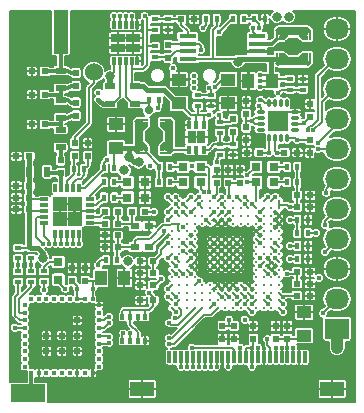
<source format=gtl>
G04 #@! TF.FileFunction,Copper,L1,Top,Signal*
%FSLAX46Y46*%
G04 Gerber Fmt 4.6, Leading zero omitted, Abs format (unit mm)*
G04 Created by KiCad (PCBNEW 4.0.2+dfsg1-stable) date Mo 22 Aug 2016 12:27:58 CEST*
%MOMM*%
G01*
G04 APERTURE LIST*
%ADD10C,0.100000*%
%ADD11R,0.600000X0.400000*%
%ADD12R,0.350000X0.500000*%
%ADD13R,0.500000X0.600000*%
%ADD14O,0.750000X0.300000*%
%ADD15O,0.300000X0.750000*%
%ADD16R,0.900000X0.900000*%
%ADD17R,1.000000X1.250000*%
%ADD18R,0.300000X0.650000*%
%ADD19R,1.240000X0.775000*%
%ADD20R,1.450000X0.450000*%
%ADD21R,0.400000X0.600000*%
%ADD22R,0.300000X0.400000*%
%ADD23R,0.400000X0.300000*%
%ADD24R,0.500000X0.500000*%
%ADD25R,0.600000X0.500000*%
%ADD26R,0.900000X0.500000*%
%ADD27R,0.300000X0.730000*%
%ADD28R,0.730000X0.300000*%
%ADD29R,1.250000X1.250000*%
%ADD30R,0.350000X0.650000*%
%ADD31R,0.800000X1.000000*%
%ADD32R,1.250000X1.000000*%
%ADD33R,0.797560X0.797560*%
%ADD34R,0.762000X2.540000*%
%ADD35R,0.889000X0.254000*%
%ADD36R,0.381000X0.444500*%
%ADD37R,2.540000X0.762000*%
%ADD38R,0.254000X0.889000*%
%ADD39R,0.444500X0.381000*%
%ADD40R,1.270000X4.191000*%
%ADD41R,1.270000X3.683000*%
%ADD42R,0.300000X1.000000*%
%ADD43R,2.000000X1.300000*%
%ADD44R,0.800000X0.600000*%
%ADD45C,0.300000*%
%ADD46R,3.000000X1.500000*%
%ADD47R,6.000000X1.500000*%
%ADD48R,0.500000X0.900000*%
%ADD49R,2.032000X1.727200*%
%ADD50O,2.032000X1.727200*%
%ADD51C,1.524000*%
%ADD52C,0.400000*%
%ADD53C,0.800000*%
%ADD54C,0.700000*%
%ADD55C,0.400000*%
%ADD56C,0.200000*%
%ADD57C,1.000000*%
%ADD58C,0.500000*%
%ADD59C,0.300000*%
%ADD60C,0.140000*%
G04 APERTURE END LIST*
D10*
D11*
X66300000Y-102500000D03*
X66300000Y-103400000D03*
D12*
X58875000Y-117075000D03*
X58225000Y-117075000D03*
X57575000Y-117075000D03*
X56925000Y-117075000D03*
X58875000Y-119125000D03*
X58225000Y-119125000D03*
X57575000Y-119125000D03*
X56925000Y-119125000D03*
D13*
X66300000Y-100350000D03*
X66300000Y-101450000D03*
D14*
X68625000Y-99750000D03*
X68625000Y-100250000D03*
X68625000Y-100750000D03*
X68625000Y-101250000D03*
D15*
X69350000Y-101975000D03*
X69850000Y-101975000D03*
X70350000Y-101975000D03*
X70850000Y-101975000D03*
D14*
X71575000Y-101250000D03*
X71575000Y-100750000D03*
X71575000Y-100250000D03*
X71575000Y-99750000D03*
D15*
X70850000Y-99025000D03*
X70350000Y-99025000D03*
X69850000Y-99025000D03*
X69350000Y-99025000D03*
D16*
X70550000Y-100950000D03*
X70550000Y-100050000D03*
X69650000Y-100950000D03*
X69650000Y-100050000D03*
D17*
X69600000Y-97100000D03*
X67600000Y-97100000D03*
D18*
X56200000Y-95450000D03*
X56700000Y-95450000D03*
X57200000Y-95450000D03*
X57700000Y-95450000D03*
X58200000Y-95450000D03*
X58200000Y-92350000D03*
X57700000Y-92350000D03*
X57200000Y-92350000D03*
X56700000Y-92350000D03*
X56200000Y-92350000D03*
D19*
X57820000Y-93512500D03*
X56580000Y-93512500D03*
X57820000Y-94287500D03*
X56580000Y-94287500D03*
D13*
X60800000Y-94100000D03*
X60800000Y-95200000D03*
D20*
X68350000Y-95275000D03*
X68350000Y-94625000D03*
X68350000Y-93975000D03*
X68350000Y-93325000D03*
X62450000Y-93325000D03*
X62450000Y-93975000D03*
X62450000Y-94625000D03*
X62450000Y-95275000D03*
D11*
X59700000Y-95100000D03*
X59700000Y-94200000D03*
D21*
X60050000Y-98700000D03*
X59150000Y-98700000D03*
D22*
X49200000Y-121850000D03*
X49850000Y-121850000D03*
X50500000Y-121850000D03*
X51150000Y-121850000D03*
X51800000Y-121850000D03*
X52450000Y-121850000D03*
X53100000Y-121850000D03*
X53750000Y-121850000D03*
X54400000Y-121850000D03*
D23*
X54950000Y-120650000D03*
X54950000Y-120000000D03*
X54950000Y-119350000D03*
X54950000Y-118700000D03*
X54950000Y-118050000D03*
X54950000Y-117400000D03*
X54950000Y-116750000D03*
X54950000Y-116100000D03*
D22*
X54400000Y-115550000D03*
D23*
X54950000Y-121300000D03*
D22*
X53750000Y-115550000D03*
X53100000Y-115550000D03*
X52450000Y-115550000D03*
X51800000Y-115550000D03*
X51150000Y-115550000D03*
X50500000Y-115550000D03*
X49850000Y-115550000D03*
X49200000Y-115550000D03*
D23*
X48650000Y-116100000D03*
X48650000Y-116750000D03*
X48650000Y-117400000D03*
X48650000Y-118050000D03*
X48650000Y-118700000D03*
X48650000Y-119350000D03*
X48650000Y-120000000D03*
X48650000Y-120650000D03*
X48650000Y-121300000D03*
D24*
X51800000Y-118700000D03*
X51800000Y-120000000D03*
X50500000Y-118700000D03*
X50500000Y-120000000D03*
X53100000Y-118700000D03*
X53100000Y-120000000D03*
X53100000Y-117400000D03*
D25*
X49050000Y-107000000D03*
X47950000Y-107000000D03*
X71700000Y-107800000D03*
X72800000Y-107800000D03*
D13*
X52700000Y-114050000D03*
X52700000Y-112950000D03*
D11*
X49200000Y-111250000D03*
X49200000Y-112150000D03*
D26*
X51700000Y-98750000D03*
X51700000Y-100250000D03*
D21*
X60050000Y-104400000D03*
X60950000Y-104400000D03*
D25*
X56550000Y-111200000D03*
X55450000Y-111200000D03*
D11*
X49200000Y-113250000D03*
X49200000Y-114150000D03*
X48100000Y-113250000D03*
X48100000Y-114150000D03*
X50300000Y-113250000D03*
X50300000Y-114150000D03*
X48100000Y-111250000D03*
X48100000Y-112150000D03*
D27*
X53250000Y-106185000D03*
X52750000Y-106185000D03*
X52250000Y-106185000D03*
X51750000Y-106185000D03*
X51250000Y-106185000D03*
D28*
X50285000Y-107150000D03*
X50285000Y-107650000D03*
X50285000Y-108150000D03*
X50285000Y-108650000D03*
X50285000Y-109150000D03*
D27*
X51250000Y-110115000D03*
X51750000Y-110115000D03*
X52250000Y-110115000D03*
X52750000Y-110115000D03*
X53250000Y-110115000D03*
D28*
X54215000Y-109150000D03*
X54215000Y-108650000D03*
X54215000Y-108150000D03*
X54215000Y-107650000D03*
X54215000Y-107150000D03*
D29*
X51625000Y-108775000D03*
X52875000Y-108775000D03*
X51625000Y-107525000D03*
X52875000Y-107525000D03*
D21*
X56250000Y-107000000D03*
X55350000Y-107000000D03*
X56250000Y-105700000D03*
X55350000Y-105700000D03*
D30*
X62550000Y-102950000D03*
X63200000Y-102950000D03*
X63850000Y-102950000D03*
X63850000Y-100850000D03*
X63200000Y-100850000D03*
X62550000Y-100850000D03*
D31*
X63600000Y-101900000D03*
X62800000Y-101900000D03*
D25*
X61900000Y-91900000D03*
X63000000Y-91900000D03*
D32*
X61700000Y-99000000D03*
X61700000Y-97000000D03*
X56400000Y-102800000D03*
X56400000Y-100800000D03*
D13*
X67400000Y-99950000D03*
X67400000Y-98850000D03*
X67400000Y-101050000D03*
X67400000Y-102150000D03*
X72800000Y-100150000D03*
X72800000Y-99050000D03*
D25*
X68550000Y-103200000D03*
X67450000Y-103200000D03*
X70650000Y-103200000D03*
X71750000Y-103200000D03*
D13*
X72800000Y-102100000D03*
X72800000Y-103200000D03*
D25*
X49050000Y-106000000D03*
X47950000Y-106000000D03*
X49050000Y-108000000D03*
X47950000Y-108000000D03*
X56550000Y-108200000D03*
X55450000Y-108200000D03*
X56550000Y-109200000D03*
X55450000Y-109200000D03*
X49050000Y-103500000D03*
X47950000Y-103500000D03*
D13*
X51700000Y-104950000D03*
X51700000Y-103850000D03*
X53800000Y-114050000D03*
X53800000Y-112950000D03*
D25*
X50350000Y-100800000D03*
X49250000Y-100800000D03*
D13*
X53000000Y-100050000D03*
X53000000Y-98950000D03*
D25*
X50350000Y-98300000D03*
X49250000Y-98300000D03*
D13*
X53000000Y-97550000D03*
X53000000Y-96450000D03*
D25*
X50350000Y-96300000D03*
X49250000Y-96300000D03*
D13*
X68000000Y-117850000D03*
X68000000Y-118950000D03*
D25*
X57750000Y-108200000D03*
X58850000Y-108200000D03*
D13*
X69900000Y-117850000D03*
X69900000Y-118950000D03*
X70900000Y-117850000D03*
X70900000Y-118950000D03*
D25*
X59550000Y-114400000D03*
X58450000Y-114400000D03*
D13*
X64900000Y-105750000D03*
X64900000Y-104650000D03*
D25*
X71700000Y-106800000D03*
X72800000Y-106800000D03*
D13*
X65400000Y-117850000D03*
X65400000Y-118950000D03*
D25*
X71700000Y-114300000D03*
X72800000Y-114300000D03*
D13*
X66900000Y-105750000D03*
X66900000Y-104650000D03*
D25*
X59550000Y-113400000D03*
X58450000Y-113400000D03*
D13*
X66400000Y-117850000D03*
X66400000Y-118950000D03*
D25*
X71700000Y-113300000D03*
X72800000Y-113300000D03*
D13*
X65900000Y-105750000D03*
X65900000Y-104650000D03*
D25*
X59550000Y-112400000D03*
X58450000Y-112400000D03*
X71700000Y-115300000D03*
X72800000Y-115300000D03*
D33*
X69749300Y-105700000D03*
X68250700Y-105700000D03*
X69749300Y-104400000D03*
X68250700Y-104400000D03*
X62050700Y-104400000D03*
X63549300Y-104400000D03*
X62050700Y-105700000D03*
X63549300Y-105700000D03*
X51500000Y-113949300D03*
X51500000Y-112450700D03*
D26*
X51700000Y-101250000D03*
X51700000Y-102750000D03*
X51700000Y-96250000D03*
X51700000Y-97750000D03*
D11*
X59700000Y-92800000D03*
X59700000Y-91900000D03*
X60800000Y-91900000D03*
X60800000Y-92800000D03*
X71100000Y-96950000D03*
X71100000Y-97850000D03*
X72200000Y-97850000D03*
X72200000Y-96950000D03*
X64400000Y-98350000D03*
X64400000Y-99250000D03*
X65200000Y-100600000D03*
X65200000Y-101500000D03*
D21*
X71750000Y-105700000D03*
X70850000Y-105700000D03*
X60050000Y-105700000D03*
X60950000Y-105700000D03*
X71750000Y-112200000D03*
X72650000Y-112200000D03*
X71750000Y-111100000D03*
X72650000Y-111100000D03*
X55350000Y-104500000D03*
X56250000Y-104500000D03*
D26*
X55900000Y-97550000D03*
X55900000Y-99050000D03*
X58000000Y-99050000D03*
X58000000Y-97550000D03*
D33*
X57350700Y-107000000D03*
X58849300Y-107000000D03*
X57350700Y-105700000D03*
X58849300Y-105700000D03*
D25*
X56550000Y-110200000D03*
X55450000Y-110200000D03*
D21*
X55550000Y-112300000D03*
X56450000Y-112300000D03*
D32*
X72300000Y-116700000D03*
X72300000Y-118700000D03*
X65900000Y-97000000D03*
X65900000Y-99000000D03*
D21*
X64900000Y-91900000D03*
X64000000Y-91900000D03*
X72650000Y-110000000D03*
X71750000Y-110000000D03*
D34*
X60870000Y-101800000D03*
X58330000Y-101800000D03*
D35*
X60552500Y-103197000D03*
X60552500Y-100403000D03*
X58647500Y-103197000D03*
X58647500Y-100403000D03*
D36*
X60298500Y-100752250D03*
X58901500Y-100752250D03*
X58901500Y-102847750D03*
X60298500Y-102847750D03*
D10*
G36*
X60997000Y-100276038D02*
X61250962Y-100530000D01*
X60997000Y-100783962D01*
X60743038Y-100530000D01*
X60997000Y-100276038D01*
X60997000Y-100276038D01*
G37*
G36*
X60997000Y-102816038D02*
X61250962Y-103070000D01*
X60997000Y-103323962D01*
X60743038Y-103070000D01*
X60997000Y-102816038D01*
X60997000Y-102816038D01*
G37*
G36*
X58203000Y-102816038D02*
X58456962Y-103070000D01*
X58203000Y-103323962D01*
X57949038Y-103070000D01*
X58203000Y-102816038D01*
X58203000Y-102816038D01*
G37*
G36*
X58203000Y-100276038D02*
X58456962Y-100530000D01*
X58203000Y-100783962D01*
X57949038Y-100530000D01*
X58203000Y-100276038D01*
X58203000Y-100276038D01*
G37*
G36*
X60489000Y-100593737D02*
X60869763Y-100974500D01*
X60489000Y-101355263D01*
X60108237Y-100974500D01*
X60489000Y-100593737D01*
X60489000Y-100593737D01*
G37*
G36*
X60489000Y-102244737D02*
X60869763Y-102625500D01*
X60489000Y-103006263D01*
X60108237Y-102625500D01*
X60489000Y-102244737D01*
X60489000Y-102244737D01*
G37*
G36*
X58711000Y-102244737D02*
X59091763Y-102625500D01*
X58711000Y-103006263D01*
X58330237Y-102625500D01*
X58711000Y-102244737D01*
X58711000Y-102244737D01*
G37*
G36*
X58711000Y-100593737D02*
X59091763Y-100974500D01*
X58711000Y-101355263D01*
X58330237Y-100974500D01*
X58711000Y-100593737D01*
X58711000Y-100593737D01*
G37*
D17*
X55100000Y-113800000D03*
X57100000Y-113800000D03*
D21*
X71750000Y-108900000D03*
X72650000Y-108900000D03*
X68100000Y-91900000D03*
X69000000Y-91900000D03*
X66300000Y-91900000D03*
X67200000Y-91900000D03*
D25*
X59550000Y-115700000D03*
X58450000Y-115700000D03*
D37*
X71400000Y-92930000D03*
X71400000Y-95470000D03*
D38*
X72797000Y-93247500D03*
X70003000Y-93247500D03*
X72797000Y-95152500D03*
X70003000Y-95152500D03*
D39*
X70352250Y-93501500D03*
X70352250Y-94898500D03*
X72447750Y-94898500D03*
X72447750Y-93501500D03*
D10*
G36*
X69876038Y-92803000D02*
X70130000Y-92549038D01*
X70383962Y-92803000D01*
X70130000Y-93056962D01*
X69876038Y-92803000D01*
X69876038Y-92803000D01*
G37*
G36*
X72416038Y-92803000D02*
X72670000Y-92549038D01*
X72923962Y-92803000D01*
X72670000Y-93056962D01*
X72416038Y-92803000D01*
X72416038Y-92803000D01*
G37*
G36*
X72416038Y-95597000D02*
X72670000Y-95343038D01*
X72923962Y-95597000D01*
X72670000Y-95850962D01*
X72416038Y-95597000D01*
X72416038Y-95597000D01*
G37*
G36*
X69876038Y-95597000D02*
X70130000Y-95343038D01*
X70383962Y-95597000D01*
X70130000Y-95850962D01*
X69876038Y-95597000D01*
X69876038Y-95597000D01*
G37*
G36*
X70193737Y-93311000D02*
X70574500Y-92930237D01*
X70955263Y-93311000D01*
X70574500Y-93691763D01*
X70193737Y-93311000D01*
X70193737Y-93311000D01*
G37*
G36*
X71844737Y-93311000D02*
X72225500Y-92930237D01*
X72606263Y-93311000D01*
X72225500Y-93691763D01*
X71844737Y-93311000D01*
X71844737Y-93311000D01*
G37*
G36*
X71844737Y-95089000D02*
X72225500Y-94708237D01*
X72606263Y-95089000D01*
X72225500Y-95469763D01*
X71844737Y-95089000D01*
X71844737Y-95089000D01*
G37*
G36*
X70193737Y-95089000D02*
X70574500Y-94708237D01*
X70955263Y-95089000D01*
X70574500Y-95469763D01*
X70193737Y-95089000D01*
X70193737Y-95089000D01*
G37*
D40*
X53846300Y-93204000D03*
X49553700Y-93204000D03*
D41*
X51700000Y-92950000D03*
D42*
X60900000Y-120500000D03*
X61400000Y-120500000D03*
X61900000Y-120500000D03*
X62400000Y-120500000D03*
X62900000Y-120500000D03*
X63400000Y-120500000D03*
X63900000Y-120500000D03*
X64400000Y-120500000D03*
X64900000Y-120500000D03*
X65400000Y-120500000D03*
X65900000Y-120500000D03*
X66400000Y-120500000D03*
X66900000Y-120500000D03*
X67400000Y-120500000D03*
X67900000Y-120500000D03*
X68400000Y-120500000D03*
X68900000Y-120500000D03*
X69400000Y-120500000D03*
X69900000Y-120500000D03*
X70400000Y-120500000D03*
X70900000Y-120500000D03*
X71400000Y-120500000D03*
X71900000Y-120500000D03*
X72400000Y-120500000D03*
D43*
X58600000Y-123200000D03*
X74700000Y-123200000D03*
D44*
X58000000Y-109400000D03*
X59200000Y-109400000D03*
X58000000Y-111200000D03*
X59200000Y-111200000D03*
D45*
X65650000Y-111800000D03*
X66300000Y-111800000D03*
X66300000Y-112450000D03*
X65650000Y-112450000D03*
X65000000Y-112450000D03*
X65000000Y-111800000D03*
X65000000Y-111150000D03*
X65650000Y-111150000D03*
X66300000Y-111150000D03*
X66950000Y-111150000D03*
X66950000Y-111800000D03*
X66950000Y-112450000D03*
X66950000Y-113100000D03*
X66300000Y-113100000D03*
X65650000Y-113100000D03*
X65000000Y-113100000D03*
X64350000Y-113100000D03*
X64350000Y-112450000D03*
X64350000Y-111800000D03*
X64350000Y-111150000D03*
X64350000Y-110500000D03*
X65000000Y-110500000D03*
X65650000Y-110500000D03*
X66300000Y-110500000D03*
X66950000Y-110500000D03*
X68250000Y-114400000D03*
X68250000Y-113750000D03*
X68250000Y-113100000D03*
X68250000Y-112450000D03*
X68250000Y-111800000D03*
X68250000Y-115050000D03*
X68250000Y-115700000D03*
X68250000Y-116350000D03*
X68900000Y-113100000D03*
X69550000Y-113100000D03*
X70200000Y-113100000D03*
X70200000Y-113750000D03*
X70200000Y-114400000D03*
X70200000Y-115050000D03*
X70200000Y-115700000D03*
X70200000Y-116350000D03*
X69550000Y-116350000D03*
X68900000Y-116350000D03*
X68900000Y-115700000D03*
X69550000Y-115700000D03*
X69550000Y-115050000D03*
X68900000Y-115050000D03*
X68900000Y-114400000D03*
X69550000Y-114400000D03*
X69550000Y-113750000D03*
X68900000Y-113750000D03*
X70200000Y-112450000D03*
X69550000Y-112450000D03*
X68900000Y-112450000D03*
X68900000Y-111800000D03*
X69550000Y-111800000D03*
X70200000Y-111800000D03*
X70200000Y-111150000D03*
X69550000Y-111150000D03*
X68900000Y-111150000D03*
X68250000Y-111150000D03*
X68250000Y-110500000D03*
X68900000Y-110500000D03*
X69550000Y-110500000D03*
X70200000Y-110500000D03*
X70200000Y-109850000D03*
X69550000Y-109850000D03*
X68900000Y-109850000D03*
X68250000Y-109850000D03*
X66950000Y-109200000D03*
X66950000Y-108550000D03*
X66950000Y-107900000D03*
X66950000Y-107250000D03*
X67600000Y-107250000D03*
X68250000Y-107250000D03*
X68900000Y-107250000D03*
X69550000Y-107250000D03*
X70200000Y-107250000D03*
X70200000Y-107900000D03*
X70200000Y-108550000D03*
X70200000Y-109200000D03*
X69550000Y-109200000D03*
X68900000Y-109200000D03*
X68250000Y-109200000D03*
X67600000Y-109200000D03*
X67600000Y-108550000D03*
X67600000Y-107900000D03*
X68250000Y-107900000D03*
X68900000Y-107900000D03*
X69550000Y-107900000D03*
X69550000Y-108550000D03*
X68900000Y-108550000D03*
X68250000Y-108550000D03*
X66300000Y-107250000D03*
X65650000Y-107250000D03*
X63050000Y-110500000D03*
X62400000Y-110500000D03*
X61750000Y-110500000D03*
X61100000Y-110500000D03*
X61100000Y-109850000D03*
X61100000Y-109200000D03*
X61100000Y-108550000D03*
X61100000Y-107900000D03*
X61100000Y-107250000D03*
X61750000Y-107250000D03*
X62400000Y-107250000D03*
X63050000Y-107250000D03*
X63700000Y-107250000D03*
X64350000Y-107250000D03*
X65000000Y-107250000D03*
X66300000Y-107900000D03*
X65650000Y-107900000D03*
X65000000Y-107900000D03*
X64350000Y-107900000D03*
X63700000Y-107900000D03*
X63050000Y-107900000D03*
X62400000Y-107900000D03*
X61750000Y-107900000D03*
X61750000Y-108550000D03*
X62400000Y-108550000D03*
X63700000Y-108550000D03*
X66300000Y-109200000D03*
X65650000Y-109200000D03*
X65000000Y-109200000D03*
X64350000Y-109200000D03*
X63700000Y-109200000D03*
X63050000Y-109200000D03*
X63050000Y-109850000D03*
X62400000Y-109850000D03*
X61750000Y-109850000D03*
X61750000Y-109200000D03*
X62400000Y-109200000D03*
X63050000Y-108550000D03*
X64350000Y-108550000D03*
X65000000Y-108550000D03*
X65650000Y-108550000D03*
X66300000Y-108550000D03*
X63050000Y-111150000D03*
X63050000Y-111800000D03*
X63050000Y-112450000D03*
X63050000Y-113100000D03*
X63050000Y-113750000D03*
X63050000Y-114400000D03*
X63700000Y-114400000D03*
X64350000Y-114400000D03*
X65000000Y-114400000D03*
X67600000Y-114400000D03*
X66950000Y-114400000D03*
X66300000Y-114400000D03*
X65650000Y-114400000D03*
X67600000Y-116350000D03*
X66950000Y-116350000D03*
X66300000Y-116350000D03*
X65650000Y-116350000D03*
X65000000Y-116350000D03*
X64350000Y-116350000D03*
X63700000Y-116350000D03*
X63050000Y-116350000D03*
X62400000Y-116350000D03*
X61750000Y-116350000D03*
X61100000Y-116350000D03*
X61100000Y-115700000D03*
X61100000Y-115050000D03*
X61100000Y-113750000D03*
X61100000Y-114400000D03*
X61100000Y-113100000D03*
X61100000Y-112450000D03*
X61100000Y-111800000D03*
X61100000Y-111150000D03*
X61750000Y-111150000D03*
X61750000Y-111800000D03*
X61750000Y-112450000D03*
X61750000Y-113100000D03*
X61750000Y-113750000D03*
X61750000Y-114400000D03*
X61750000Y-115050000D03*
X61750000Y-115700000D03*
X62400000Y-115700000D03*
X63050000Y-115700000D03*
X63700000Y-115700000D03*
X64350000Y-115700000D03*
X65000000Y-115700000D03*
X65650000Y-115700000D03*
X66950000Y-115700000D03*
X66300000Y-115700000D03*
X67600000Y-115700000D03*
X67600000Y-115050000D03*
X66950000Y-115050000D03*
X66300000Y-115050000D03*
X65650000Y-115050000D03*
X65000000Y-115050000D03*
X64350000Y-115050000D03*
X63700000Y-115050000D03*
X63050000Y-115050000D03*
X62400000Y-115050000D03*
X62400000Y-114400000D03*
X62400000Y-113750000D03*
X62400000Y-113100000D03*
X62400000Y-112450000D03*
X62400000Y-111800000D03*
X62400000Y-111150000D03*
D46*
X48900000Y-123550000D03*
D47*
X53900000Y-123550000D03*
D48*
X50550000Y-104800000D03*
X49050000Y-104800000D03*
D49*
X75100000Y-118100000D03*
D50*
X75100000Y-115560000D03*
X75100000Y-113020000D03*
X75100000Y-110480000D03*
X75100000Y-107940000D03*
X75100000Y-105400000D03*
X75100000Y-102860000D03*
X75100000Y-100320000D03*
X75100000Y-97780000D03*
X75100000Y-95240000D03*
X75100000Y-92700000D03*
D11*
X63300000Y-99250000D03*
X63300000Y-98350000D03*
D21*
X71750000Y-104400000D03*
X70850000Y-104400000D03*
D13*
X52900000Y-103500000D03*
X52900000Y-102400000D03*
D51*
X54500000Y-96400000D03*
D13*
X54000000Y-102400000D03*
X54000000Y-103500000D03*
D21*
X52800000Y-104600000D03*
X53700000Y-104600000D03*
D11*
X65200000Y-102500000D03*
X65200000Y-103400000D03*
D52*
X59200000Y-115050000D03*
X71100000Y-107800000D03*
X73300000Y-110000000D03*
X67925000Y-115375000D03*
X67275000Y-115375000D03*
X66625000Y-115375000D03*
X65975000Y-115375000D03*
X65325000Y-115375000D03*
X60775000Y-110825000D03*
X65975000Y-106925000D03*
X64675000Y-108225000D03*
X65325000Y-108225000D03*
X65975000Y-108225000D03*
X62725000Y-110825000D03*
X62075000Y-110825000D03*
X62075000Y-111475000D03*
X62725000Y-112125000D03*
X68575000Y-110825000D03*
X68575000Y-112125000D03*
X70850000Y-113425000D03*
X69225000Y-113425000D03*
X68575000Y-112775000D03*
X70525000Y-115375000D03*
X65975000Y-117325000D03*
X54900000Y-112700000D03*
X53100000Y-114700000D03*
X65100000Y-100000000D03*
D53*
X75100000Y-119700000D03*
X58300000Y-104000000D03*
X57400000Y-112400000D03*
X50200000Y-112100000D03*
X57500000Y-103600000D03*
D52*
X62725000Y-111475000D03*
X62725000Y-110175000D03*
X64675000Y-110175000D03*
X64675000Y-110825000D03*
X65325000Y-110825000D03*
X65325000Y-110175000D03*
X65975000Y-110175000D03*
X65975000Y-110825000D03*
X66625000Y-110825000D03*
X66625000Y-110175000D03*
X67275000Y-110175000D03*
X67275000Y-110825000D03*
X65100000Y-94500000D03*
X69400000Y-92600000D03*
X70200000Y-94200000D03*
X71400000Y-94600000D03*
X69375000Y-94625000D03*
X68049997Y-98800000D03*
X68300000Y-98300000D03*
X67800000Y-98100000D03*
X63600000Y-101900000D03*
X62800000Y-101900000D03*
X52875000Y-107525000D03*
X52875000Y-108775000D03*
X51625000Y-108775000D03*
X51625000Y-107525000D03*
X59800000Y-107000000D03*
X60315692Y-112415692D03*
X58392150Y-115007850D03*
X57100000Y-114900000D03*
X57600000Y-114900000D03*
X55800000Y-116100000D03*
X47950000Y-108700000D03*
X47950000Y-105300000D03*
X47950000Y-104200000D03*
X57450000Y-100800000D03*
X55400000Y-100800000D03*
X55400000Y-101800000D03*
X57450000Y-101800000D03*
X65400000Y-104000000D03*
X72800000Y-103850000D03*
X73550000Y-111100000D03*
X76100000Y-120100000D03*
X65325000Y-114725000D03*
X65975000Y-114725000D03*
X66625000Y-114725000D03*
X67925000Y-114725000D03*
X69875000Y-108875000D03*
X69875000Y-109525000D03*
X65975000Y-108875000D03*
X65325000Y-108875000D03*
X63375000Y-112125000D03*
X63375000Y-112775000D03*
X66625000Y-112775000D03*
X66625000Y-112125000D03*
X65975000Y-112125000D03*
X65975000Y-112775000D03*
X65325000Y-112775000D03*
X65325000Y-112125000D03*
X64675000Y-112125000D03*
X64675000Y-112775000D03*
X64025000Y-112125000D03*
X64025000Y-112775000D03*
X64025000Y-113425000D03*
X64675000Y-113425000D03*
X65325000Y-113425000D03*
X65975000Y-113425000D03*
X66625000Y-113425000D03*
X68575000Y-110175000D03*
X69225000Y-112125000D03*
X69875000Y-112775000D03*
X73550000Y-113300000D03*
X74050000Y-114500000D03*
X73550000Y-115300000D03*
X73400000Y-116700000D03*
X70900000Y-117100000D03*
X67100000Y-118950000D03*
X64700000Y-118950000D03*
X58900000Y-120000000D03*
X54700000Y-110700000D03*
X52700000Y-112100000D03*
X47800000Y-122000000D03*
X47800000Y-119350000D03*
X51150000Y-118050000D03*
X52450000Y-118050000D03*
X52450000Y-119350000D03*
X51150000Y-119350000D03*
X53100000Y-121300000D03*
X54400000Y-121300000D03*
X55900000Y-122200000D03*
X63200000Y-123200000D03*
X68100000Y-123200000D03*
X71600000Y-123200000D03*
X71900000Y-121300000D03*
X68900000Y-121400000D03*
X62200000Y-96050000D03*
X48150000Y-92050000D03*
X48150000Y-91500000D03*
X48150000Y-94800000D03*
X48150000Y-94250000D03*
X48150000Y-92600000D03*
X48150000Y-93150000D03*
X48150000Y-93700000D03*
X62992150Y-92592150D03*
X50700000Y-99100000D03*
X50000000Y-99900000D03*
X50000000Y-99100000D03*
X48500000Y-99100000D03*
X49250000Y-99100000D03*
X65100000Y-93500000D03*
X65100000Y-94000000D03*
X61700000Y-96050000D03*
X65400000Y-121300000D03*
X55200000Y-91700000D03*
X55200000Y-94700000D03*
X55200000Y-93700000D03*
X55200000Y-92700000D03*
X60800000Y-93400000D03*
X60700000Y-96050000D03*
X56580000Y-94287500D03*
X56580000Y-93512500D03*
X57820000Y-93512500D03*
X57820000Y-94287500D03*
X73550000Y-107800000D03*
X69650000Y-100050000D03*
X70550000Y-100050000D03*
X70550000Y-100950000D03*
X69650000Y-100950000D03*
X68100000Y-102150000D03*
X73550000Y-106800000D03*
X48500000Y-100800000D03*
X71100000Y-108900000D03*
X60450000Y-109850000D03*
X67925000Y-107575000D03*
X68600000Y-97600000D03*
X68600000Y-97100000D03*
X68600000Y-96600000D03*
D53*
X66700000Y-95500000D03*
X55900000Y-96700000D03*
D52*
X68000000Y-92600000D03*
X58800000Y-91600000D03*
X56200000Y-91600000D03*
X64800000Y-97600000D03*
X72300000Y-100700000D03*
X64300000Y-100000000D03*
X67900000Y-100500000D03*
X69300000Y-103200000D03*
X54400000Y-114700000D03*
X52094836Y-114717214D03*
D53*
X57100000Y-104700000D03*
D52*
X70000010Y-103200000D03*
X70900000Y-119700000D03*
X71700000Y-102100000D03*
X67900000Y-119700000D03*
X67900000Y-121300000D03*
X59600000Y-108200000D03*
X62075000Y-109525000D03*
X69875000Y-112125000D03*
X62075000Y-108225000D03*
X55600000Y-103800000D03*
X60775000Y-108875000D03*
X50200000Y-110900000D03*
X60775000Y-108225000D03*
X50700000Y-110900000D03*
X61425000Y-108225000D03*
X51250000Y-110900000D03*
X62075000Y-107575000D03*
X51750000Y-110900000D03*
X61425000Y-106925000D03*
X52250000Y-110900000D03*
X60775000Y-106925000D03*
X52750000Y-110900000D03*
X61425000Y-107575000D03*
X53250000Y-110900000D03*
X67925000Y-116025000D03*
X48100000Y-112700000D03*
X57600000Y-118500000D03*
X71400000Y-119700000D03*
X57200000Y-91600000D03*
X70525000Y-116025000D03*
X63900000Y-121300000D03*
X69225000Y-116025000D03*
X66900000Y-119700000D03*
X69225000Y-115375000D03*
X65900000Y-121300000D03*
X74100000Y-109300000D03*
X69875000Y-110825000D03*
X70100000Y-98100000D03*
X69875000Y-106925000D03*
X67275000Y-107575000D03*
X64300000Y-97700000D03*
X68575000Y-108225000D03*
X64400000Y-121300000D03*
X63375000Y-114075000D03*
X55800000Y-117100000D03*
X60900000Y-117600000D03*
X55800000Y-117600000D03*
X68575000Y-108875000D03*
X68400000Y-119700000D03*
X67500000Y-105700000D03*
X73500000Y-102900000D03*
X72600000Y-101300000D03*
X62725000Y-106925000D03*
X73100000Y-101300000D03*
X63375000Y-106925000D03*
X63800000Y-106500020D03*
X63375000Y-107575000D03*
X67500000Y-105100000D03*
X73500000Y-102400000D03*
X67275000Y-106925000D03*
X65325000Y-107575000D03*
X64300000Y-106500020D03*
X67925000Y-116675000D03*
X49200000Y-112700000D03*
X57000000Y-118500000D03*
X70400000Y-119700000D03*
X56700000Y-91600000D03*
X64675000Y-116025000D03*
X74200000Y-106600000D03*
X73900000Y-116800000D03*
X61400000Y-117200000D03*
X74100000Y-111600000D03*
X61425000Y-116675000D03*
X61425000Y-113425000D03*
X62800010Y-119699990D03*
X61425000Y-112775000D03*
X62400000Y-121299990D03*
X60775000Y-112125000D03*
X63400000Y-121300000D03*
X61425000Y-112125000D03*
X61900000Y-121299990D03*
X62075000Y-113425000D03*
X62900000Y-121299990D03*
X66625000Y-116025000D03*
X64900000Y-121300000D03*
X67275000Y-116025000D03*
X67275000Y-117325000D03*
X69200011Y-119000000D03*
X54900000Y-98700000D03*
D53*
X70000000Y-91700000D03*
X71000000Y-91700000D03*
D54*
X59150000Y-99600000D03*
D52*
X62800000Y-104300000D03*
X62725000Y-108225000D03*
X59300000Y-104300000D03*
X57700000Y-91600000D03*
X60900000Y-119400000D03*
X47800000Y-118000000D03*
X50300000Y-114800000D03*
X70525000Y-116675000D03*
X69900000Y-119700000D03*
X68600000Y-98700000D03*
X71100000Y-111100000D03*
X62725000Y-113425000D03*
X60200000Y-113900000D03*
X64675000Y-106925000D03*
X64025000Y-108875000D03*
X61425000Y-116025000D03*
X55800000Y-119300000D03*
X60900000Y-118900000D03*
X55800000Y-118800000D03*
X61425000Y-115375000D03*
X63000000Y-96700000D03*
X60775000Y-115375000D03*
X63000000Y-97200000D03*
X65325000Y-106925000D03*
X54900000Y-98100000D03*
X63750000Y-92600000D03*
X59900000Y-99450000D03*
X63600000Y-94500000D03*
X65100000Y-93000000D03*
X61200000Y-96050000D03*
X60775000Y-114725000D03*
X63000000Y-97700000D03*
X68500000Y-92600000D03*
X69225000Y-106925000D03*
X68500000Y-99200000D03*
X71100000Y-112200000D03*
X69875000Y-111475000D03*
X67275000Y-114725000D03*
X73550000Y-113800000D03*
X64900000Y-104000000D03*
X66625000Y-106925000D03*
D55*
X50200000Y-112100000D02*
X50200000Y-111700000D01*
X50200000Y-111700000D02*
X49750000Y-111250000D01*
D56*
X58225000Y-119125000D02*
X58225000Y-118400000D01*
X58225000Y-118400000D02*
X57575000Y-117750000D01*
X57575000Y-117750000D02*
X57575000Y-117525000D01*
X57575000Y-117525000D02*
X57575000Y-117075000D01*
X71750000Y-105700000D02*
X71750000Y-106750000D01*
X71750000Y-104400000D02*
X71750000Y-105700000D01*
X65200000Y-100600000D02*
X66050000Y-100600000D01*
X66050000Y-100600000D02*
X66300000Y-100350000D01*
X65200000Y-100600000D02*
X65200000Y-100100000D01*
X65200000Y-100100000D02*
X65100000Y-100000000D01*
X66250000Y-100400000D02*
X66300000Y-100350000D01*
X65975000Y-106925000D02*
X65975000Y-105825000D01*
X65975000Y-105825000D02*
X65900000Y-105750000D01*
X66900000Y-105750000D02*
X65900000Y-105750000D01*
D57*
X75100000Y-119700000D02*
X75100000Y-118100000D01*
D55*
X57900000Y-104000000D02*
X58300000Y-104000000D01*
X57500000Y-103600000D02*
X57900000Y-104000000D01*
X57400000Y-102800000D02*
X57600000Y-102800000D01*
X57600000Y-102800000D02*
X57933000Y-102800000D01*
X57500000Y-103600000D02*
X57500000Y-102900000D01*
D56*
X57500000Y-102900000D02*
X57600000Y-102800000D01*
X72650000Y-110000000D02*
X73300000Y-110000000D01*
X59550000Y-112400000D02*
X59600000Y-112400000D01*
X59600000Y-112400000D02*
X60200000Y-111800000D01*
X60200000Y-111800000D02*
X60200000Y-111400000D01*
X60200000Y-111400000D02*
X60775000Y-110825000D01*
X54900000Y-112500000D02*
X55100000Y-112300000D01*
X68900000Y-112450000D02*
X68575000Y-112775000D01*
X59550000Y-115700000D02*
X59550000Y-115400000D01*
X59550000Y-115400000D02*
X59200000Y-115050000D01*
X58900000Y-116500000D02*
X59200000Y-116500000D01*
X59200000Y-116500000D02*
X59550000Y-116150000D01*
X59550000Y-116150000D02*
X59550000Y-115700000D01*
X54900000Y-112500000D02*
X54900000Y-112700000D01*
X58900000Y-116500000D02*
X57600000Y-116500000D01*
X58875000Y-117075000D02*
X58875000Y-116525000D01*
X58875000Y-116525000D02*
X58900000Y-116500000D01*
X57575000Y-117075000D02*
X57575000Y-116525000D01*
X57600000Y-116500000D02*
X57050000Y-116500000D01*
X57575000Y-116525000D02*
X57600000Y-116500000D01*
X57050000Y-116500000D02*
X56925000Y-116625000D01*
X56925000Y-116625000D02*
X56925000Y-117075000D01*
D55*
X56400000Y-102800000D02*
X57400000Y-102800000D01*
D56*
X66300000Y-115050000D02*
X66625000Y-115375000D01*
D55*
X49050000Y-108000000D02*
X49050000Y-111100000D01*
X49050000Y-111100000D02*
X49200000Y-111250000D01*
X49200000Y-111250000D02*
X49750000Y-111250000D01*
D56*
X53100000Y-114450000D02*
X53100000Y-114700000D01*
X53100000Y-114700000D02*
X53100000Y-115550000D01*
X55550000Y-112300000D02*
X55100000Y-112300000D01*
X68250000Y-110500000D02*
X68575000Y-110825000D01*
X48100000Y-111250000D02*
X49200000Y-111250000D01*
X62400000Y-111150000D02*
X62075000Y-110825000D01*
X63050000Y-111150000D02*
X62725000Y-110825000D01*
X62400000Y-111800000D02*
X62075000Y-111475000D01*
X70200000Y-107600000D02*
X70900000Y-107600000D01*
X70900000Y-107600000D02*
X71100000Y-107800000D01*
X71200000Y-107800000D02*
X71100000Y-107800000D01*
X71700000Y-115300000D02*
X70600000Y-115300000D01*
X70600000Y-115300000D02*
X70525000Y-115375000D01*
X71700000Y-106800000D02*
X71700000Y-107800000D01*
X71750000Y-106750000D02*
X71700000Y-106800000D01*
X56250000Y-104500000D02*
X56250000Y-102950000D01*
X56250000Y-102950000D02*
X56400000Y-102800000D01*
X57933000Y-102800000D02*
X58203000Y-103070000D01*
X60050000Y-104400000D02*
X60050000Y-104300000D01*
X60050000Y-104300000D02*
X58901500Y-103151500D01*
X58901500Y-103151500D02*
X58901500Y-102847750D01*
X60050000Y-105700000D02*
X60050000Y-104400000D01*
D55*
X49050000Y-107000000D02*
X49050000Y-106000000D01*
D56*
X70850000Y-113425000D02*
X71575000Y-113425000D01*
X71575000Y-113425000D02*
X71700000Y-113300000D01*
X71700000Y-113300000D02*
X71700000Y-114300000D01*
X71700000Y-107800000D02*
X71200000Y-107800000D01*
X70200000Y-107600000D02*
X70200000Y-107250000D01*
X70200000Y-107900000D02*
X70200000Y-107600000D01*
X62400000Y-112450000D02*
X62725000Y-112125000D01*
X59550000Y-113400000D02*
X59550000Y-112400000D01*
X65975000Y-117850000D02*
X66400000Y-117850000D01*
D55*
X49050000Y-103500000D02*
X49050000Y-104800000D01*
D56*
X53750000Y-115550000D02*
X53100000Y-115550000D01*
X52700000Y-114050000D02*
X53100000Y-114450000D01*
X70200000Y-115050000D02*
X70525000Y-115375000D01*
X65650000Y-108550000D02*
X65975000Y-108225000D01*
X65000000Y-108550000D02*
X65325000Y-108225000D01*
X64499999Y-108400001D02*
X64675000Y-108225000D01*
X64350000Y-108550000D02*
X64499999Y-108400001D01*
X65000000Y-115050000D02*
X65325000Y-115375000D01*
X65650000Y-115050000D02*
X65975000Y-115375000D01*
X66950000Y-115050000D02*
X67275000Y-115375000D01*
X67600000Y-115050000D02*
X67925000Y-115375000D01*
X68900000Y-113100000D02*
X69225000Y-113425000D01*
D55*
X49050000Y-106000000D02*
X49050000Y-104800000D01*
X49050000Y-107000000D02*
X49050000Y-108000000D01*
D56*
X50285000Y-107150000D02*
X49200000Y-107150000D01*
X49200000Y-107150000D02*
X49050000Y-107000000D01*
X50285000Y-108150000D02*
X49200000Y-108150000D01*
X49200000Y-108150000D02*
X49050000Y-108000000D01*
X65400000Y-117850000D02*
X65975000Y-117850000D01*
X65975000Y-117325000D02*
X65975000Y-117850000D01*
X50000000Y-99100000D02*
X50700000Y-99100000D01*
X50000000Y-99100000D02*
X50000000Y-99900000D01*
X49250000Y-99100000D02*
X50000000Y-99100000D01*
X48500000Y-99100000D02*
X49250000Y-99100000D01*
X49250000Y-98300000D02*
X49250000Y-99100000D01*
X68049997Y-98800000D02*
X68049997Y-98517158D01*
X68049997Y-98517158D02*
X68049997Y-98349997D01*
X62200000Y-96050000D02*
X61700000Y-96050000D01*
X61700000Y-96050000D02*
X61700000Y-97000000D01*
X60700000Y-97000000D02*
X61700000Y-97000000D01*
X60700000Y-96050000D02*
X60700000Y-97000000D01*
X58875000Y-119975000D02*
X58900000Y-120000000D01*
X71575000Y-99750000D02*
X70850000Y-99750000D01*
X70850000Y-99750000D02*
X70550000Y-100050000D01*
X54215000Y-108150000D02*
X53500000Y-108150000D01*
X53500000Y-108150000D02*
X52875000Y-108775000D01*
X54700000Y-110200000D02*
X55450000Y-110200000D01*
X54700000Y-110700000D02*
X54700000Y-110200000D01*
X69000000Y-92600000D02*
X69400000Y-92600000D01*
X69000000Y-91900000D02*
X69000000Y-92600000D01*
X50500000Y-118700000D02*
X50500000Y-119350000D01*
X50500000Y-119350000D02*
X51150000Y-119350000D01*
X65900000Y-104650000D02*
X65900000Y-104150000D01*
X65900000Y-104150000D02*
X65750000Y-104000000D01*
X65750000Y-104000000D02*
X65400000Y-104000000D01*
X68100000Y-123200000D02*
X71600000Y-123200000D01*
X63200000Y-123200000D02*
X68100000Y-123200000D01*
X58600000Y-123200000D02*
X63200000Y-123200000D01*
X55400000Y-100800000D02*
X55400000Y-101800000D01*
X57450000Y-100800000D02*
X57450000Y-101800000D01*
X73550000Y-114300000D02*
X73850000Y-114300000D01*
X73850000Y-114300000D02*
X74050000Y-114500000D01*
X70200000Y-94200000D02*
X71000000Y-94200000D01*
X71000000Y-94200000D02*
X71400000Y-94600000D01*
X68900000Y-120500000D02*
X68900000Y-121400000D01*
X63000000Y-91900000D02*
X63000000Y-92584300D01*
X63000000Y-92584300D02*
X62992150Y-92592150D01*
X68300000Y-98300000D02*
X68087868Y-98300000D01*
X68087868Y-98300000D02*
X68049997Y-98337871D01*
X68049997Y-98337871D02*
X68049997Y-98349997D01*
X68049997Y-98349997D02*
X67800000Y-98100000D01*
X67600000Y-97100000D02*
X67600000Y-97900000D01*
X67600000Y-97900000D02*
X67800000Y-98100000D01*
X65100000Y-94000000D02*
X65100000Y-93500000D01*
X65100000Y-94500000D02*
X65100000Y-94000000D01*
X68350000Y-94625000D02*
X65225000Y-94625000D01*
X65225000Y-94625000D02*
X65100000Y-94500000D01*
X61700000Y-97000000D02*
X61650000Y-97000000D01*
X73550000Y-113300000D02*
X73550000Y-111100000D01*
X54400000Y-121850000D02*
X54400000Y-121300000D01*
X53100000Y-121850000D02*
X53100000Y-121300000D01*
X69550000Y-113100000D02*
X69875000Y-112775000D01*
X68250000Y-109850000D02*
X68575000Y-110175000D01*
X70200000Y-109200000D02*
X69875000Y-109525000D01*
X70200000Y-108550000D02*
X69875000Y-108875000D01*
X66950000Y-111800000D02*
X66625000Y-112125000D01*
X66950000Y-112450000D02*
X66625000Y-112775000D01*
X66950000Y-113100000D02*
X66625000Y-113425000D01*
X66300000Y-113100000D02*
X65975000Y-113425000D01*
X66300000Y-112450000D02*
X65975000Y-112775000D01*
X66300000Y-111800000D02*
X65975000Y-112125000D01*
X64350000Y-111150000D02*
X64675000Y-110825000D01*
X64350000Y-110500000D02*
X64675000Y-110175000D01*
X65000000Y-110500000D02*
X65325000Y-110175000D01*
X65000000Y-111150000D02*
X65325000Y-110825000D01*
X64350000Y-111800000D02*
X64025000Y-112125000D01*
X65000000Y-111800000D02*
X64675000Y-112125000D01*
X63050000Y-111800000D02*
X62725000Y-111475000D01*
X69550000Y-112450000D02*
X69225000Y-112125000D01*
X63050000Y-113100000D02*
X63375000Y-112775000D01*
X63050000Y-112450000D02*
X63375000Y-112125000D01*
X67600000Y-114400000D02*
X67925000Y-114725000D01*
X65000000Y-109200000D02*
X65325000Y-108875000D01*
X65650000Y-109200000D02*
X65975000Y-108875000D01*
X66300000Y-114400000D02*
X66625000Y-114725000D01*
X65650000Y-114400000D02*
X65975000Y-114725000D01*
X65000000Y-114400000D02*
X65325000Y-114725000D01*
X65000000Y-112450000D02*
X64675000Y-112775000D01*
X65650000Y-111800000D02*
X65325000Y-112125000D01*
X66300000Y-111150000D02*
X66625000Y-110825000D01*
X65650000Y-111150000D02*
X65975000Y-110825000D01*
X65650000Y-110500000D02*
X65975000Y-110175000D01*
X66300000Y-110500000D02*
X66625000Y-110175000D01*
X66950000Y-110500000D02*
X67275000Y-110175000D01*
X66950000Y-111150000D02*
X67275000Y-110825000D01*
X64350000Y-112450000D02*
X64025000Y-112775000D01*
X64350000Y-113100000D02*
X64025000Y-113425000D01*
X65000000Y-113100000D02*
X64675000Y-113425000D01*
X65650000Y-112450000D02*
X65325000Y-112775000D01*
X65650000Y-113100000D02*
X65325000Y-113425000D01*
X65400000Y-120500000D02*
X65400000Y-121300000D01*
X71900000Y-120500000D02*
X71900000Y-121300000D01*
X58875000Y-119125000D02*
X58875000Y-119975000D01*
X55200000Y-93000000D02*
X55200000Y-93050000D01*
X55200000Y-93050000D02*
X55200000Y-93700000D01*
X53846300Y-93054000D02*
X54681300Y-93054000D01*
X54681300Y-93054000D02*
X54685300Y-93050000D01*
X54685300Y-93050000D02*
X55200000Y-93050000D01*
X55200000Y-92700000D02*
X55200000Y-93000000D01*
X55200000Y-92700000D02*
X55200000Y-91700000D01*
X55200000Y-93700000D02*
X55200000Y-94700000D01*
X72800000Y-103200000D02*
X72800000Y-103850000D01*
X52700000Y-112950000D02*
X52700000Y-112100000D01*
X56400000Y-100800000D02*
X57450000Y-100800000D01*
X56400000Y-100800000D02*
X55400000Y-100800000D01*
X69600000Y-94400000D02*
X70000000Y-94400000D01*
X70000000Y-94400000D02*
X70200000Y-94200000D01*
X69400000Y-94600000D02*
X69600000Y-94400000D01*
X68350000Y-94625000D02*
X69375000Y-94625000D01*
X69375000Y-94625000D02*
X69400000Y-94600000D01*
X60800000Y-92800000D02*
X60800000Y-93400000D01*
X72300000Y-116700000D02*
X73400000Y-116700000D01*
X70900000Y-117850000D02*
X70900000Y-117100000D01*
X72800000Y-114300000D02*
X73550000Y-114300000D01*
X72800000Y-107800000D02*
X73550000Y-107800000D01*
X59800000Y-107000000D02*
X59700000Y-107000000D01*
X58849300Y-107000000D02*
X59700000Y-107000000D01*
X58450000Y-114400000D02*
X58450000Y-114950000D01*
X58450000Y-114950000D02*
X58392150Y-115007850D01*
X57100000Y-114900000D02*
X57600000Y-114900000D01*
X57100000Y-113800000D02*
X57100000Y-114900000D01*
X54950000Y-116100000D02*
X55800000Y-116100000D01*
X52450000Y-118050000D02*
X51150000Y-118050000D01*
X52450000Y-119350000D02*
X52450000Y-118050000D01*
X51150000Y-119350000D02*
X52450000Y-119350000D01*
X63600000Y-101900000D02*
X62800000Y-101900000D01*
X51625000Y-107525000D02*
X52875000Y-107525000D01*
X51625000Y-108775000D02*
X51625000Y-107525000D01*
X52875000Y-108775000D02*
X51625000Y-108775000D01*
X67400000Y-102150000D02*
X68100000Y-102150000D01*
X72800000Y-106800000D02*
X73550000Y-106800000D01*
X72800000Y-113300000D02*
X73550000Y-113300000D01*
X72800000Y-115300000D02*
X73550000Y-115300000D01*
X65400000Y-118950000D02*
X64700000Y-118950000D01*
X66400000Y-118950000D02*
X67100000Y-118950000D01*
X47950000Y-108000000D02*
X47950000Y-108700000D01*
X47950000Y-106000000D02*
X47950000Y-105300000D01*
X47950000Y-103500000D02*
X47950000Y-104200000D01*
X49250000Y-100800000D02*
X48500000Y-100800000D01*
X56550000Y-109200000D02*
X57800000Y-109200000D01*
X56550000Y-108200000D02*
X56550000Y-109200000D01*
X57750000Y-108200000D02*
X57750000Y-109150000D01*
X57750000Y-109150000D02*
X58000000Y-109400000D01*
X68250000Y-107900000D02*
X67925000Y-107575000D01*
X71750000Y-110000000D02*
X71750000Y-108900000D01*
X60450000Y-110062132D02*
X60437868Y-110062132D01*
X60437868Y-110062132D02*
X59300000Y-111200000D01*
X59300000Y-111200000D02*
X59200000Y-111200000D01*
X60450000Y-109850000D02*
X60450000Y-110062132D01*
X71100000Y-108900000D02*
X71750000Y-108900000D01*
X64600000Y-95275000D02*
X66475000Y-95275000D01*
X66475000Y-95275000D02*
X66700000Y-95500000D01*
D55*
X67325000Y-95275000D02*
X66925000Y-95275000D01*
X66925000Y-95275000D02*
X66700000Y-95500000D01*
D56*
X64600000Y-92800000D02*
X64900000Y-92500000D01*
X64900000Y-92500000D02*
X64900000Y-91900000D01*
X64600000Y-95275000D02*
X64600000Y-92800000D01*
D58*
X55900000Y-97550000D02*
X55900000Y-96700000D01*
D56*
X56200000Y-95450000D02*
X56200000Y-96400000D01*
X56200000Y-96400000D02*
X55900000Y-96700000D01*
X62450000Y-95275000D02*
X64600000Y-95275000D01*
X68600000Y-96600000D02*
X69100000Y-96600000D01*
X69100000Y-96600000D02*
X69600000Y-97100000D01*
X68600000Y-97100000D02*
X69600000Y-97100000D01*
X68600000Y-97600000D02*
X69100000Y-97600000D01*
X69100000Y-97600000D02*
X69600000Y-97100000D01*
X71100000Y-96950000D02*
X69750000Y-96950000D01*
X69750000Y-96950000D02*
X69600000Y-97100000D01*
D55*
X69500000Y-95900000D02*
X69500000Y-97000000D01*
X69500000Y-97000000D02*
X69600000Y-97100000D01*
X68350000Y-95275000D02*
X69500000Y-95275000D01*
X69500000Y-95275000D02*
X69880500Y-95275000D01*
X69500000Y-95900000D02*
X69500000Y-95275000D01*
X68350000Y-95275000D02*
X67325000Y-95275000D01*
D56*
X69880500Y-95275000D02*
X70003000Y-95152500D01*
X61900000Y-92350000D02*
X62450000Y-92900000D01*
X61900000Y-91900000D02*
X61900000Y-92350000D01*
X62450000Y-92900000D02*
X62450000Y-93325000D01*
X60800000Y-91900000D02*
X61900000Y-91900000D01*
X59700000Y-91900000D02*
X60800000Y-91900000D01*
X62450000Y-93325000D02*
X61925000Y-93325000D01*
D55*
X59000000Y-97850000D02*
X58700000Y-97550000D01*
X59000000Y-97850000D02*
X60425000Y-97850000D01*
X60425000Y-97850000D02*
X60675000Y-98100000D01*
D56*
X59000000Y-92800000D02*
X59000000Y-94200000D01*
X59700000Y-94200000D02*
X59000000Y-94200000D01*
X59000000Y-94200000D02*
X59000000Y-95575002D01*
D55*
X58700000Y-97550000D02*
X58000000Y-97550000D01*
D56*
X61700000Y-99000000D02*
X61575000Y-99000000D01*
D55*
X61575000Y-99000000D02*
X60675000Y-98100000D01*
D56*
X59000000Y-91800000D02*
X59000000Y-92800000D01*
X59700000Y-92800000D02*
X59000000Y-92800000D01*
X59000000Y-95575002D02*
X59000000Y-95800000D01*
X59000000Y-95800000D02*
X58700000Y-96100000D01*
X58700000Y-96100000D02*
X58475002Y-96100000D01*
X57700000Y-95450000D02*
X57700000Y-96100000D01*
X57700000Y-96100000D02*
X57700000Y-97350000D01*
X58800000Y-91600000D02*
X59000000Y-91800000D01*
X58475002Y-96100000D02*
X57700000Y-96100000D01*
X56200000Y-92350000D02*
X56200000Y-91600000D01*
X68350000Y-93325000D02*
X68000000Y-92975000D01*
X68000000Y-92975000D02*
X68000000Y-92600000D01*
X65900000Y-97000000D02*
X65400000Y-97000000D01*
X65400000Y-97000000D02*
X64800000Y-97600000D01*
X57700000Y-97350000D02*
X57900000Y-97550000D01*
X63200000Y-100000000D02*
X63300000Y-100000000D01*
X63300000Y-100000000D02*
X63800000Y-100000000D01*
X63300000Y-99650000D02*
X63300000Y-100000000D01*
X63800000Y-100000000D02*
X64000000Y-100000000D01*
X63850000Y-100850000D02*
X63850000Y-100050000D01*
X63850000Y-100050000D02*
X63800000Y-100000000D01*
X62700000Y-100000000D02*
X63200000Y-100000000D01*
X63200000Y-100200000D02*
X63200000Y-100000000D01*
X61700000Y-99000000D02*
X62700000Y-100000000D01*
X64000000Y-100000000D02*
X64300000Y-100000000D01*
X72800000Y-100150000D02*
X72800000Y-100200000D01*
X72800000Y-100200000D02*
X72300000Y-100700000D01*
X72250000Y-100750000D02*
X72300000Y-100700000D01*
X71575000Y-100750000D02*
X72250000Y-100750000D01*
X63300000Y-99250000D02*
X63300000Y-99650000D01*
X63200000Y-100850000D02*
X63200000Y-100200000D01*
X67400000Y-101050000D02*
X67400000Y-100500000D01*
X67400000Y-100500000D02*
X67400000Y-99950000D01*
X67900000Y-100500000D02*
X67687868Y-100500000D01*
X67687868Y-100500000D02*
X67400000Y-100500000D01*
X68625000Y-100250000D02*
X68150000Y-100250000D01*
X68150000Y-100250000D02*
X67900000Y-100500000D01*
X68625000Y-100750000D02*
X68150000Y-100750000D01*
X68150000Y-100750000D02*
X67900000Y-100500000D01*
X63850000Y-102950000D02*
X64225000Y-102950000D01*
X64225000Y-102950000D02*
X64675000Y-102500000D01*
X64675000Y-102500000D02*
X65200000Y-102500000D01*
X65200000Y-102500000D02*
X65200000Y-101500000D01*
X66300000Y-102500000D02*
X65200000Y-102500000D01*
X66300000Y-101450000D02*
X66300000Y-102500000D01*
X69350000Y-101975000D02*
X69350000Y-103150000D01*
X69350000Y-103150000D02*
X69300000Y-103200000D01*
X68550000Y-103200000D02*
X69300000Y-103200000D01*
X51500000Y-113949300D02*
X51500000Y-114122378D01*
X51500000Y-114122378D02*
X52094836Y-114717214D01*
X53800000Y-114050000D02*
X54400000Y-114050000D01*
X54400000Y-114050000D02*
X54850000Y-114050000D01*
X54400000Y-114700000D02*
X54400000Y-114050000D01*
X54850000Y-114050000D02*
X55100000Y-113800000D01*
X54400000Y-115550000D02*
X54400000Y-114700000D01*
X69850000Y-101975000D02*
X69850000Y-103049990D01*
X69850000Y-103049990D02*
X70000010Y-103200000D01*
X70650000Y-103200000D02*
X70000010Y-103200000D01*
X70900000Y-120500000D02*
X70900000Y-119700000D01*
X69900000Y-118950000D02*
X70900000Y-118950000D01*
X70900000Y-118950000D02*
X72050000Y-118950000D01*
X72050000Y-118950000D02*
X72300000Y-118700000D01*
X70900000Y-118950000D02*
X70900000Y-119700000D01*
X67900000Y-121300000D02*
X67900000Y-120500000D01*
X68000000Y-118950000D02*
X68000000Y-119600000D01*
X68000000Y-119600000D02*
X67900000Y-119700000D01*
X67900000Y-119700000D02*
X67400000Y-119700000D01*
X67400000Y-119700000D02*
X67400000Y-120500000D01*
X67900000Y-120500000D02*
X67900000Y-119700000D01*
X72800000Y-102100000D02*
X71700000Y-102100000D01*
X70850000Y-101975000D02*
X71575000Y-101975000D01*
X71575000Y-101975000D02*
X71700000Y-102100000D01*
X54215000Y-108650000D02*
X55000000Y-108650000D01*
X55000000Y-108650000D02*
X55450000Y-108200000D01*
X54215000Y-109150000D02*
X55400000Y-109150000D01*
X55400000Y-109150000D02*
X55450000Y-109200000D01*
X55500000Y-109150000D02*
X55550000Y-109200000D01*
D59*
X51750000Y-106185000D02*
X51750000Y-105000000D01*
D56*
X51750000Y-105000000D02*
X51700000Y-104950000D01*
D59*
X51700000Y-104950000D02*
X50700000Y-104950000D01*
D56*
X50700000Y-104950000D02*
X50550000Y-104800000D01*
D59*
X51700000Y-103850000D02*
X51700000Y-102750000D01*
X52550000Y-100050000D02*
X52350000Y-100250000D01*
X52350000Y-100250000D02*
X51700000Y-100250000D01*
X53000000Y-100050000D02*
X52550000Y-100050000D01*
X51700000Y-101250000D02*
X51700000Y-100800000D01*
X51700000Y-100800000D02*
X51700000Y-100250000D01*
X50350000Y-100800000D02*
X51700000Y-100800000D01*
X52550000Y-97550000D02*
X52350000Y-97750000D01*
X52350000Y-97750000D02*
X51700000Y-97750000D01*
X53000000Y-97550000D02*
X52550000Y-97550000D01*
X52550000Y-98950000D02*
X52350000Y-98750000D01*
X52350000Y-98750000D02*
X51700000Y-98750000D01*
X53000000Y-98950000D02*
X52550000Y-98950000D01*
X51700000Y-98750000D02*
X51700000Y-98300000D01*
X51700000Y-98300000D02*
X51700000Y-97750000D01*
X50350000Y-98300000D02*
X51700000Y-98300000D01*
D56*
X59700000Y-95100000D02*
X60700000Y-95100000D01*
X60700000Y-95100000D02*
X60800000Y-95200000D01*
X60900000Y-95200000D02*
X61475000Y-94625000D01*
X61475000Y-94625000D02*
X62450000Y-94625000D01*
X60800000Y-95200000D02*
X60900000Y-95200000D01*
X58850000Y-108200000D02*
X59600000Y-108200000D01*
X70200000Y-112450000D02*
X69875000Y-112125000D01*
X61750000Y-109200000D02*
X61600000Y-109200000D01*
X61600000Y-109200000D02*
X61100000Y-109200000D01*
X61600001Y-109349999D02*
X61600001Y-109200001D01*
X61600001Y-109200001D02*
X61600000Y-109200000D01*
X61600001Y-109349999D02*
X61600001Y-109700001D01*
X61600001Y-109700001D02*
X61750000Y-109850000D01*
X56450000Y-112300000D02*
X56450000Y-111300000D01*
X56450000Y-111300000D02*
X56550000Y-111200000D01*
X56550000Y-111200000D02*
X58000000Y-111200000D01*
X56550000Y-110200000D02*
X56550000Y-111200000D01*
X58200000Y-110500000D02*
X58000000Y-110700000D01*
X59300000Y-110400000D02*
X59200000Y-110500000D01*
X59200000Y-110500000D02*
X58200000Y-110500000D01*
X59307998Y-110400000D02*
X59300000Y-110400000D01*
X61100000Y-109200000D02*
X60950001Y-109349999D01*
X60950001Y-109349999D02*
X60357999Y-109349999D01*
X60357999Y-109349999D02*
X59307998Y-110400000D01*
X58000000Y-110700000D02*
X58000000Y-111200000D01*
D59*
X68350000Y-93975000D02*
X69593000Y-93975000D01*
X69593000Y-93975000D02*
X70003000Y-93565000D01*
D56*
X70003000Y-93565000D02*
X70003000Y-93247500D01*
X53250000Y-106185000D02*
X53765000Y-106185000D01*
X53765000Y-106185000D02*
X55350000Y-104600000D01*
X55350000Y-104600000D02*
X55350000Y-104500000D01*
X55350000Y-104500000D02*
X55350000Y-104050000D01*
X55350000Y-104050000D02*
X55600000Y-103800000D01*
X62400000Y-108550000D02*
X62075000Y-108225000D01*
X50200000Y-110900000D02*
X49600000Y-110300000D01*
X49600000Y-110300000D02*
X49600000Y-108770000D01*
X49600000Y-108770000D02*
X49720000Y-108650000D01*
X49720000Y-108650000D02*
X50285000Y-108650000D01*
X61100000Y-108550000D02*
X60775000Y-108875000D01*
X50285000Y-109150000D02*
X50285000Y-110272868D01*
X50285000Y-110272868D02*
X50700000Y-110687868D01*
X50700000Y-110687868D02*
X50700000Y-110900000D01*
X61100000Y-107900000D02*
X60775000Y-108225000D01*
X51250000Y-110680000D02*
X51250000Y-110900000D01*
X51250000Y-110115000D02*
X51250000Y-110680000D01*
X61750000Y-108550000D02*
X61425000Y-108225000D01*
X51750000Y-110115000D02*
X51750000Y-110900000D01*
X62400000Y-107900000D02*
X62075000Y-107575000D01*
X52250000Y-110115000D02*
X52250000Y-110900000D01*
X61750000Y-107250000D02*
X61425000Y-106925000D01*
X52750000Y-110115000D02*
X52750000Y-110900000D01*
X61100000Y-107250000D02*
X60775000Y-106925000D01*
X53250000Y-110680000D02*
X53250000Y-110900000D01*
X53250000Y-110115000D02*
X53250000Y-110680000D01*
X61750000Y-107900000D02*
X61425000Y-107575000D01*
X54215000Y-107650000D02*
X54700000Y-107650000D01*
X54700000Y-107650000D02*
X55350000Y-107000000D01*
X54215000Y-107150000D02*
X54215000Y-106835000D01*
X54215000Y-106835000D02*
X55350000Y-105700000D01*
X57575000Y-119125000D02*
X57575000Y-118525000D01*
X57575000Y-118525000D02*
X57600000Y-118500000D01*
X71400000Y-120500000D02*
X71400000Y-119700000D01*
X57200000Y-92350000D02*
X57200000Y-91600000D01*
X48100000Y-112700000D02*
X48100000Y-112150000D01*
X48100000Y-113250000D02*
X48100000Y-112700000D01*
X68250000Y-115700000D02*
X67925000Y-116025000D01*
X48150000Y-113200000D02*
X48125000Y-113225000D01*
X63900000Y-120500000D02*
X63900000Y-121300000D01*
X70349999Y-115849999D02*
X70525000Y-116025000D01*
X70200000Y-115700000D02*
X70349999Y-115849999D01*
X66900000Y-120500000D02*
X66900000Y-119700000D01*
X68900000Y-115700000D02*
X69225000Y-116025000D01*
X65900000Y-120500000D02*
X65900000Y-121300000D01*
X69550000Y-115700000D02*
X69225000Y-115375000D01*
X74100000Y-109300000D02*
X74100000Y-108940000D01*
X74100000Y-108940000D02*
X75100000Y-107940000D01*
X70200000Y-111150000D02*
X69875000Y-110825000D01*
X71100000Y-97850000D02*
X70350000Y-97850000D01*
X70350000Y-97850000D02*
X70100000Y-98100000D01*
X69550000Y-107250000D02*
X69875000Y-106925000D01*
X71100000Y-97850000D02*
X72200000Y-97850000D01*
X64400000Y-98350000D02*
X64400000Y-97800000D01*
X64400000Y-97800000D02*
X64300000Y-97700000D01*
X67600000Y-107900000D02*
X67275000Y-107575000D01*
X63300000Y-98350000D02*
X64400000Y-98350000D01*
X64400000Y-120500000D02*
X64400000Y-121300000D01*
X68900000Y-107900000D02*
X68575000Y-108225000D01*
X63050000Y-114400000D02*
X63375000Y-114075000D01*
X54950000Y-117400000D02*
X55350000Y-117400000D01*
X55350000Y-117400000D02*
X55650000Y-117100000D01*
X55650000Y-117100000D02*
X55800000Y-117100000D01*
X63050000Y-116350000D02*
X61650001Y-117749999D01*
X61650001Y-117749999D02*
X61049999Y-117749999D01*
X61049999Y-117749999D02*
X60900000Y-117600000D01*
X54950000Y-118050000D02*
X55350000Y-118050000D01*
X55350000Y-118050000D02*
X55800000Y-117600000D01*
X68400000Y-120500000D02*
X68400000Y-119700000D01*
X68250000Y-108550000D02*
X68575000Y-108875000D01*
X68250000Y-107250000D02*
X68250000Y-105700700D01*
X68250000Y-105700700D02*
X68250700Y-105700000D01*
X73500000Y-102900000D02*
X75060000Y-102900000D01*
X75060000Y-102900000D02*
X75100000Y-102860000D01*
X68250700Y-105700000D02*
X67500000Y-105700000D01*
X72600000Y-101300000D02*
X72600000Y-101087868D01*
X73000001Y-100899999D02*
X73483980Y-100416020D01*
X72600000Y-101087868D02*
X72787869Y-100899999D01*
X72787869Y-100899999D02*
X73000001Y-100899999D01*
X73483980Y-100416020D02*
X73483980Y-96703620D01*
X73483980Y-96703620D02*
X74947600Y-95240000D01*
X74947600Y-95240000D02*
X75100000Y-95240000D01*
X62400000Y-107250000D02*
X62725000Y-106925000D01*
X73100000Y-101300000D02*
X73833990Y-100566010D01*
X73833990Y-100566010D02*
X73833990Y-98893610D01*
X73833990Y-98893610D02*
X74947600Y-97780000D01*
X74947600Y-97780000D02*
X75100000Y-97780000D01*
X63050000Y-107250000D02*
X63375000Y-106925000D01*
X63549300Y-105700000D02*
X63549300Y-106249320D01*
X63549300Y-106249320D02*
X63800000Y-106500020D01*
X63700000Y-107900000D02*
X63375000Y-107575000D01*
X67600000Y-107250000D02*
X67275000Y-106925000D01*
X73500000Y-102400000D02*
X75100000Y-100800000D01*
X75100000Y-100800000D02*
X75100000Y-100320000D01*
X68250700Y-104400000D02*
X68200000Y-104400000D01*
X68200000Y-104400000D02*
X67500000Y-105100000D01*
X64300000Y-106500020D02*
X64300000Y-106217178D01*
X64300000Y-106217178D02*
X64299376Y-106216554D01*
X64299376Y-106216554D02*
X64299376Y-104551296D01*
X63549300Y-104400000D02*
X64148080Y-104400000D01*
X64148080Y-104400000D02*
X64299376Y-104551296D01*
X65650000Y-107900000D02*
X65325000Y-107575000D01*
X70400000Y-120500000D02*
X70400000Y-119700000D01*
X56700000Y-92350000D02*
X56700000Y-91600000D01*
X56925000Y-119125000D02*
X56925000Y-118575000D01*
X56925000Y-118575000D02*
X57000000Y-118500000D01*
X49200000Y-112150000D02*
X49200000Y-112700000D01*
X49200000Y-113250000D02*
X49200000Y-112700000D01*
X67600000Y-116350000D02*
X67925000Y-116675000D01*
X74200000Y-106600000D02*
X74200000Y-106300000D01*
X74200000Y-106300000D02*
X75100000Y-105400000D01*
X64350000Y-116350000D02*
X64675000Y-116025000D01*
X73900000Y-116800000D02*
X73900000Y-116760000D01*
X73900000Y-116760000D02*
X75100000Y-115560000D01*
X61899999Y-116499999D02*
X61899999Y-116912133D01*
X61899999Y-116912133D02*
X61612132Y-117200000D01*
X61612132Y-117200000D02*
X61400000Y-117200000D01*
X61750000Y-116350000D02*
X61899999Y-116499999D01*
X75100000Y-110480000D02*
X75100000Y-110600000D01*
X75100000Y-110600000D02*
X74100000Y-111600000D01*
X61100000Y-116350000D02*
X61425000Y-116675000D01*
X66200000Y-119700000D02*
X63550011Y-119700000D01*
X63550011Y-119700000D02*
X63550001Y-119699990D01*
X63550001Y-119699990D02*
X62800010Y-119699990D01*
X66400000Y-120500000D02*
X66400000Y-119900000D01*
X66400000Y-119900000D02*
X66200000Y-119700000D01*
X61100000Y-113100000D02*
X61425000Y-113425000D01*
X62400000Y-121299990D02*
X62400000Y-120500000D01*
X61100000Y-112450000D02*
X61425000Y-112775000D01*
X61100000Y-111800000D02*
X60775000Y-112125000D01*
X63400000Y-121300000D02*
X63400000Y-120500000D01*
X61750000Y-112450000D02*
X61425000Y-112125000D01*
X61900000Y-121299990D02*
X61900000Y-120500000D01*
X62900000Y-121299990D02*
X62900000Y-120500000D01*
X61750000Y-113100000D02*
X62075000Y-113425000D01*
X64900000Y-120500000D02*
X64900000Y-121300000D01*
X66950000Y-115700000D02*
X66625000Y-116025000D01*
X69200000Y-119500000D02*
X69400000Y-119700000D01*
X69400000Y-119700000D02*
X69400000Y-120500000D01*
X69200000Y-119400000D02*
X69200000Y-119500000D01*
X69200011Y-119399989D02*
X69200000Y-119400000D01*
X69200011Y-119000000D02*
X69200011Y-119399989D01*
X67600000Y-115700000D02*
X67275000Y-116025000D01*
D55*
X55900000Y-99050000D02*
X55250000Y-99050000D01*
X55250000Y-99050000D02*
X54900000Y-98700000D01*
D56*
X56700000Y-95450000D02*
X56700000Y-98450000D01*
X56700000Y-98450000D02*
X56100000Y-99050000D01*
X56100000Y-99050000D02*
X55900000Y-99050000D01*
X59150000Y-98700000D02*
X59150000Y-99600000D01*
X59150000Y-99000000D02*
X58050000Y-99000000D01*
X58050000Y-99000000D02*
X58000000Y-99050000D01*
X57200000Y-95450000D02*
X57200000Y-98450000D01*
X57200000Y-98450000D02*
X57800000Y-99050000D01*
X57800000Y-99050000D02*
X58000000Y-99050000D01*
X63050000Y-107900000D02*
X62725000Y-108225000D01*
X57700000Y-92350000D02*
X57700000Y-91600000D01*
X56250000Y-107000000D02*
X57350700Y-107000000D01*
X56250000Y-105700000D02*
X57350700Y-105700000D01*
X50300000Y-113250000D02*
X50300000Y-112850000D01*
X50300000Y-112850000D02*
X50699300Y-112450700D01*
X50699300Y-112450700D02*
X51500000Y-112450700D01*
X47850000Y-118050000D02*
X47800000Y-118000000D01*
X50300000Y-114150000D02*
X50300000Y-114800000D01*
X61300000Y-119400000D02*
X60900000Y-119400000D01*
X65000000Y-116350000D02*
X64450000Y-116900000D01*
X63800000Y-116900000D02*
X61300000Y-119400000D01*
X63800000Y-116900000D02*
X64450000Y-116900000D01*
X48650000Y-118050000D02*
X47850000Y-118050000D01*
X69900000Y-120500000D02*
X69900000Y-119700000D01*
X70200000Y-116350000D02*
X70525000Y-116675000D01*
X62550000Y-102950000D02*
X61117000Y-102950000D01*
X61117000Y-102950000D02*
X60997000Y-103070000D01*
X68600000Y-98700000D02*
X68712132Y-98700000D01*
X71100000Y-111100000D02*
X71750000Y-111100000D01*
X69350000Y-99025000D02*
X69037132Y-99025000D01*
X69037132Y-99025000D02*
X68712132Y-98700000D01*
X69850000Y-99025000D02*
X69350000Y-99025000D01*
X59550000Y-114400000D02*
X59700000Y-114400000D01*
X59700000Y-114400000D02*
X60200000Y-113900000D01*
X62400000Y-113100000D02*
X62725000Y-113425000D01*
X64350000Y-109200000D02*
X64025000Y-108875000D01*
X64900000Y-105750000D02*
X64900000Y-106700000D01*
X64900000Y-106700000D02*
X64675000Y-106925000D01*
D59*
X49200000Y-121850000D02*
X49200000Y-123250000D01*
X49200000Y-123250000D02*
X48900000Y-123550000D01*
D56*
X54950000Y-119350000D02*
X55750000Y-119350000D01*
X55750000Y-119350000D02*
X55800000Y-119300000D01*
X61750000Y-115700000D02*
X61425000Y-116025000D01*
X61150000Y-118900000D02*
X60900000Y-118900000D01*
X63700000Y-116350000D02*
X61150000Y-118900000D01*
X54950000Y-118700000D02*
X55700000Y-118700000D01*
X55700000Y-118700000D02*
X55800000Y-118800000D01*
X49200000Y-114150000D02*
X49200000Y-114550000D01*
X48199999Y-115550001D02*
X48199999Y-116699999D01*
X49200000Y-114550000D02*
X48199999Y-115550001D01*
X48199999Y-116699999D02*
X48250000Y-116750000D01*
X48250000Y-116750000D02*
X48650000Y-116750000D01*
X47849991Y-115405021D02*
X47849991Y-116999991D01*
X47849991Y-116999991D02*
X48250000Y-117400000D01*
X48250000Y-117400000D02*
X48650000Y-117400000D01*
X48100000Y-114150000D02*
X48100000Y-115155012D01*
X48100000Y-115155012D02*
X47849991Y-115405021D01*
X61100000Y-115050000D02*
X61425000Y-115375000D01*
X61100000Y-115700000D02*
X60775000Y-115375000D01*
X70850000Y-105700000D02*
X69749300Y-105700000D01*
X69749300Y-104400000D02*
X70850000Y-104400000D01*
X60950000Y-104400000D02*
X62050700Y-104400000D01*
X60950000Y-105700000D02*
X62050700Y-105700000D01*
X65000000Y-107250000D02*
X65325000Y-106925000D01*
X64000000Y-91900000D02*
X64000000Y-92350000D01*
X64000000Y-92350000D02*
X63750000Y-92600000D01*
X60050000Y-98700000D02*
X60050000Y-99300000D01*
X60050000Y-99300000D02*
X59900000Y-99450000D01*
X62450000Y-93975000D02*
X63375000Y-93975000D01*
X63375000Y-93975000D02*
X63600000Y-94200000D01*
X63600000Y-94200000D02*
X63600000Y-94287868D01*
X63600000Y-94287868D02*
X63600000Y-94500000D01*
X62450000Y-93975000D02*
X60925000Y-93975000D01*
X60925000Y-93975000D02*
X60800000Y-94100000D01*
X66300000Y-91900000D02*
X66200000Y-91900000D01*
X66200000Y-91900000D02*
X65100000Y-93000000D01*
X61100000Y-114400000D02*
X60775000Y-114725000D01*
X68500000Y-92600000D02*
X68500000Y-92300000D01*
X68500000Y-92300000D02*
X68100000Y-91900000D01*
X67200000Y-91900000D02*
X68100000Y-91900000D01*
X68900000Y-107250000D02*
X69225000Y-106925000D01*
D59*
X51700000Y-96250000D02*
X51700000Y-92950000D01*
X52550000Y-96450000D02*
X52350000Y-96250000D01*
X52350000Y-96250000D02*
X51700000Y-96250000D01*
X53000000Y-96450000D02*
X52550000Y-96450000D01*
X50350000Y-96300000D02*
X51650000Y-96300000D01*
D56*
X51650000Y-96300000D02*
X51700000Y-96250000D01*
X69550000Y-111150000D02*
X69875000Y-111475000D01*
X68625000Y-99750000D02*
X68625000Y-99325000D01*
X71100000Y-112200000D02*
X71750000Y-112200000D01*
X68625000Y-99325000D02*
X68500000Y-99200000D01*
X66950000Y-114400000D02*
X67275000Y-114725000D01*
X54000000Y-103500000D02*
X54000000Y-104300000D01*
X54000000Y-104300000D02*
X53700000Y-104600000D01*
X53069998Y-105400000D02*
X53400000Y-105400000D01*
X53400000Y-105400000D02*
X53700000Y-105100000D01*
X53700000Y-105100000D02*
X53700000Y-104600000D01*
X52750000Y-106185000D02*
X52750000Y-105719998D01*
X52750000Y-105719998D02*
X53069998Y-105400000D01*
X52800000Y-104600000D02*
X52800000Y-103600000D01*
X52800000Y-103600000D02*
X52900000Y-103500000D01*
X52250000Y-106185000D02*
X52250000Y-105550000D01*
X52250000Y-105550000D02*
X52800000Y-105000000D01*
X52800000Y-105000000D02*
X52800000Y-104600000D01*
X52900000Y-102400000D02*
X52900000Y-101900000D01*
X52900000Y-101900000D02*
X54100000Y-100700000D01*
X54100000Y-100700000D02*
X54100000Y-97700000D01*
X54100000Y-97700000D02*
X54500000Y-97300000D01*
X54500000Y-97300000D02*
X54500000Y-96400000D01*
X52900000Y-102400000D02*
X52900000Y-102350000D01*
X64350000Y-107192002D02*
X64350000Y-107250000D01*
X66950000Y-107250000D02*
X66625000Y-106925000D01*
X65200000Y-103400000D02*
X64900000Y-103700000D01*
X64900000Y-103700000D02*
X64900000Y-104000000D01*
D60*
G36*
X50840690Y-94791500D02*
X50856030Y-94873027D01*
X50904213Y-94947905D01*
X50977731Y-94998138D01*
X51065000Y-95015810D01*
X51330000Y-95015810D01*
X51330000Y-95775690D01*
X51250000Y-95775690D01*
X51168473Y-95791030D01*
X51093595Y-95839213D01*
X51043362Y-95912731D01*
X51039865Y-95930000D01*
X50834213Y-95930000D01*
X50810787Y-95893595D01*
X50737269Y-95843362D01*
X50650000Y-95825690D01*
X50050000Y-95825690D01*
X49968473Y-95841030D01*
X49893595Y-95889213D01*
X49843362Y-95962731D01*
X49825690Y-96050000D01*
X49825690Y-96550000D01*
X49841030Y-96631527D01*
X49889213Y-96706405D01*
X49962731Y-96756638D01*
X50050000Y-96774310D01*
X50650000Y-96774310D01*
X50731527Y-96758970D01*
X50806405Y-96710787D01*
X50834274Y-96670000D01*
X51109110Y-96670000D01*
X51162731Y-96706638D01*
X51250000Y-96724310D01*
X52150000Y-96724310D01*
X52231527Y-96708970D01*
X52264496Y-96687755D01*
X52288368Y-96711627D01*
X52288370Y-96711630D01*
X52408407Y-96791835D01*
X52431900Y-96796508D01*
X52538428Y-96817699D01*
X52541030Y-96831527D01*
X52589213Y-96906405D01*
X52662731Y-96956638D01*
X52750000Y-96974310D01*
X53250000Y-96974310D01*
X53331527Y-96958970D01*
X53406405Y-96910787D01*
X53456638Y-96837269D01*
X53474310Y-96750000D01*
X53474310Y-96150000D01*
X53458970Y-96068473D01*
X53410787Y-95993595D01*
X53337269Y-95943362D01*
X53250000Y-95925690D01*
X52750000Y-95925690D01*
X52668473Y-95941030D01*
X52603425Y-95982888D01*
X52600905Y-95981204D01*
X52491593Y-95908165D01*
X52468100Y-95903492D01*
X52350000Y-95879999D01*
X52349995Y-95880000D01*
X52334213Y-95880000D01*
X52310787Y-95843595D01*
X52237269Y-95793362D01*
X52150000Y-95775690D01*
X52070000Y-95775690D01*
X52070000Y-95015810D01*
X52335000Y-95015810D01*
X52416527Y-95000470D01*
X52491405Y-94952287D01*
X52541638Y-94878769D01*
X52559310Y-94791500D01*
X52559310Y-94347500D01*
X55740000Y-94347500D01*
X55740000Y-94718761D01*
X55773493Y-94799620D01*
X55835380Y-94861507D01*
X55916240Y-94895000D01*
X56520000Y-94895000D01*
X56575000Y-94840000D01*
X56575000Y-94292500D01*
X56585000Y-94292500D01*
X56585000Y-94840000D01*
X56640000Y-94895000D01*
X57760000Y-94895000D01*
X57815000Y-94840000D01*
X57815000Y-94292500D01*
X57825000Y-94292500D01*
X57825000Y-94840000D01*
X57880000Y-94895000D01*
X58483760Y-94895000D01*
X58564620Y-94861507D01*
X58626507Y-94799620D01*
X58660000Y-94718761D01*
X58660000Y-94347500D01*
X58605000Y-94292500D01*
X57825000Y-94292500D01*
X57815000Y-94292500D01*
X56585000Y-94292500D01*
X56575000Y-94292500D01*
X55795000Y-94292500D01*
X55740000Y-94347500D01*
X52559310Y-94347500D01*
X52559310Y-93572500D01*
X55740000Y-93572500D01*
X55740000Y-94227500D01*
X55795000Y-94282500D01*
X56575000Y-94282500D01*
X56575000Y-93517500D01*
X56585000Y-93517500D01*
X56585000Y-94282500D01*
X57815000Y-94282500D01*
X57815000Y-93517500D01*
X57825000Y-93517500D01*
X57825000Y-94282500D01*
X58605000Y-94282500D01*
X58660000Y-94227500D01*
X58660000Y-93572500D01*
X58605000Y-93517500D01*
X57825000Y-93517500D01*
X57815000Y-93517500D01*
X56585000Y-93517500D01*
X56575000Y-93517500D01*
X55795000Y-93517500D01*
X55740000Y-93572500D01*
X52559310Y-93572500D01*
X52559310Y-93081239D01*
X55740000Y-93081239D01*
X55740000Y-93452500D01*
X55795000Y-93507500D01*
X56575000Y-93507500D01*
X56575000Y-92960000D01*
X56585000Y-92960000D01*
X56585000Y-93507500D01*
X57815000Y-93507500D01*
X57815000Y-92960000D01*
X57825000Y-92960000D01*
X57825000Y-93507500D01*
X58605000Y-93507500D01*
X58660000Y-93452500D01*
X58660000Y-93081239D01*
X58626507Y-93000380D01*
X58564620Y-92938493D01*
X58483760Y-92905000D01*
X57880000Y-92905000D01*
X57825000Y-92960000D01*
X57815000Y-92960000D01*
X57760000Y-92905000D01*
X56640000Y-92905000D01*
X56585000Y-92960000D01*
X56575000Y-92960000D01*
X56520000Y-92905000D01*
X55916240Y-92905000D01*
X55835380Y-92938493D01*
X55773493Y-93000380D01*
X55740000Y-93081239D01*
X52559310Y-93081239D01*
X52559310Y-91683177D01*
X55779928Y-91683177D01*
X55843734Y-91837600D01*
X55880000Y-91873929D01*
X55880000Y-91884110D01*
X55843362Y-91937731D01*
X55825690Y-92025000D01*
X55825690Y-92675000D01*
X55841030Y-92756527D01*
X55889213Y-92831405D01*
X55962731Y-92881638D01*
X56050000Y-92899310D01*
X56350000Y-92899310D01*
X56431527Y-92883970D01*
X56449355Y-92872498D01*
X56462731Y-92881638D01*
X56550000Y-92899310D01*
X56850000Y-92899310D01*
X56931527Y-92883970D01*
X56949355Y-92872498D01*
X56962731Y-92881638D01*
X57050000Y-92899310D01*
X57350000Y-92899310D01*
X57431527Y-92883970D01*
X57449355Y-92872498D01*
X57462731Y-92881638D01*
X57550000Y-92899310D01*
X57850000Y-92899310D01*
X57931527Y-92883970D01*
X57950357Y-92871853D01*
X58006240Y-92895000D01*
X58140000Y-92895000D01*
X58195000Y-92840000D01*
X58195000Y-92355000D01*
X58205000Y-92355000D01*
X58205000Y-92840000D01*
X58260000Y-92895000D01*
X58393760Y-92895000D01*
X58474620Y-92861507D01*
X58536507Y-92799620D01*
X58570000Y-92718761D01*
X58570000Y-92410000D01*
X58515000Y-92355000D01*
X58205000Y-92355000D01*
X58195000Y-92355000D01*
X58175000Y-92355000D01*
X58175000Y-92345000D01*
X58195000Y-92345000D01*
X58195000Y-91860000D01*
X58140000Y-91805000D01*
X58069646Y-91805000D01*
X58119927Y-91683910D01*
X58120072Y-91516823D01*
X58056266Y-91362400D01*
X57938221Y-91244149D01*
X57783910Y-91180073D01*
X57616823Y-91179928D01*
X57462400Y-91243734D01*
X57450082Y-91256031D01*
X57438221Y-91244149D01*
X57283910Y-91180073D01*
X57116823Y-91179928D01*
X56962400Y-91243734D01*
X56950082Y-91256031D01*
X56938221Y-91244149D01*
X56783910Y-91180073D01*
X56616823Y-91179928D01*
X56462400Y-91243734D01*
X56450082Y-91256031D01*
X56438221Y-91244149D01*
X56283910Y-91180073D01*
X56116823Y-91179928D01*
X55962400Y-91243734D01*
X55844149Y-91361779D01*
X55780073Y-91516090D01*
X55779928Y-91683177D01*
X52559310Y-91683177D01*
X52559310Y-91170000D01*
X69659139Y-91170000D01*
X69649257Y-91174083D01*
X69474696Y-91348339D01*
X69404203Y-91518103D01*
X69386507Y-91475380D01*
X69324620Y-91413493D01*
X69243761Y-91380000D01*
X69060000Y-91380000D01*
X69005000Y-91435000D01*
X69005000Y-91895000D01*
X69025000Y-91895000D01*
X69025000Y-91905000D01*
X69005000Y-91905000D01*
X69005000Y-92365000D01*
X69060000Y-92420000D01*
X69243761Y-92420000D01*
X69324620Y-92386507D01*
X69386507Y-92324620D01*
X69420000Y-92243760D01*
X69420000Y-91960000D01*
X69365002Y-91905002D01*
X69413863Y-91905002D01*
X69474083Y-92050743D01*
X69648339Y-92225304D01*
X69876133Y-92319893D01*
X70122785Y-92320108D01*
X70350743Y-92225917D01*
X70500108Y-92076813D01*
X70648339Y-92225304D01*
X70876133Y-92319893D01*
X71122785Y-92320108D01*
X71350743Y-92225917D01*
X71525304Y-92051661D01*
X71619893Y-91823867D01*
X71620108Y-91577215D01*
X71525917Y-91349257D01*
X71351661Y-91174696D01*
X71340352Y-91170000D01*
X76630000Y-91170000D01*
X76630000Y-124330000D01*
X50618235Y-124330000D01*
X50624310Y-124300000D01*
X50624310Y-123260000D01*
X57380000Y-123260000D01*
X57380000Y-123893760D01*
X57413493Y-123974620D01*
X57475380Y-124036507D01*
X57556239Y-124070000D01*
X58540000Y-124070000D01*
X58595000Y-124015000D01*
X58595000Y-123205000D01*
X58605000Y-123205000D01*
X58605000Y-124015000D01*
X58660000Y-124070000D01*
X59643761Y-124070000D01*
X59724620Y-124036507D01*
X59786507Y-123974620D01*
X59820000Y-123893760D01*
X59820000Y-123260000D01*
X73480000Y-123260000D01*
X73480000Y-123893760D01*
X73513493Y-123974620D01*
X73575380Y-124036507D01*
X73656239Y-124070000D01*
X74640000Y-124070000D01*
X74695000Y-124015000D01*
X74695000Y-123205000D01*
X74705000Y-123205000D01*
X74705000Y-124015000D01*
X74760000Y-124070000D01*
X75743761Y-124070000D01*
X75824620Y-124036507D01*
X75886507Y-123974620D01*
X75920000Y-123893760D01*
X75920000Y-123260000D01*
X75865000Y-123205000D01*
X74705000Y-123205000D01*
X74695000Y-123205000D01*
X73535000Y-123205000D01*
X73480000Y-123260000D01*
X59820000Y-123260000D01*
X59765000Y-123205000D01*
X58605000Y-123205000D01*
X58595000Y-123205000D01*
X57435000Y-123205000D01*
X57380000Y-123260000D01*
X50624310Y-123260000D01*
X50624310Y-122800000D01*
X50608970Y-122718473D01*
X50560787Y-122643595D01*
X50487269Y-122593362D01*
X50400000Y-122575690D01*
X49570000Y-122575690D01*
X49570000Y-122506240D01*
X57380000Y-122506240D01*
X57380000Y-123140000D01*
X57435000Y-123195000D01*
X58595000Y-123195000D01*
X58595000Y-122385000D01*
X58605000Y-122385000D01*
X58605000Y-123195000D01*
X59765000Y-123195000D01*
X59820000Y-123140000D01*
X59820000Y-122506240D01*
X73480000Y-122506240D01*
X73480000Y-123140000D01*
X73535000Y-123195000D01*
X74695000Y-123195000D01*
X74695000Y-122385000D01*
X74705000Y-122385000D01*
X74705000Y-123195000D01*
X75865000Y-123195000D01*
X75920000Y-123140000D01*
X75920000Y-122506240D01*
X75886507Y-122425380D01*
X75824620Y-122363493D01*
X75743761Y-122330000D01*
X74760000Y-122330000D01*
X74705000Y-122385000D01*
X74695000Y-122385000D01*
X74640000Y-122330000D01*
X73656239Y-122330000D01*
X73575380Y-122363493D01*
X73513493Y-122425380D01*
X73480000Y-122506240D01*
X59820000Y-122506240D01*
X59786507Y-122425380D01*
X59724620Y-122363493D01*
X59643761Y-122330000D01*
X58660000Y-122330000D01*
X58605000Y-122385000D01*
X58595000Y-122385000D01*
X58540000Y-122330000D01*
X57556239Y-122330000D01*
X57475380Y-122363493D01*
X57413493Y-122425380D01*
X57380000Y-122506240D01*
X49570000Y-122506240D01*
X49570000Y-122231127D01*
X49575380Y-122236507D01*
X49656240Y-122270000D01*
X49790000Y-122270000D01*
X49845000Y-122215000D01*
X49845000Y-121855000D01*
X49825000Y-121855000D01*
X49825000Y-121845000D01*
X49845000Y-121845000D01*
X49845000Y-121485000D01*
X49855000Y-121485000D01*
X49855000Y-121845000D01*
X49875000Y-121845000D01*
X49875000Y-121855000D01*
X49855000Y-121855000D01*
X49855000Y-122215000D01*
X49910000Y-122270000D01*
X50043760Y-122270000D01*
X50124620Y-122236507D01*
X50175708Y-122185419D01*
X50189213Y-122206405D01*
X50262731Y-122256638D01*
X50350000Y-122274310D01*
X50650000Y-122274310D01*
X50731527Y-122258970D01*
X50806405Y-122210787D01*
X50824753Y-122183934D01*
X50839213Y-122206405D01*
X50912731Y-122256638D01*
X51000000Y-122274310D01*
X51300000Y-122274310D01*
X51381527Y-122258970D01*
X51456405Y-122210787D01*
X51474753Y-122183934D01*
X51489213Y-122206405D01*
X51562731Y-122256638D01*
X51650000Y-122274310D01*
X51950000Y-122274310D01*
X52031527Y-122258970D01*
X52106405Y-122210787D01*
X52124753Y-122183934D01*
X52139213Y-122206405D01*
X52212731Y-122256638D01*
X52300000Y-122274310D01*
X52600000Y-122274310D01*
X52681527Y-122258970D01*
X52756405Y-122210787D01*
X52773963Y-122185090D01*
X52825380Y-122236507D01*
X52906240Y-122270000D01*
X53040000Y-122270000D01*
X53095000Y-122215000D01*
X53095000Y-121855000D01*
X53075000Y-121855000D01*
X53075000Y-121845000D01*
X53095000Y-121845000D01*
X53095000Y-121485000D01*
X53105000Y-121485000D01*
X53105000Y-121845000D01*
X53125000Y-121845000D01*
X53125000Y-121855000D01*
X53105000Y-121855000D01*
X53105000Y-122215000D01*
X53160000Y-122270000D01*
X53293760Y-122270000D01*
X53374620Y-122236507D01*
X53425708Y-122185419D01*
X53439213Y-122206405D01*
X53512731Y-122256638D01*
X53600000Y-122274310D01*
X53900000Y-122274310D01*
X53981527Y-122258970D01*
X54056405Y-122210787D01*
X54073963Y-122185090D01*
X54125380Y-122236507D01*
X54206240Y-122270000D01*
X54340000Y-122270000D01*
X54395000Y-122215000D01*
X54395000Y-121855000D01*
X54405000Y-121855000D01*
X54405000Y-122215000D01*
X54460000Y-122270000D01*
X54593760Y-122270000D01*
X54674620Y-122236507D01*
X54736507Y-122174620D01*
X54770000Y-122093761D01*
X54770000Y-121910000D01*
X54715000Y-121855000D01*
X54405000Y-121855000D01*
X54395000Y-121855000D01*
X54375000Y-121855000D01*
X54375000Y-121845000D01*
X54395000Y-121845000D01*
X54395000Y-121485000D01*
X54405000Y-121485000D01*
X54405000Y-121845000D01*
X54715000Y-121845000D01*
X54770000Y-121790000D01*
X54770000Y-121674310D01*
X55150000Y-121674310D01*
X55231527Y-121658970D01*
X55306405Y-121610787D01*
X55356638Y-121537269D01*
X55374310Y-121450000D01*
X55374310Y-121150000D01*
X55358970Y-121068473D01*
X55310787Y-120993595D01*
X55283934Y-120975247D01*
X55306405Y-120960787D01*
X55356638Y-120887269D01*
X55374310Y-120800000D01*
X55374310Y-120500000D01*
X55358970Y-120418473D01*
X55310787Y-120343595D01*
X55283934Y-120325247D01*
X55306405Y-120310787D01*
X55356638Y-120237269D01*
X55374310Y-120150000D01*
X55374310Y-119850000D01*
X55358970Y-119768473D01*
X55310787Y-119693595D01*
X55283934Y-119675247D01*
X55292088Y-119670000D01*
X55595853Y-119670000D01*
X55716090Y-119719927D01*
X55883177Y-119720072D01*
X56037600Y-119656266D01*
X56155851Y-119538221D01*
X56219927Y-119383910D01*
X56220072Y-119216823D01*
X56156266Y-119062400D01*
X56143969Y-119050082D01*
X56155851Y-119038221D01*
X56219927Y-118883910D01*
X56220072Y-118716823D01*
X56156266Y-118562400D01*
X56038221Y-118444149D01*
X55883910Y-118380073D01*
X55716823Y-118379928D01*
X55711238Y-118382235D01*
X55700000Y-118380000D01*
X55290890Y-118380000D01*
X55283934Y-118375247D01*
X55292088Y-118370000D01*
X55350000Y-118370000D01*
X55472459Y-118345641D01*
X55576274Y-118276274D01*
X55832520Y-118020028D01*
X55883177Y-118020072D01*
X56037600Y-117956266D01*
X56155851Y-117838221D01*
X56219927Y-117683910D01*
X56220072Y-117516823D01*
X56156266Y-117362400D01*
X56143969Y-117350082D01*
X56155851Y-117338221D01*
X56219927Y-117183910D01*
X56220072Y-117016823D01*
X56156266Y-116862400D01*
X56038221Y-116744149D01*
X55883910Y-116680073D01*
X55716823Y-116679928D01*
X55562400Y-116743734D01*
X55449296Y-116856641D01*
X55423726Y-116873726D01*
X55368434Y-116929018D01*
X55374310Y-116900000D01*
X55374310Y-116600000D01*
X55358970Y-116518473D01*
X55310787Y-116443595D01*
X55285090Y-116426037D01*
X55336507Y-116374620D01*
X55370000Y-116293761D01*
X55370000Y-116160000D01*
X55315000Y-116105000D01*
X54955000Y-116105000D01*
X54955000Y-116125000D01*
X54945000Y-116125000D01*
X54945000Y-116105000D01*
X54585000Y-116105000D01*
X54530000Y-116160000D01*
X54530000Y-116293761D01*
X54563493Y-116374620D01*
X54614581Y-116425708D01*
X54593595Y-116439213D01*
X54543362Y-116512731D01*
X54525690Y-116600000D01*
X54525690Y-116900000D01*
X54541030Y-116981527D01*
X54589213Y-117056405D01*
X54616066Y-117074753D01*
X54593595Y-117089213D01*
X54543362Y-117162731D01*
X54525690Y-117250000D01*
X54525690Y-117550000D01*
X54541030Y-117631527D01*
X54589213Y-117706405D01*
X54616066Y-117724753D01*
X54593595Y-117739213D01*
X54543362Y-117812731D01*
X54525690Y-117900000D01*
X54525690Y-118200000D01*
X54541030Y-118281527D01*
X54589213Y-118356405D01*
X54616066Y-118374753D01*
X54593595Y-118389213D01*
X54543362Y-118462731D01*
X54525690Y-118550000D01*
X54525690Y-118850000D01*
X54541030Y-118931527D01*
X54589213Y-119006405D01*
X54616066Y-119024753D01*
X54593595Y-119039213D01*
X54543362Y-119112731D01*
X54525690Y-119200000D01*
X54525690Y-119500000D01*
X54541030Y-119581527D01*
X54589213Y-119656405D01*
X54616066Y-119674753D01*
X54593595Y-119689213D01*
X54543362Y-119762731D01*
X54525690Y-119850000D01*
X54525690Y-120150000D01*
X54541030Y-120231527D01*
X54589213Y-120306405D01*
X54616066Y-120324753D01*
X54593595Y-120339213D01*
X54543362Y-120412731D01*
X54525690Y-120500000D01*
X54525690Y-120800000D01*
X54541030Y-120881527D01*
X54589213Y-120956405D01*
X54616066Y-120974753D01*
X54593595Y-120989213D01*
X54543362Y-121062731D01*
X54525690Y-121150000D01*
X54525690Y-121430000D01*
X54460000Y-121430000D01*
X54405000Y-121485000D01*
X54395000Y-121485000D01*
X54340000Y-121430000D01*
X54206240Y-121430000D01*
X54125380Y-121463493D01*
X54074292Y-121514581D01*
X54060787Y-121493595D01*
X53987269Y-121443362D01*
X53900000Y-121425690D01*
X53600000Y-121425690D01*
X53518473Y-121441030D01*
X53443595Y-121489213D01*
X53426037Y-121514910D01*
X53374620Y-121463493D01*
X53293760Y-121430000D01*
X53160000Y-121430000D01*
X53105000Y-121485000D01*
X53095000Y-121485000D01*
X53040000Y-121430000D01*
X52906240Y-121430000D01*
X52825380Y-121463493D01*
X52774292Y-121514581D01*
X52760787Y-121493595D01*
X52687269Y-121443362D01*
X52600000Y-121425690D01*
X52300000Y-121425690D01*
X52218473Y-121441030D01*
X52143595Y-121489213D01*
X52125247Y-121516066D01*
X52110787Y-121493595D01*
X52037269Y-121443362D01*
X51950000Y-121425690D01*
X51650000Y-121425690D01*
X51568473Y-121441030D01*
X51493595Y-121489213D01*
X51475247Y-121516066D01*
X51460787Y-121493595D01*
X51387269Y-121443362D01*
X51300000Y-121425690D01*
X51000000Y-121425690D01*
X50918473Y-121441030D01*
X50843595Y-121489213D01*
X50825247Y-121516066D01*
X50810787Y-121493595D01*
X50737269Y-121443362D01*
X50650000Y-121425690D01*
X50350000Y-121425690D01*
X50268473Y-121441030D01*
X50193595Y-121489213D01*
X50176037Y-121514910D01*
X50124620Y-121463493D01*
X50043760Y-121430000D01*
X49910000Y-121430000D01*
X49855000Y-121485000D01*
X49845000Y-121485000D01*
X49790000Y-121430000D01*
X49656240Y-121430000D01*
X49575380Y-121463493D01*
X49524292Y-121514581D01*
X49510787Y-121493595D01*
X49437269Y-121443362D01*
X49350000Y-121425690D01*
X49074310Y-121425690D01*
X49074310Y-121150000D01*
X49058970Y-121068473D01*
X49010787Y-120993595D01*
X48983934Y-120975247D01*
X49006405Y-120960787D01*
X49056638Y-120887269D01*
X49074310Y-120800000D01*
X49074310Y-120500000D01*
X49058970Y-120418473D01*
X49010787Y-120343595D01*
X48983934Y-120325247D01*
X49006405Y-120310787D01*
X49056638Y-120237269D01*
X49074310Y-120150000D01*
X49074310Y-120060000D01*
X50030000Y-120060000D01*
X50030000Y-120293761D01*
X50063493Y-120374620D01*
X50125380Y-120436507D01*
X50206240Y-120470000D01*
X50440000Y-120470000D01*
X50495000Y-120415000D01*
X50495000Y-120005000D01*
X50505000Y-120005000D01*
X50505000Y-120415000D01*
X50560000Y-120470000D01*
X50793760Y-120470000D01*
X50874620Y-120436507D01*
X50936507Y-120374620D01*
X50970000Y-120293761D01*
X50970000Y-120060000D01*
X51330000Y-120060000D01*
X51330000Y-120293761D01*
X51363493Y-120374620D01*
X51425380Y-120436507D01*
X51506240Y-120470000D01*
X51740000Y-120470000D01*
X51795000Y-120415000D01*
X51795000Y-120005000D01*
X51805000Y-120005000D01*
X51805000Y-120415000D01*
X51860000Y-120470000D01*
X52093760Y-120470000D01*
X52174620Y-120436507D01*
X52236507Y-120374620D01*
X52270000Y-120293761D01*
X52270000Y-120060000D01*
X52630000Y-120060000D01*
X52630000Y-120293761D01*
X52663493Y-120374620D01*
X52725380Y-120436507D01*
X52806240Y-120470000D01*
X53040000Y-120470000D01*
X53095000Y-120415000D01*
X53095000Y-120005000D01*
X53105000Y-120005000D01*
X53105000Y-120415000D01*
X53160000Y-120470000D01*
X53393760Y-120470000D01*
X53474620Y-120436507D01*
X53536507Y-120374620D01*
X53570000Y-120293761D01*
X53570000Y-120060000D01*
X53515000Y-120005000D01*
X53105000Y-120005000D01*
X53095000Y-120005000D01*
X52685000Y-120005000D01*
X52630000Y-120060000D01*
X52270000Y-120060000D01*
X52215000Y-120005000D01*
X51805000Y-120005000D01*
X51795000Y-120005000D01*
X51385000Y-120005000D01*
X51330000Y-120060000D01*
X50970000Y-120060000D01*
X50915000Y-120005000D01*
X50505000Y-120005000D01*
X50495000Y-120005000D01*
X50085000Y-120005000D01*
X50030000Y-120060000D01*
X49074310Y-120060000D01*
X49074310Y-119850000D01*
X49058970Y-119768473D01*
X49018924Y-119706239D01*
X50030000Y-119706239D01*
X50030000Y-119940000D01*
X50085000Y-119995000D01*
X50495000Y-119995000D01*
X50495000Y-119585000D01*
X50505000Y-119585000D01*
X50505000Y-119995000D01*
X50915000Y-119995000D01*
X50970000Y-119940000D01*
X50970000Y-119706239D01*
X51330000Y-119706239D01*
X51330000Y-119940000D01*
X51385000Y-119995000D01*
X51795000Y-119995000D01*
X51795000Y-119585000D01*
X51805000Y-119585000D01*
X51805000Y-119995000D01*
X52215000Y-119995000D01*
X52270000Y-119940000D01*
X52270000Y-119706239D01*
X52630000Y-119706239D01*
X52630000Y-119940000D01*
X52685000Y-119995000D01*
X53095000Y-119995000D01*
X53095000Y-119585000D01*
X53105000Y-119585000D01*
X53105000Y-119995000D01*
X53515000Y-119995000D01*
X53570000Y-119940000D01*
X53570000Y-119706239D01*
X53536507Y-119625380D01*
X53474620Y-119563493D01*
X53393760Y-119530000D01*
X53160000Y-119530000D01*
X53105000Y-119585000D01*
X53095000Y-119585000D01*
X53040000Y-119530000D01*
X52806240Y-119530000D01*
X52725380Y-119563493D01*
X52663493Y-119625380D01*
X52630000Y-119706239D01*
X52270000Y-119706239D01*
X52236507Y-119625380D01*
X52174620Y-119563493D01*
X52093760Y-119530000D01*
X51860000Y-119530000D01*
X51805000Y-119585000D01*
X51795000Y-119585000D01*
X51740000Y-119530000D01*
X51506240Y-119530000D01*
X51425380Y-119563493D01*
X51363493Y-119625380D01*
X51330000Y-119706239D01*
X50970000Y-119706239D01*
X50936507Y-119625380D01*
X50874620Y-119563493D01*
X50793760Y-119530000D01*
X50560000Y-119530000D01*
X50505000Y-119585000D01*
X50495000Y-119585000D01*
X50440000Y-119530000D01*
X50206240Y-119530000D01*
X50125380Y-119563493D01*
X50063493Y-119625380D01*
X50030000Y-119706239D01*
X49018924Y-119706239D01*
X49010787Y-119693595D01*
X48983934Y-119675247D01*
X49006405Y-119660787D01*
X49056638Y-119587269D01*
X49074310Y-119500000D01*
X49074310Y-119200000D01*
X49058970Y-119118473D01*
X49010787Y-119043595D01*
X48983934Y-119025247D01*
X49006405Y-119010787D01*
X49056638Y-118937269D01*
X49074310Y-118850000D01*
X49074310Y-118760000D01*
X50030000Y-118760000D01*
X50030000Y-118993761D01*
X50063493Y-119074620D01*
X50125380Y-119136507D01*
X50206240Y-119170000D01*
X50440000Y-119170000D01*
X50495000Y-119115000D01*
X50495000Y-118705000D01*
X50505000Y-118705000D01*
X50505000Y-119115000D01*
X50560000Y-119170000D01*
X50793760Y-119170000D01*
X50874620Y-119136507D01*
X50936507Y-119074620D01*
X50970000Y-118993761D01*
X50970000Y-118760000D01*
X51330000Y-118760000D01*
X51330000Y-118993761D01*
X51363493Y-119074620D01*
X51425380Y-119136507D01*
X51506240Y-119170000D01*
X51740000Y-119170000D01*
X51795000Y-119115000D01*
X51795000Y-118705000D01*
X51805000Y-118705000D01*
X51805000Y-119115000D01*
X51860000Y-119170000D01*
X52093760Y-119170000D01*
X52174620Y-119136507D01*
X52236507Y-119074620D01*
X52270000Y-118993761D01*
X52270000Y-118760000D01*
X52630000Y-118760000D01*
X52630000Y-118993761D01*
X52663493Y-119074620D01*
X52725380Y-119136507D01*
X52806240Y-119170000D01*
X53040000Y-119170000D01*
X53095000Y-119115000D01*
X53095000Y-118705000D01*
X53105000Y-118705000D01*
X53105000Y-119115000D01*
X53160000Y-119170000D01*
X53393760Y-119170000D01*
X53474620Y-119136507D01*
X53536507Y-119074620D01*
X53570000Y-118993761D01*
X53570000Y-118760000D01*
X53515000Y-118705000D01*
X53105000Y-118705000D01*
X53095000Y-118705000D01*
X52685000Y-118705000D01*
X52630000Y-118760000D01*
X52270000Y-118760000D01*
X52215000Y-118705000D01*
X51805000Y-118705000D01*
X51795000Y-118705000D01*
X51385000Y-118705000D01*
X51330000Y-118760000D01*
X50970000Y-118760000D01*
X50915000Y-118705000D01*
X50505000Y-118705000D01*
X50495000Y-118705000D01*
X50085000Y-118705000D01*
X50030000Y-118760000D01*
X49074310Y-118760000D01*
X49074310Y-118550000D01*
X49058970Y-118468473D01*
X49018924Y-118406239D01*
X50030000Y-118406239D01*
X50030000Y-118640000D01*
X50085000Y-118695000D01*
X50495000Y-118695000D01*
X50495000Y-118285000D01*
X50505000Y-118285000D01*
X50505000Y-118695000D01*
X50915000Y-118695000D01*
X50970000Y-118640000D01*
X50970000Y-118406239D01*
X51330000Y-118406239D01*
X51330000Y-118640000D01*
X51385000Y-118695000D01*
X51795000Y-118695000D01*
X51795000Y-118285000D01*
X51805000Y-118285000D01*
X51805000Y-118695000D01*
X52215000Y-118695000D01*
X52270000Y-118640000D01*
X52270000Y-118406239D01*
X52630000Y-118406239D01*
X52630000Y-118640000D01*
X52685000Y-118695000D01*
X53095000Y-118695000D01*
X53095000Y-118285000D01*
X53105000Y-118285000D01*
X53105000Y-118695000D01*
X53515000Y-118695000D01*
X53570000Y-118640000D01*
X53570000Y-118406239D01*
X53536507Y-118325380D01*
X53474620Y-118263493D01*
X53393760Y-118230000D01*
X53160000Y-118230000D01*
X53105000Y-118285000D01*
X53095000Y-118285000D01*
X53040000Y-118230000D01*
X52806240Y-118230000D01*
X52725380Y-118263493D01*
X52663493Y-118325380D01*
X52630000Y-118406239D01*
X52270000Y-118406239D01*
X52236507Y-118325380D01*
X52174620Y-118263493D01*
X52093760Y-118230000D01*
X51860000Y-118230000D01*
X51805000Y-118285000D01*
X51795000Y-118285000D01*
X51740000Y-118230000D01*
X51506240Y-118230000D01*
X51425380Y-118263493D01*
X51363493Y-118325380D01*
X51330000Y-118406239D01*
X50970000Y-118406239D01*
X50936507Y-118325380D01*
X50874620Y-118263493D01*
X50793760Y-118230000D01*
X50560000Y-118230000D01*
X50505000Y-118285000D01*
X50495000Y-118285000D01*
X50440000Y-118230000D01*
X50206240Y-118230000D01*
X50125380Y-118263493D01*
X50063493Y-118325380D01*
X50030000Y-118406239D01*
X49018924Y-118406239D01*
X49010787Y-118393595D01*
X48983934Y-118375247D01*
X49006405Y-118360787D01*
X49056638Y-118287269D01*
X49074310Y-118200000D01*
X49074310Y-117900000D01*
X49058970Y-117818473D01*
X49010787Y-117743595D01*
X48983934Y-117725247D01*
X49006405Y-117710787D01*
X49056638Y-117637269D01*
X49074310Y-117550000D01*
X49074310Y-117460000D01*
X52630000Y-117460000D01*
X52630000Y-117693761D01*
X52663493Y-117774620D01*
X52725380Y-117836507D01*
X52806240Y-117870000D01*
X53040000Y-117870000D01*
X53095000Y-117815000D01*
X53095000Y-117405000D01*
X53105000Y-117405000D01*
X53105000Y-117815000D01*
X53160000Y-117870000D01*
X53393760Y-117870000D01*
X53474620Y-117836507D01*
X53536507Y-117774620D01*
X53570000Y-117693761D01*
X53570000Y-117460000D01*
X53515000Y-117405000D01*
X53105000Y-117405000D01*
X53095000Y-117405000D01*
X52685000Y-117405000D01*
X52630000Y-117460000D01*
X49074310Y-117460000D01*
X49074310Y-117250000D01*
X49058970Y-117168473D01*
X49018924Y-117106239D01*
X52630000Y-117106239D01*
X52630000Y-117340000D01*
X52685000Y-117395000D01*
X53095000Y-117395000D01*
X53095000Y-116985000D01*
X53105000Y-116985000D01*
X53105000Y-117395000D01*
X53515000Y-117395000D01*
X53570000Y-117340000D01*
X53570000Y-117106239D01*
X53536507Y-117025380D01*
X53474620Y-116963493D01*
X53393760Y-116930000D01*
X53160000Y-116930000D01*
X53105000Y-116985000D01*
X53095000Y-116985000D01*
X53040000Y-116930000D01*
X52806240Y-116930000D01*
X52725380Y-116963493D01*
X52663493Y-117025380D01*
X52630000Y-117106239D01*
X49018924Y-117106239D01*
X49010787Y-117093595D01*
X48983934Y-117075247D01*
X49006405Y-117060787D01*
X49056638Y-116987269D01*
X49074310Y-116900000D01*
X49074310Y-116600000D01*
X49058970Y-116518473D01*
X49010787Y-116443595D01*
X48983934Y-116425247D01*
X49006405Y-116410787D01*
X49056638Y-116337269D01*
X49074310Y-116250000D01*
X49074310Y-115974310D01*
X49350000Y-115974310D01*
X49431527Y-115958970D01*
X49506405Y-115910787D01*
X49524753Y-115883934D01*
X49539213Y-115906405D01*
X49612731Y-115956638D01*
X49700000Y-115974310D01*
X50000000Y-115974310D01*
X50081527Y-115958970D01*
X50156405Y-115910787D01*
X50174753Y-115883934D01*
X50189213Y-115906405D01*
X50262731Y-115956638D01*
X50350000Y-115974310D01*
X50650000Y-115974310D01*
X50731527Y-115958970D01*
X50806405Y-115910787D01*
X50824753Y-115883934D01*
X50839213Y-115906405D01*
X50912731Y-115956638D01*
X51000000Y-115974310D01*
X51300000Y-115974310D01*
X51381527Y-115958970D01*
X51456405Y-115910787D01*
X51474753Y-115883934D01*
X51489213Y-115906405D01*
X51562731Y-115956638D01*
X51650000Y-115974310D01*
X51950000Y-115974310D01*
X52031527Y-115958970D01*
X52106405Y-115910787D01*
X52124753Y-115883934D01*
X52139213Y-115906405D01*
X52212731Y-115956638D01*
X52300000Y-115974310D01*
X52600000Y-115974310D01*
X52681527Y-115958970D01*
X52756405Y-115910787D01*
X52774753Y-115883934D01*
X52789213Y-115906405D01*
X52862731Y-115956638D01*
X52950000Y-115974310D01*
X53250000Y-115974310D01*
X53331527Y-115958970D01*
X53406405Y-115910787D01*
X53424753Y-115883934D01*
X53439213Y-115906405D01*
X53512731Y-115956638D01*
X53600000Y-115974310D01*
X53900000Y-115974310D01*
X53981527Y-115958970D01*
X54056405Y-115910787D01*
X54074753Y-115883934D01*
X54089213Y-115906405D01*
X54162731Y-115956638D01*
X54250000Y-115974310D01*
X54530000Y-115974310D01*
X54530000Y-116040000D01*
X54585000Y-116095000D01*
X54945000Y-116095000D01*
X54945000Y-115785000D01*
X54955000Y-115785000D01*
X54955000Y-116095000D01*
X55315000Y-116095000D01*
X55370000Y-116040000D01*
X55370000Y-115906239D01*
X55336507Y-115825380D01*
X55274620Y-115763493D01*
X55266188Y-115760000D01*
X57930000Y-115760000D01*
X57930000Y-115993760D01*
X57963493Y-116074620D01*
X58025380Y-116136507D01*
X58106239Y-116170000D01*
X58390000Y-116170000D01*
X58445000Y-116115000D01*
X58445000Y-115705000D01*
X58455000Y-115705000D01*
X58455000Y-116115000D01*
X58510000Y-116170000D01*
X58793761Y-116170000D01*
X58874620Y-116136507D01*
X58936507Y-116074620D01*
X58970000Y-115993760D01*
X58970000Y-115760000D01*
X58915000Y-115705000D01*
X58455000Y-115705000D01*
X58445000Y-115705000D01*
X57985000Y-115705000D01*
X57930000Y-115760000D01*
X55266188Y-115760000D01*
X55193760Y-115730000D01*
X55010000Y-115730000D01*
X54955000Y-115785000D01*
X54945000Y-115785000D01*
X54890000Y-115730000D01*
X54774310Y-115730000D01*
X54774310Y-115406240D01*
X57930000Y-115406240D01*
X57930000Y-115640000D01*
X57985000Y-115695000D01*
X58445000Y-115695000D01*
X58445000Y-115285000D01*
X58390000Y-115230000D01*
X58106239Y-115230000D01*
X58025380Y-115263493D01*
X57963493Y-115325380D01*
X57930000Y-115406240D01*
X54774310Y-115406240D01*
X54774310Y-115350000D01*
X54758970Y-115268473D01*
X54720000Y-115207912D01*
X54720000Y-114974010D01*
X54755851Y-114938221D01*
X54819927Y-114783910D01*
X54820044Y-114649310D01*
X55600000Y-114649310D01*
X55681527Y-114633970D01*
X55756405Y-114585787D01*
X55806638Y-114512269D01*
X55824310Y-114425000D01*
X55824310Y-113860000D01*
X56380000Y-113860000D01*
X56380000Y-114468760D01*
X56413493Y-114549620D01*
X56475380Y-114611507D01*
X56556239Y-114645000D01*
X57040000Y-114645000D01*
X57095000Y-114590000D01*
X57095000Y-113805000D01*
X57105000Y-113805000D01*
X57105000Y-114590000D01*
X57160000Y-114645000D01*
X57643761Y-114645000D01*
X57724620Y-114611507D01*
X57786507Y-114549620D01*
X57820000Y-114468760D01*
X57820000Y-114460000D01*
X57930000Y-114460000D01*
X57930000Y-114693760D01*
X57963493Y-114774620D01*
X58025380Y-114836507D01*
X58106239Y-114870000D01*
X58390000Y-114870000D01*
X58445000Y-114815000D01*
X58445000Y-114405000D01*
X57985000Y-114405000D01*
X57930000Y-114460000D01*
X57820000Y-114460000D01*
X57820000Y-114106240D01*
X57930000Y-114106240D01*
X57930000Y-114340000D01*
X57985000Y-114395000D01*
X58445000Y-114395000D01*
X58445000Y-113985000D01*
X58455000Y-113985000D01*
X58455000Y-114395000D01*
X58915000Y-114395000D01*
X58970000Y-114340000D01*
X58970000Y-114106240D01*
X58936507Y-114025380D01*
X58874620Y-113963493D01*
X58793761Y-113930000D01*
X58510000Y-113930000D01*
X58455000Y-113985000D01*
X58445000Y-113985000D01*
X58390000Y-113930000D01*
X58106239Y-113930000D01*
X58025380Y-113963493D01*
X57963493Y-114025380D01*
X57930000Y-114106240D01*
X57820000Y-114106240D01*
X57820000Y-113860000D01*
X57765000Y-113805000D01*
X57105000Y-113805000D01*
X57095000Y-113805000D01*
X56435000Y-113805000D01*
X56380000Y-113860000D01*
X55824310Y-113860000D01*
X55824310Y-113175000D01*
X55816077Y-113131240D01*
X56380000Y-113131240D01*
X56380000Y-113740000D01*
X56435000Y-113795000D01*
X57095000Y-113795000D01*
X57095000Y-113010000D01*
X57040000Y-112955000D01*
X56556239Y-112955000D01*
X56475380Y-112988493D01*
X56413493Y-113050380D01*
X56380000Y-113131240D01*
X55816077Y-113131240D01*
X55808970Y-113093473D01*
X55760787Y-113018595D01*
X55687269Y-112968362D01*
X55600000Y-112950690D01*
X55243360Y-112950690D01*
X55255851Y-112938221D01*
X55306785Y-112815559D01*
X55350000Y-112824310D01*
X55750000Y-112824310D01*
X55831527Y-112808970D01*
X55906405Y-112760787D01*
X55956638Y-112687269D01*
X55974310Y-112600000D01*
X55974310Y-112000000D01*
X55958970Y-111918473D01*
X55910787Y-111843595D01*
X55837269Y-111793362D01*
X55750000Y-111775690D01*
X55350000Y-111775690D01*
X55268473Y-111791030D01*
X55193595Y-111839213D01*
X55143362Y-111912731D01*
X55129740Y-111980000D01*
X55100000Y-111980000D01*
X54977542Y-112004358D01*
X54873726Y-112073726D01*
X54673726Y-112273726D01*
X54604359Y-112377541D01*
X54598369Y-112407653D01*
X54544149Y-112461779D01*
X54480073Y-112616090D01*
X54479928Y-112783177D01*
X54543734Y-112937600D01*
X54563632Y-112957533D01*
X54518473Y-112966030D01*
X54443595Y-113014213D01*
X54393362Y-113087731D01*
X54375690Y-113175000D01*
X54375690Y-113730000D01*
X54270547Y-113730000D01*
X54258970Y-113668473D01*
X54210787Y-113593595D01*
X54137269Y-113543362D01*
X54050000Y-113525690D01*
X53550000Y-113525690D01*
X53468473Y-113541030D01*
X53393595Y-113589213D01*
X53343362Y-113662731D01*
X53325690Y-113750000D01*
X53325690Y-114223142D01*
X53174310Y-114071762D01*
X53174310Y-113750000D01*
X53158970Y-113668473D01*
X53110787Y-113593595D01*
X53037269Y-113543362D01*
X52950000Y-113525690D01*
X52450000Y-113525690D01*
X52368473Y-113541030D01*
X52293595Y-113589213D01*
X52243362Y-113662731D01*
X52225690Y-113750000D01*
X52225690Y-114316780D01*
X52178746Y-114297287D01*
X52127412Y-114297242D01*
X52123090Y-114292920D01*
X52123090Y-113550520D01*
X52107750Y-113468993D01*
X52059567Y-113394115D01*
X51986049Y-113343882D01*
X51898780Y-113326210D01*
X51101220Y-113326210D01*
X51019693Y-113341550D01*
X50944815Y-113389733D01*
X50894582Y-113463251D01*
X50876910Y-113550520D01*
X50876910Y-114348080D01*
X50892250Y-114429607D01*
X50940433Y-114504485D01*
X51013951Y-114554718D01*
X51101220Y-114572390D01*
X51497464Y-114572390D01*
X51674808Y-114749734D01*
X51674764Y-114800391D01*
X51738570Y-114954814D01*
X51856615Y-115073065D01*
X52010926Y-115137141D01*
X52178013Y-115137286D01*
X52332436Y-115073480D01*
X52450687Y-114955435D01*
X52514763Y-114801124D01*
X52514908Y-114634037D01*
X52490229Y-114574310D01*
X52697422Y-114574310D01*
X52680073Y-114616090D01*
X52679928Y-114783177D01*
X52743734Y-114937600D01*
X52780000Y-114973929D01*
X52780000Y-115209110D01*
X52775247Y-115216066D01*
X52760787Y-115193595D01*
X52687269Y-115143362D01*
X52600000Y-115125690D01*
X52300000Y-115125690D01*
X52218473Y-115141030D01*
X52143595Y-115189213D01*
X52125247Y-115216066D01*
X52110787Y-115193595D01*
X52037269Y-115143362D01*
X51950000Y-115125690D01*
X51650000Y-115125690D01*
X51568473Y-115141030D01*
X51493595Y-115189213D01*
X51475247Y-115216066D01*
X51460787Y-115193595D01*
X51387269Y-115143362D01*
X51300000Y-115125690D01*
X51000000Y-115125690D01*
X50918473Y-115141030D01*
X50843595Y-115189213D01*
X50825247Y-115216066D01*
X50810787Y-115193595D01*
X50737269Y-115143362D01*
X50650000Y-115125690D01*
X50568229Y-115125690D01*
X50655851Y-115038221D01*
X50719927Y-114883910D01*
X50720072Y-114716823D01*
X50656773Y-114563628D01*
X50681527Y-114558970D01*
X50756405Y-114510787D01*
X50806638Y-114437269D01*
X50824310Y-114350000D01*
X50824310Y-113950000D01*
X50808970Y-113868473D01*
X50760787Y-113793595D01*
X50687269Y-113743362D01*
X50600000Y-113725690D01*
X50000000Y-113725690D01*
X49918473Y-113741030D01*
X49843595Y-113789213D01*
X49793362Y-113862731D01*
X49775690Y-113950000D01*
X49775690Y-114350000D01*
X49791030Y-114431527D01*
X49839213Y-114506405D01*
X49912731Y-114556638D01*
X49943681Y-114562905D01*
X49880073Y-114716090D01*
X49879928Y-114883177D01*
X49943734Y-115037600D01*
X50039695Y-115133728D01*
X50000000Y-115125690D01*
X49700000Y-115125690D01*
X49618473Y-115141030D01*
X49543595Y-115189213D01*
X49525247Y-115216066D01*
X49510787Y-115193595D01*
X49437269Y-115143362D01*
X49350000Y-115125690D01*
X49076858Y-115125690D01*
X49426274Y-114776274D01*
X49452845Y-114736507D01*
X49495641Y-114672459D01*
X49515754Y-114571346D01*
X49581527Y-114558970D01*
X49656405Y-114510787D01*
X49706638Y-114437269D01*
X49724310Y-114350000D01*
X49724310Y-113950000D01*
X49708970Y-113868473D01*
X49660787Y-113793595D01*
X49587269Y-113743362D01*
X49500000Y-113725690D01*
X48900000Y-113725690D01*
X48818473Y-113741030D01*
X48743595Y-113789213D01*
X48693362Y-113862731D01*
X48675690Y-113950000D01*
X48675690Y-114350000D01*
X48691030Y-114431527D01*
X48739213Y-114506405D01*
X48770007Y-114527445D01*
X48420000Y-114877452D01*
X48420000Y-114570547D01*
X48481527Y-114558970D01*
X48556405Y-114510787D01*
X48606638Y-114437269D01*
X48624310Y-114350000D01*
X48624310Y-113950000D01*
X48608970Y-113868473D01*
X48560787Y-113793595D01*
X48487269Y-113743362D01*
X48400000Y-113725690D01*
X47800000Y-113725690D01*
X47718473Y-113741030D01*
X47643595Y-113789213D01*
X47593362Y-113862731D01*
X47575690Y-113950000D01*
X47575690Y-114350000D01*
X47591030Y-114431527D01*
X47639213Y-114506405D01*
X47712731Y-114556638D01*
X47780000Y-114570260D01*
X47780000Y-115022464D01*
X47623717Y-115178747D01*
X47554350Y-115282562D01*
X47529991Y-115405021D01*
X47529991Y-116999991D01*
X47554350Y-117122450D01*
X47606167Y-117200000D01*
X47623717Y-117226265D01*
X48023726Y-117626274D01*
X48127541Y-117695641D01*
X48250000Y-117720000D01*
X48309110Y-117720000D01*
X48316066Y-117724753D01*
X48307912Y-117730000D01*
X48123922Y-117730000D01*
X48038221Y-117644149D01*
X47883910Y-117580073D01*
X47716823Y-117579928D01*
X47562400Y-117643734D01*
X47444149Y-117761779D01*
X47380073Y-117916090D01*
X47379928Y-118083177D01*
X47443734Y-118237600D01*
X47561779Y-118355851D01*
X47716090Y-118419927D01*
X47883177Y-118420072D01*
X48004361Y-118370000D01*
X48309110Y-118370000D01*
X48316066Y-118374753D01*
X48293595Y-118389213D01*
X48243362Y-118462731D01*
X48225690Y-118550000D01*
X48225690Y-118850000D01*
X48241030Y-118931527D01*
X48289213Y-119006405D01*
X48316066Y-119024753D01*
X48293595Y-119039213D01*
X48243362Y-119112731D01*
X48225690Y-119200000D01*
X48225690Y-119500000D01*
X48241030Y-119581527D01*
X48289213Y-119656405D01*
X48316066Y-119674753D01*
X48293595Y-119689213D01*
X48243362Y-119762731D01*
X48225690Y-119850000D01*
X48225690Y-120150000D01*
X48241030Y-120231527D01*
X48289213Y-120306405D01*
X48316066Y-120324753D01*
X48293595Y-120339213D01*
X48243362Y-120412731D01*
X48225690Y-120500000D01*
X48225690Y-120800000D01*
X48241030Y-120881527D01*
X48289213Y-120956405D01*
X48316066Y-120974753D01*
X48293595Y-120989213D01*
X48243362Y-121062731D01*
X48225690Y-121150000D01*
X48225690Y-121450000D01*
X48241030Y-121531527D01*
X48289213Y-121606405D01*
X48362731Y-121656638D01*
X48450000Y-121674310D01*
X48825690Y-121674310D01*
X48825690Y-122050000D01*
X48830000Y-122072906D01*
X48830000Y-122575690D01*
X47400000Y-122575690D01*
X47370000Y-122581335D01*
X47370000Y-111950000D01*
X47575690Y-111950000D01*
X47575690Y-112350000D01*
X47591030Y-112431527D01*
X47639213Y-112506405D01*
X47706522Y-112552395D01*
X47680073Y-112616090D01*
X47679928Y-112783177D01*
X47706907Y-112848472D01*
X47643595Y-112889213D01*
X47593362Y-112962731D01*
X47575690Y-113050000D01*
X47575690Y-113450000D01*
X47591030Y-113531527D01*
X47639213Y-113606405D01*
X47712731Y-113656638D01*
X47800000Y-113674310D01*
X48400000Y-113674310D01*
X48481527Y-113658970D01*
X48556405Y-113610787D01*
X48606638Y-113537269D01*
X48624310Y-113450000D01*
X48624310Y-113050000D01*
X48608970Y-112968473D01*
X48560787Y-112893595D01*
X48493478Y-112847605D01*
X48519927Y-112783910D01*
X48520072Y-112616823D01*
X48493093Y-112551528D01*
X48556405Y-112510787D01*
X48606638Y-112437269D01*
X48624310Y-112350000D01*
X48624310Y-111950000D01*
X48608970Y-111868473D01*
X48560787Y-111793595D01*
X48487269Y-111743362D01*
X48400000Y-111725690D01*
X47800000Y-111725690D01*
X47718473Y-111741030D01*
X47643595Y-111789213D01*
X47593362Y-111862731D01*
X47575690Y-111950000D01*
X47370000Y-111950000D01*
X47370000Y-111050000D01*
X47575690Y-111050000D01*
X47575690Y-111450000D01*
X47591030Y-111531527D01*
X47639213Y-111606405D01*
X47712731Y-111656638D01*
X47800000Y-111674310D01*
X48400000Y-111674310D01*
X48481527Y-111658970D01*
X48556405Y-111610787D01*
X48584274Y-111570000D01*
X48715787Y-111570000D01*
X48739213Y-111606405D01*
X48812731Y-111656638D01*
X48900000Y-111674310D01*
X49500000Y-111674310D01*
X49522906Y-111670000D01*
X49576030Y-111670000D01*
X49668732Y-111762702D01*
X49656983Y-111790996D01*
X49587269Y-111743362D01*
X49500000Y-111725690D01*
X48900000Y-111725690D01*
X48818473Y-111741030D01*
X48743595Y-111789213D01*
X48693362Y-111862731D01*
X48675690Y-111950000D01*
X48675690Y-112350000D01*
X48691030Y-112431527D01*
X48739213Y-112506405D01*
X48806522Y-112552395D01*
X48780073Y-112616090D01*
X48779928Y-112783177D01*
X48806907Y-112848472D01*
X48743595Y-112889213D01*
X48693362Y-112962731D01*
X48675690Y-113050000D01*
X48675690Y-113450000D01*
X48691030Y-113531527D01*
X48739213Y-113606405D01*
X48812731Y-113656638D01*
X48900000Y-113674310D01*
X49500000Y-113674310D01*
X49581527Y-113658970D01*
X49656405Y-113610787D01*
X49706638Y-113537269D01*
X49724310Y-113450000D01*
X49724310Y-113050000D01*
X49708970Y-112968473D01*
X49660787Y-112893595D01*
X49593478Y-112847605D01*
X49619927Y-112783910D01*
X49620072Y-112616823D01*
X49593093Y-112551528D01*
X49656405Y-112510787D01*
X49687944Y-112464628D01*
X49848339Y-112625304D01*
X50023948Y-112698224D01*
X50004359Y-112727541D01*
X49984246Y-112828654D01*
X49918473Y-112841030D01*
X49843595Y-112889213D01*
X49793362Y-112962731D01*
X49775690Y-113050000D01*
X49775690Y-113450000D01*
X49791030Y-113531527D01*
X49839213Y-113606405D01*
X49912731Y-113656638D01*
X50000000Y-113674310D01*
X50600000Y-113674310D01*
X50681527Y-113658970D01*
X50756405Y-113610787D01*
X50806638Y-113537269D01*
X50824310Y-113450000D01*
X50824310Y-113050000D01*
X50808970Y-112968473D01*
X50760787Y-112893595D01*
X50729994Y-112872555D01*
X50831849Y-112770700D01*
X50876910Y-112770700D01*
X50876910Y-112849480D01*
X50892250Y-112931007D01*
X50940433Y-113005885D01*
X51013951Y-113056118D01*
X51101220Y-113073790D01*
X51898780Y-113073790D01*
X51980307Y-113058450D01*
X52055185Y-113010267D01*
X52055367Y-113010000D01*
X52230000Y-113010000D01*
X52230000Y-113293761D01*
X52263493Y-113374620D01*
X52325380Y-113436507D01*
X52406240Y-113470000D01*
X52640000Y-113470000D01*
X52695000Y-113415000D01*
X52695000Y-112955000D01*
X52705000Y-112955000D01*
X52705000Y-113415000D01*
X52760000Y-113470000D01*
X52993760Y-113470000D01*
X53074620Y-113436507D01*
X53136507Y-113374620D01*
X53170000Y-113293761D01*
X53170000Y-113010000D01*
X53330000Y-113010000D01*
X53330000Y-113293761D01*
X53363493Y-113374620D01*
X53425380Y-113436507D01*
X53506240Y-113470000D01*
X53740000Y-113470000D01*
X53795000Y-113415000D01*
X53795000Y-112955000D01*
X53805000Y-112955000D01*
X53805000Y-113415000D01*
X53860000Y-113470000D01*
X54093760Y-113470000D01*
X54174620Y-113436507D01*
X54236507Y-113374620D01*
X54270000Y-113293761D01*
X54270000Y-113010000D01*
X54215000Y-112955000D01*
X53805000Y-112955000D01*
X53795000Y-112955000D01*
X53385000Y-112955000D01*
X53330000Y-113010000D01*
X53170000Y-113010000D01*
X53115000Y-112955000D01*
X52705000Y-112955000D01*
X52695000Y-112955000D01*
X52285000Y-112955000D01*
X52230000Y-113010000D01*
X52055367Y-113010000D01*
X52105418Y-112936749D01*
X52123090Y-112849480D01*
X52123090Y-112606239D01*
X52230000Y-112606239D01*
X52230000Y-112890000D01*
X52285000Y-112945000D01*
X52695000Y-112945000D01*
X52695000Y-112485000D01*
X52705000Y-112485000D01*
X52705000Y-112945000D01*
X53115000Y-112945000D01*
X53170000Y-112890000D01*
X53170000Y-112606239D01*
X53330000Y-112606239D01*
X53330000Y-112890000D01*
X53385000Y-112945000D01*
X53795000Y-112945000D01*
X53795000Y-112485000D01*
X53805000Y-112485000D01*
X53805000Y-112945000D01*
X54215000Y-112945000D01*
X54270000Y-112890000D01*
X54270000Y-112606239D01*
X54236507Y-112525380D01*
X54174620Y-112463493D01*
X54093760Y-112430000D01*
X53860000Y-112430000D01*
X53805000Y-112485000D01*
X53795000Y-112485000D01*
X53740000Y-112430000D01*
X53506240Y-112430000D01*
X53425380Y-112463493D01*
X53363493Y-112525380D01*
X53330000Y-112606239D01*
X53170000Y-112606239D01*
X53136507Y-112525380D01*
X53074620Y-112463493D01*
X52993760Y-112430000D01*
X52760000Y-112430000D01*
X52705000Y-112485000D01*
X52695000Y-112485000D01*
X52640000Y-112430000D01*
X52406240Y-112430000D01*
X52325380Y-112463493D01*
X52263493Y-112525380D01*
X52230000Y-112606239D01*
X52123090Y-112606239D01*
X52123090Y-112051920D01*
X52107750Y-111970393D01*
X52059567Y-111895515D01*
X51986049Y-111845282D01*
X51898780Y-111827610D01*
X51101220Y-111827610D01*
X51019693Y-111842950D01*
X50944815Y-111891133D01*
X50894582Y-111964651D01*
X50876910Y-112051920D01*
X50876910Y-112130700D01*
X50819974Y-112130700D01*
X50820108Y-111977215D01*
X50725917Y-111749257D01*
X50605879Y-111629009D01*
X50588029Y-111539273D01*
X50496985Y-111403015D01*
X50375780Y-111281810D01*
X50437600Y-111256266D01*
X50449918Y-111243969D01*
X50461779Y-111255851D01*
X50616090Y-111319927D01*
X50783177Y-111320072D01*
X50937600Y-111256266D01*
X50974962Y-111218969D01*
X51011779Y-111255851D01*
X51166090Y-111319927D01*
X51333177Y-111320072D01*
X51487600Y-111256266D01*
X51499918Y-111243969D01*
X51511779Y-111255851D01*
X51666090Y-111319927D01*
X51833177Y-111320072D01*
X51987600Y-111256266D01*
X51999918Y-111243969D01*
X52011779Y-111255851D01*
X52166090Y-111319927D01*
X52333177Y-111320072D01*
X52487600Y-111256266D01*
X52499918Y-111243969D01*
X52511779Y-111255851D01*
X52666090Y-111319927D01*
X52833177Y-111320072D01*
X52987600Y-111256266D01*
X52999918Y-111243969D01*
X53011779Y-111255851D01*
X53166090Y-111319927D01*
X53333177Y-111320072D01*
X53478562Y-111260000D01*
X54930000Y-111260000D01*
X54930000Y-111493760D01*
X54963493Y-111574620D01*
X55025380Y-111636507D01*
X55106239Y-111670000D01*
X55390000Y-111670000D01*
X55445000Y-111615000D01*
X55445000Y-111205000D01*
X55455000Y-111205000D01*
X55455000Y-111615000D01*
X55510000Y-111670000D01*
X55793761Y-111670000D01*
X55874620Y-111636507D01*
X55936507Y-111574620D01*
X55970000Y-111493760D01*
X55970000Y-111260000D01*
X55915000Y-111205000D01*
X55455000Y-111205000D01*
X55445000Y-111205000D01*
X54985000Y-111205000D01*
X54930000Y-111260000D01*
X53478562Y-111260000D01*
X53487600Y-111256266D01*
X53605851Y-111138221D01*
X53669927Y-110983910D01*
X53669994Y-110906240D01*
X54930000Y-110906240D01*
X54930000Y-111140000D01*
X54985000Y-111195000D01*
X55445000Y-111195000D01*
X55445000Y-110785000D01*
X55455000Y-110785000D01*
X55455000Y-111195000D01*
X55915000Y-111195000D01*
X55970000Y-111140000D01*
X55970000Y-110906240D01*
X55936507Y-110825380D01*
X55874620Y-110763493D01*
X55793761Y-110730000D01*
X55510000Y-110730000D01*
X55455000Y-110785000D01*
X55445000Y-110785000D01*
X55390000Y-110730000D01*
X55106239Y-110730000D01*
X55025380Y-110763493D01*
X54963493Y-110825380D01*
X54930000Y-110906240D01*
X53669994Y-110906240D01*
X53670072Y-110816823D01*
X53606266Y-110662400D01*
X53570000Y-110626071D01*
X53570000Y-110620890D01*
X53606638Y-110567269D01*
X53624310Y-110480000D01*
X53624310Y-110260000D01*
X54930000Y-110260000D01*
X54930000Y-110493760D01*
X54963493Y-110574620D01*
X55025380Y-110636507D01*
X55106239Y-110670000D01*
X55390000Y-110670000D01*
X55445000Y-110615000D01*
X55445000Y-110205000D01*
X55455000Y-110205000D01*
X55455000Y-110615000D01*
X55510000Y-110670000D01*
X55793761Y-110670000D01*
X55874620Y-110636507D01*
X55936507Y-110574620D01*
X55970000Y-110493760D01*
X55970000Y-110260000D01*
X55915000Y-110205000D01*
X55455000Y-110205000D01*
X55445000Y-110205000D01*
X54985000Y-110205000D01*
X54930000Y-110260000D01*
X53624310Y-110260000D01*
X53624310Y-109906240D01*
X54930000Y-109906240D01*
X54930000Y-110140000D01*
X54985000Y-110195000D01*
X55445000Y-110195000D01*
X55445000Y-109785000D01*
X55455000Y-109785000D01*
X55455000Y-110195000D01*
X55915000Y-110195000D01*
X55970000Y-110140000D01*
X55970000Y-109950000D01*
X56025690Y-109950000D01*
X56025690Y-110450000D01*
X56041030Y-110531527D01*
X56089213Y-110606405D01*
X56162731Y-110656638D01*
X56230000Y-110670260D01*
X56230000Y-110729453D01*
X56168473Y-110741030D01*
X56093595Y-110789213D01*
X56043362Y-110862731D01*
X56025690Y-110950000D01*
X56025690Y-111450000D01*
X56041030Y-111531527D01*
X56089213Y-111606405D01*
X56130000Y-111634274D01*
X56130000Y-111815787D01*
X56093595Y-111839213D01*
X56043362Y-111912731D01*
X56025690Y-112000000D01*
X56025690Y-112600000D01*
X56041030Y-112681527D01*
X56089213Y-112756405D01*
X56162731Y-112806638D01*
X56250000Y-112824310D01*
X56650000Y-112824310D01*
X56731527Y-112808970D01*
X56806405Y-112760787D01*
X56851165Y-112695278D01*
X56874083Y-112750743D01*
X57048339Y-112925304D01*
X57148221Y-112966779D01*
X57105000Y-113010000D01*
X57105000Y-113795000D01*
X57765000Y-113795000D01*
X57820000Y-113740000D01*
X57820000Y-113460000D01*
X57930000Y-113460000D01*
X57930000Y-113693760D01*
X57963493Y-113774620D01*
X58025380Y-113836507D01*
X58106239Y-113870000D01*
X58390000Y-113870000D01*
X58445000Y-113815000D01*
X58445000Y-113405000D01*
X58455000Y-113405000D01*
X58455000Y-113815000D01*
X58510000Y-113870000D01*
X58793761Y-113870000D01*
X58874620Y-113836507D01*
X58936507Y-113774620D01*
X58970000Y-113693760D01*
X58970000Y-113460000D01*
X58915000Y-113405000D01*
X58455000Y-113405000D01*
X58445000Y-113405000D01*
X57985000Y-113405000D01*
X57930000Y-113460000D01*
X57820000Y-113460000D01*
X57820000Y-113131240D01*
X57809645Y-113106240D01*
X57930000Y-113106240D01*
X57930000Y-113340000D01*
X57985000Y-113395000D01*
X58445000Y-113395000D01*
X58445000Y-112985000D01*
X58455000Y-112985000D01*
X58455000Y-113395000D01*
X58915000Y-113395000D01*
X58970000Y-113340000D01*
X58970000Y-113106240D01*
X58936507Y-113025380D01*
X58874620Y-112963493D01*
X58793761Y-112930000D01*
X58510000Y-112930000D01*
X58455000Y-112985000D01*
X58445000Y-112985000D01*
X58390000Y-112930000D01*
X58106239Y-112930000D01*
X58025380Y-112963493D01*
X57963493Y-113025380D01*
X57930000Y-113106240D01*
X57809645Y-113106240D01*
X57786507Y-113050380D01*
X57724620Y-112988493D01*
X57662037Y-112962570D01*
X57750743Y-112925917D01*
X57925304Y-112751661D01*
X57939661Y-112717085D01*
X57963493Y-112774620D01*
X58025380Y-112836507D01*
X58106239Y-112870000D01*
X58390000Y-112870000D01*
X58445000Y-112815000D01*
X58445000Y-112405000D01*
X58455000Y-112405000D01*
X58455000Y-112815000D01*
X58510000Y-112870000D01*
X58793761Y-112870000D01*
X58874620Y-112836507D01*
X58936507Y-112774620D01*
X58970000Y-112693760D01*
X58970000Y-112460000D01*
X58915000Y-112405000D01*
X58455000Y-112405000D01*
X58445000Y-112405000D01*
X58425000Y-112405000D01*
X58425000Y-112395000D01*
X58445000Y-112395000D01*
X58445000Y-111985000D01*
X58455000Y-111985000D01*
X58455000Y-112395000D01*
X58915000Y-112395000D01*
X58970000Y-112340000D01*
X58970000Y-112106240D01*
X58936507Y-112025380D01*
X58874620Y-111963493D01*
X58793761Y-111930000D01*
X58510000Y-111930000D01*
X58455000Y-111985000D01*
X58445000Y-111985000D01*
X58390000Y-111930000D01*
X58106239Y-111930000D01*
X58025380Y-111963493D01*
X57963493Y-112025380D01*
X57939743Y-112082718D01*
X57925917Y-112049257D01*
X57751661Y-111874696D01*
X57523867Y-111780107D01*
X57277215Y-111779892D01*
X57049257Y-111874083D01*
X56874696Y-112048339D01*
X56874310Y-112049269D01*
X56874310Y-112000000D01*
X56858970Y-111918473D01*
X56810787Y-111843595D01*
X56770000Y-111815726D01*
X56770000Y-111674310D01*
X56850000Y-111674310D01*
X56931527Y-111658970D01*
X57006405Y-111610787D01*
X57056638Y-111537269D01*
X57060135Y-111520000D01*
X57379453Y-111520000D01*
X57391030Y-111581527D01*
X57439213Y-111656405D01*
X57512731Y-111706638D01*
X57600000Y-111724310D01*
X58400000Y-111724310D01*
X58481527Y-111708970D01*
X58556405Y-111660787D01*
X58600503Y-111596248D01*
X58639213Y-111656405D01*
X58712731Y-111706638D01*
X58800000Y-111724310D01*
X59600000Y-111724310D01*
X59681527Y-111708970D01*
X59756405Y-111660787D01*
X59806638Y-111587269D01*
X59824310Y-111500000D01*
X59824310Y-111128238D01*
X60639712Y-110312836D01*
X60676274Y-110288406D01*
X60745641Y-110184591D01*
X60754642Y-110139341D01*
X60805851Y-110088221D01*
X60808539Y-110081747D01*
X60890138Y-110163488D01*
X60917762Y-110174958D01*
X60890685Y-110186146D01*
X60786512Y-110290138D01*
X60738830Y-110404969D01*
X60691823Y-110404928D01*
X60537400Y-110468734D01*
X60419149Y-110586779D01*
X60355073Y-110741090D01*
X60355028Y-110792424D01*
X59973726Y-111173726D01*
X59904359Y-111277541D01*
X59880000Y-111400000D01*
X59880000Y-111667452D01*
X59621762Y-111925690D01*
X59250000Y-111925690D01*
X59168473Y-111941030D01*
X59093595Y-111989213D01*
X59043362Y-112062731D01*
X59025690Y-112150000D01*
X59025690Y-112650000D01*
X59041030Y-112731527D01*
X59089213Y-112806405D01*
X59162731Y-112856638D01*
X59230000Y-112870260D01*
X59230000Y-112929453D01*
X59168473Y-112941030D01*
X59093595Y-112989213D01*
X59043362Y-113062731D01*
X59025690Y-113150000D01*
X59025690Y-113650000D01*
X59041030Y-113731527D01*
X59089213Y-113806405D01*
X59162731Y-113856638D01*
X59250000Y-113874310D01*
X59773142Y-113874310D01*
X59721762Y-113925690D01*
X59250000Y-113925690D01*
X59168473Y-113941030D01*
X59093595Y-113989213D01*
X59043362Y-114062731D01*
X59025690Y-114150000D01*
X59025690Y-114650000D01*
X59028760Y-114666315D01*
X58970000Y-114690594D01*
X58970000Y-114460000D01*
X58915000Y-114405000D01*
X58455000Y-114405000D01*
X58455000Y-114815000D01*
X58510000Y-114870000D01*
X58793761Y-114870000D01*
X58825418Y-114856887D01*
X58780073Y-114966090D01*
X58779928Y-115133177D01*
X58825339Y-115243080D01*
X58793761Y-115230000D01*
X58510000Y-115230000D01*
X58455000Y-115285000D01*
X58455000Y-115695000D01*
X58915000Y-115695000D01*
X58970000Y-115640000D01*
X58970000Y-115409265D01*
X59028980Y-115433755D01*
X59025690Y-115450000D01*
X59025690Y-115950000D01*
X59041030Y-116031527D01*
X59089213Y-116106405D01*
X59120007Y-116127445D01*
X59067452Y-116180000D01*
X57050000Y-116180000D01*
X56927542Y-116204358D01*
X56823726Y-116273726D01*
X56698726Y-116398726D01*
X56629359Y-116502541D01*
X56605000Y-116625000D01*
X56605000Y-116656874D01*
X56593595Y-116664213D01*
X56543362Y-116737731D01*
X56525690Y-116825000D01*
X56525690Y-117325000D01*
X56541030Y-117406527D01*
X56589213Y-117481405D01*
X56662731Y-117531638D01*
X56750000Y-117549310D01*
X57100000Y-117549310D01*
X57181527Y-117533970D01*
X57250854Y-117489359D01*
X57255000Y-117492192D01*
X57255000Y-117750000D01*
X57279359Y-117872459D01*
X57335080Y-117955851D01*
X57348726Y-117976274D01*
X57471222Y-118098770D01*
X57362400Y-118143734D01*
X57299995Y-118206031D01*
X57238221Y-118144149D01*
X57083910Y-118080073D01*
X56916823Y-118079928D01*
X56762400Y-118143734D01*
X56644149Y-118261779D01*
X56580073Y-118416090D01*
X56579928Y-118583177D01*
X56605000Y-118643856D01*
X56605000Y-118706874D01*
X56593595Y-118714213D01*
X56543362Y-118787731D01*
X56525690Y-118875000D01*
X56525690Y-119375000D01*
X56541030Y-119456527D01*
X56589213Y-119531405D01*
X56662731Y-119581638D01*
X56750000Y-119599310D01*
X57100000Y-119599310D01*
X57181527Y-119583970D01*
X57250854Y-119539359D01*
X57312731Y-119581638D01*
X57400000Y-119599310D01*
X57750000Y-119599310D01*
X57831527Y-119583970D01*
X57900854Y-119539359D01*
X57962731Y-119581638D01*
X58050000Y-119599310D01*
X58400000Y-119599310D01*
X58481527Y-119583970D01*
X58552301Y-119538428D01*
X58575380Y-119561507D01*
X58656240Y-119595000D01*
X58815000Y-119595000D01*
X58870000Y-119540000D01*
X58870000Y-119130000D01*
X58880000Y-119130000D01*
X58880000Y-119540000D01*
X58935000Y-119595000D01*
X59093760Y-119595000D01*
X59174620Y-119561507D01*
X59236507Y-119499620D01*
X59270000Y-119418761D01*
X59270000Y-119185000D01*
X59215000Y-119130000D01*
X58880000Y-119130000D01*
X58870000Y-119130000D01*
X58850000Y-119130000D01*
X58850000Y-119120000D01*
X58870000Y-119120000D01*
X58870000Y-118710000D01*
X58880000Y-118710000D01*
X58880000Y-119120000D01*
X59215000Y-119120000D01*
X59270000Y-119065000D01*
X59270000Y-118831239D01*
X59236507Y-118750380D01*
X59174620Y-118688493D01*
X59093760Y-118655000D01*
X58935000Y-118655000D01*
X58880000Y-118710000D01*
X58870000Y-118710000D01*
X58815000Y-118655000D01*
X58656240Y-118655000D01*
X58575380Y-118688493D01*
X58551573Y-118712300D01*
X58545000Y-118707808D01*
X58545000Y-118400000D01*
X58520641Y-118277541D01*
X58451274Y-118173726D01*
X57895000Y-117617452D01*
X57895000Y-117493126D01*
X57902301Y-117488428D01*
X57925380Y-117511507D01*
X58006240Y-117545000D01*
X58165000Y-117545000D01*
X58220000Y-117490000D01*
X58220000Y-117080000D01*
X58200000Y-117080000D01*
X58200000Y-117070000D01*
X58220000Y-117070000D01*
X58220000Y-117050000D01*
X58230000Y-117050000D01*
X58230000Y-117070000D01*
X58250000Y-117070000D01*
X58250000Y-117080000D01*
X58230000Y-117080000D01*
X58230000Y-117490000D01*
X58285000Y-117545000D01*
X58443760Y-117545000D01*
X58524620Y-117511507D01*
X58548427Y-117487700D01*
X58612731Y-117531638D01*
X58700000Y-117549310D01*
X59050000Y-117549310D01*
X59131527Y-117533970D01*
X59206405Y-117485787D01*
X59256638Y-117412269D01*
X59274310Y-117325000D01*
X59274310Y-116825000D01*
X59270722Y-116805932D01*
X59322459Y-116795641D01*
X59426274Y-116726274D01*
X59776274Y-116376274D01*
X59845642Y-116272458D01*
X59865754Y-116171346D01*
X59931527Y-116158970D01*
X60006405Y-116110787D01*
X60056638Y-116037269D01*
X60074310Y-115950000D01*
X60074310Y-115450000D01*
X60058970Y-115368473D01*
X60010787Y-115293595D01*
X59937269Y-115243362D01*
X59850000Y-115225690D01*
X59810995Y-115225690D01*
X59776274Y-115173726D01*
X59620028Y-115017480D01*
X59620072Y-114966823D01*
X59581847Y-114874310D01*
X59850000Y-114874310D01*
X59931527Y-114858970D01*
X60006405Y-114810787D01*
X60056638Y-114737269D01*
X60074310Y-114650000D01*
X60074310Y-114478238D01*
X60232520Y-114320028D01*
X60283177Y-114320072D01*
X60437600Y-114256266D01*
X60555851Y-114138221D01*
X60619927Y-113983910D01*
X60620072Y-113816823D01*
X60556266Y-113662400D01*
X60438221Y-113544149D01*
X60283910Y-113480073D01*
X60116823Y-113479928D01*
X60074310Y-113497494D01*
X60074310Y-113150000D01*
X60058970Y-113068473D01*
X60010787Y-112993595D01*
X59937269Y-112943362D01*
X59870000Y-112929740D01*
X59870000Y-112870547D01*
X59931527Y-112858970D01*
X60006405Y-112810787D01*
X60056638Y-112737269D01*
X60074310Y-112650000D01*
X60074310Y-112378238D01*
X60355024Y-112097524D01*
X60354928Y-112208177D01*
X60418734Y-112362600D01*
X60536779Y-112480851D01*
X60691090Y-112544927D01*
X60738899Y-112544968D01*
X60786146Y-112659315D01*
X60890138Y-112763488D01*
X60917762Y-112774958D01*
X60890685Y-112786146D01*
X60786512Y-112890138D01*
X60730064Y-113026080D01*
X60729936Y-113173275D01*
X60786146Y-113309315D01*
X60890138Y-113413488D01*
X60917762Y-113424958D01*
X60890685Y-113436146D01*
X60786512Y-113540138D01*
X60730064Y-113676080D01*
X60729936Y-113823275D01*
X60786146Y-113959315D01*
X60890138Y-114063488D01*
X60917762Y-114074958D01*
X60890685Y-114086146D01*
X60786512Y-114190138D01*
X60738830Y-114304969D01*
X60691823Y-114304928D01*
X60537400Y-114368734D01*
X60419149Y-114486779D01*
X60355073Y-114641090D01*
X60354928Y-114808177D01*
X60418734Y-114962600D01*
X60506031Y-115050049D01*
X60419149Y-115136779D01*
X60355073Y-115291090D01*
X60354928Y-115458177D01*
X60418734Y-115612600D01*
X60536779Y-115730851D01*
X60691090Y-115794927D01*
X60738899Y-115794968D01*
X60786146Y-115909315D01*
X60890138Y-116013488D01*
X60917762Y-116024958D01*
X60890685Y-116036146D01*
X60786512Y-116140138D01*
X60730064Y-116276080D01*
X60729936Y-116423275D01*
X60786146Y-116559315D01*
X60890138Y-116663488D01*
X61004969Y-116711170D01*
X61004928Y-116758177D01*
X61068734Y-116912600D01*
X61081052Y-116924940D01*
X61044149Y-116961779D01*
X60980073Y-117116090D01*
X60980017Y-117180070D01*
X60816823Y-117179928D01*
X60662400Y-117243734D01*
X60544149Y-117361779D01*
X60480073Y-117516090D01*
X60479928Y-117683177D01*
X60543734Y-117837600D01*
X60661779Y-117955851D01*
X60816090Y-118019927D01*
X60889152Y-118019990D01*
X60927541Y-118045641D01*
X61049999Y-118069999D01*
X61527453Y-118069999D01*
X61078218Y-118519234D01*
X60983910Y-118480073D01*
X60816823Y-118479928D01*
X60662400Y-118543734D01*
X60544149Y-118661779D01*
X60480073Y-118816090D01*
X60479928Y-118983177D01*
X60543734Y-119137600D01*
X60556031Y-119149918D01*
X60544149Y-119161779D01*
X60480073Y-119316090D01*
X60479928Y-119483177D01*
X60543734Y-119637600D01*
X60661779Y-119755851D01*
X60722168Y-119780927D01*
X60668473Y-119791030D01*
X60593595Y-119839213D01*
X60543362Y-119912731D01*
X60525690Y-120000000D01*
X60525690Y-121000000D01*
X60541030Y-121081527D01*
X60589213Y-121156405D01*
X60662731Y-121206638D01*
X60750000Y-121224310D01*
X61050000Y-121224310D01*
X61131527Y-121208970D01*
X61149355Y-121197498D01*
X61162731Y-121206638D01*
X61250000Y-121224310D01*
X61480066Y-121224310D01*
X61479928Y-121383167D01*
X61543734Y-121537590D01*
X61661779Y-121655841D01*
X61816090Y-121719917D01*
X61983177Y-121720062D01*
X62137600Y-121656256D01*
X62149918Y-121643959D01*
X62161779Y-121655841D01*
X62316090Y-121719917D01*
X62483177Y-121720062D01*
X62637600Y-121656256D01*
X62649918Y-121643959D01*
X62661779Y-121655841D01*
X62816090Y-121719917D01*
X62983177Y-121720062D01*
X63137600Y-121656256D01*
X63149913Y-121643964D01*
X63161779Y-121655851D01*
X63316090Y-121719927D01*
X63483177Y-121720072D01*
X63637600Y-121656266D01*
X63649918Y-121643969D01*
X63661779Y-121655851D01*
X63816090Y-121719927D01*
X63983177Y-121720072D01*
X64137600Y-121656266D01*
X64149918Y-121643969D01*
X64161779Y-121655851D01*
X64316090Y-121719927D01*
X64483177Y-121720072D01*
X64637600Y-121656266D01*
X64649918Y-121643969D01*
X64661779Y-121655851D01*
X64816090Y-121719927D01*
X64983177Y-121720072D01*
X65137600Y-121656266D01*
X65255851Y-121538221D01*
X65319927Y-121383910D01*
X65320069Y-121220000D01*
X65340000Y-121220000D01*
X65395000Y-121165000D01*
X65395000Y-120505000D01*
X65375000Y-120505000D01*
X65375000Y-120495000D01*
X65395000Y-120495000D01*
X65395000Y-120475000D01*
X65405000Y-120475000D01*
X65405000Y-120495000D01*
X65425000Y-120495000D01*
X65425000Y-120505000D01*
X65405000Y-120505000D01*
X65405000Y-121165000D01*
X65460000Y-121220000D01*
X65480070Y-121220000D01*
X65479928Y-121383177D01*
X65543734Y-121537600D01*
X65661779Y-121655851D01*
X65816090Y-121719927D01*
X65983177Y-121720072D01*
X66137600Y-121656266D01*
X66255851Y-121538221D01*
X66319927Y-121383910D01*
X66320066Y-121224310D01*
X66550000Y-121224310D01*
X66631527Y-121208970D01*
X66649355Y-121197498D01*
X66662731Y-121206638D01*
X66750000Y-121224310D01*
X67050000Y-121224310D01*
X67131527Y-121208970D01*
X67149355Y-121197498D01*
X67162731Y-121206638D01*
X67250000Y-121224310D01*
X67480066Y-121224310D01*
X67479928Y-121383177D01*
X67543734Y-121537600D01*
X67661779Y-121655851D01*
X67816090Y-121719927D01*
X67983177Y-121720072D01*
X68137600Y-121656266D01*
X68255851Y-121538221D01*
X68319927Y-121383910D01*
X68320066Y-121224310D01*
X68550000Y-121224310D01*
X68631527Y-121208970D01*
X68650357Y-121196853D01*
X68706239Y-121220000D01*
X68840000Y-121220000D01*
X68895000Y-121165000D01*
X68895000Y-120505000D01*
X68875000Y-120505000D01*
X68875000Y-120495000D01*
X68895000Y-120495000D01*
X68895000Y-119835000D01*
X68840000Y-119780000D01*
X68819930Y-119780000D01*
X68820072Y-119616823D01*
X68756266Y-119462400D01*
X68638221Y-119344149D01*
X68483910Y-119280073D01*
X68468223Y-119280059D01*
X68474310Y-119250000D01*
X68474310Y-119083177D01*
X68779939Y-119083177D01*
X68843745Y-119237600D01*
X68880011Y-119273929D01*
X68880011Y-119399945D01*
X68880000Y-119400000D01*
X68880000Y-119500000D01*
X68904359Y-119622459D01*
X68969534Y-119720000D01*
X68973726Y-119726274D01*
X69027452Y-119780000D01*
X68960000Y-119780000D01*
X68905000Y-119835000D01*
X68905000Y-120495000D01*
X68925000Y-120495000D01*
X68925000Y-120505000D01*
X68905000Y-120505000D01*
X68905000Y-121165000D01*
X68960000Y-121220000D01*
X69093761Y-121220000D01*
X69148875Y-121197171D01*
X69162731Y-121206638D01*
X69250000Y-121224310D01*
X69550000Y-121224310D01*
X69631527Y-121208970D01*
X69649355Y-121197498D01*
X69662731Y-121206638D01*
X69750000Y-121224310D01*
X70050000Y-121224310D01*
X70131527Y-121208970D01*
X70149355Y-121197498D01*
X70162731Y-121206638D01*
X70250000Y-121224310D01*
X70550000Y-121224310D01*
X70631527Y-121208970D01*
X70649355Y-121197498D01*
X70662731Y-121206638D01*
X70750000Y-121224310D01*
X71050000Y-121224310D01*
X71131527Y-121208970D01*
X71149355Y-121197498D01*
X71162731Y-121206638D01*
X71250000Y-121224310D01*
X71550000Y-121224310D01*
X71631527Y-121208970D01*
X71650357Y-121196853D01*
X71706239Y-121220000D01*
X71840000Y-121220000D01*
X71895000Y-121165000D01*
X71895000Y-120505000D01*
X71875000Y-120505000D01*
X71875000Y-120495000D01*
X71895000Y-120495000D01*
X71895000Y-119835000D01*
X71905000Y-119835000D01*
X71905000Y-120495000D01*
X71925000Y-120495000D01*
X71925000Y-120505000D01*
X71905000Y-120505000D01*
X71905000Y-121165000D01*
X71960000Y-121220000D01*
X72093761Y-121220000D01*
X72148875Y-121197171D01*
X72162731Y-121206638D01*
X72250000Y-121224310D01*
X72550000Y-121224310D01*
X72631527Y-121208970D01*
X72706405Y-121160787D01*
X72756638Y-121087269D01*
X72774310Y-121000000D01*
X72774310Y-120000000D01*
X72758970Y-119918473D01*
X72710787Y-119843595D01*
X72637269Y-119793362D01*
X72550000Y-119775690D01*
X72250000Y-119775690D01*
X72168473Y-119791030D01*
X72149643Y-119803147D01*
X72093761Y-119780000D01*
X71960000Y-119780000D01*
X71905000Y-119835000D01*
X71895000Y-119835000D01*
X71840000Y-119780000D01*
X71819930Y-119780000D01*
X71820072Y-119616823D01*
X71756266Y-119462400D01*
X71718242Y-119424310D01*
X72925000Y-119424310D01*
X73006527Y-119408970D01*
X73081405Y-119360787D01*
X73131638Y-119287269D01*
X73149310Y-119200000D01*
X73149310Y-118200000D01*
X73133970Y-118118473D01*
X73085787Y-118043595D01*
X73012269Y-117993362D01*
X72925000Y-117975690D01*
X71675000Y-117975690D01*
X71593473Y-117991030D01*
X71518595Y-118039213D01*
X71468362Y-118112731D01*
X71450690Y-118200000D01*
X71450690Y-118630000D01*
X71370547Y-118630000D01*
X71358970Y-118568473D01*
X71310787Y-118493595D01*
X71237269Y-118443362D01*
X71150000Y-118425690D01*
X70650000Y-118425690D01*
X70568473Y-118441030D01*
X70493595Y-118489213D01*
X70443362Y-118562731D01*
X70429740Y-118630000D01*
X70370547Y-118630000D01*
X70358970Y-118568473D01*
X70310787Y-118493595D01*
X70237269Y-118443362D01*
X70150000Y-118425690D01*
X69650000Y-118425690D01*
X69568473Y-118441030D01*
X69493595Y-118489213D01*
X69443362Y-118562731D01*
X69427756Y-118639799D01*
X69283921Y-118580073D01*
X69116834Y-118579928D01*
X68962411Y-118643734D01*
X68844160Y-118761779D01*
X68780084Y-118916090D01*
X68779939Y-119083177D01*
X68474310Y-119083177D01*
X68474310Y-118650000D01*
X68458970Y-118568473D01*
X68410787Y-118493595D01*
X68337269Y-118443362D01*
X68250000Y-118425690D01*
X67750000Y-118425690D01*
X67668473Y-118441030D01*
X67593595Y-118489213D01*
X67543362Y-118562731D01*
X67525690Y-118650000D01*
X67525690Y-119250000D01*
X67541030Y-119331527D01*
X67572222Y-119380000D01*
X67400000Y-119380000D01*
X67277541Y-119404359D01*
X67230022Y-119436110D01*
X67138221Y-119344149D01*
X66983910Y-119280073D01*
X66870000Y-119279974D01*
X66870000Y-119010000D01*
X66815000Y-118955000D01*
X66405000Y-118955000D01*
X66405000Y-118975000D01*
X66395000Y-118975000D01*
X66395000Y-118955000D01*
X65985000Y-118955000D01*
X65930000Y-119010000D01*
X65930000Y-119293761D01*
X65963493Y-119374620D01*
X65968873Y-119380000D01*
X65831127Y-119380000D01*
X65836507Y-119374620D01*
X65870000Y-119293761D01*
X65870000Y-119010000D01*
X65815000Y-118955000D01*
X65405000Y-118955000D01*
X65405000Y-118975000D01*
X65395000Y-118975000D01*
X65395000Y-118955000D01*
X64985000Y-118955000D01*
X64930000Y-119010000D01*
X64930000Y-119293761D01*
X64963493Y-119374620D01*
X64968873Y-119380000D01*
X63550051Y-119380000D01*
X63550001Y-119379990D01*
X63074020Y-119379990D01*
X63038231Y-119344139D01*
X62883920Y-119280063D01*
X62716833Y-119279918D01*
X62562410Y-119343724D01*
X62444159Y-119461769D01*
X62380083Y-119616080D01*
X62379944Y-119775690D01*
X62250000Y-119775690D01*
X62168473Y-119791030D01*
X62150645Y-119802502D01*
X62137269Y-119793362D01*
X62050000Y-119775690D01*
X61750000Y-119775690D01*
X61668473Y-119791030D01*
X61650645Y-119802502D01*
X61637269Y-119793362D01*
X61550000Y-119775690D01*
X61250000Y-119775690D01*
X61168473Y-119791030D01*
X61150645Y-119802502D01*
X61137269Y-119793362D01*
X61077240Y-119781206D01*
X61137600Y-119756266D01*
X61173929Y-119720000D01*
X61300000Y-119720000D01*
X61422459Y-119695641D01*
X61526274Y-119626274D01*
X62546309Y-118606239D01*
X64930000Y-118606239D01*
X64930000Y-118890000D01*
X64985000Y-118945000D01*
X65395000Y-118945000D01*
X65395000Y-118485000D01*
X65405000Y-118485000D01*
X65405000Y-118945000D01*
X65815000Y-118945000D01*
X65870000Y-118890000D01*
X65870000Y-118606239D01*
X65930000Y-118606239D01*
X65930000Y-118890000D01*
X65985000Y-118945000D01*
X66395000Y-118945000D01*
X66395000Y-118485000D01*
X66405000Y-118485000D01*
X66405000Y-118945000D01*
X66815000Y-118945000D01*
X66870000Y-118890000D01*
X66870000Y-118606239D01*
X66836507Y-118525380D01*
X66774620Y-118463493D01*
X66693760Y-118430000D01*
X66460000Y-118430000D01*
X66405000Y-118485000D01*
X66395000Y-118485000D01*
X66340000Y-118430000D01*
X66106240Y-118430000D01*
X66025380Y-118463493D01*
X65963493Y-118525380D01*
X65930000Y-118606239D01*
X65870000Y-118606239D01*
X65836507Y-118525380D01*
X65774620Y-118463493D01*
X65693760Y-118430000D01*
X65460000Y-118430000D01*
X65405000Y-118485000D01*
X65395000Y-118485000D01*
X65340000Y-118430000D01*
X65106240Y-118430000D01*
X65025380Y-118463493D01*
X64963493Y-118525380D01*
X64930000Y-118606239D01*
X62546309Y-118606239D01*
X63602548Y-117550000D01*
X64925690Y-117550000D01*
X64925690Y-118150000D01*
X64941030Y-118231527D01*
X64989213Y-118306405D01*
X65062731Y-118356638D01*
X65150000Y-118374310D01*
X65650000Y-118374310D01*
X65731527Y-118358970D01*
X65806405Y-118310787D01*
X65856638Y-118237269D01*
X65870260Y-118170000D01*
X65929453Y-118170000D01*
X65941030Y-118231527D01*
X65989213Y-118306405D01*
X66062731Y-118356638D01*
X66150000Y-118374310D01*
X66650000Y-118374310D01*
X66731527Y-118358970D01*
X66806405Y-118310787D01*
X66856638Y-118237269D01*
X66874310Y-118150000D01*
X66874310Y-117910000D01*
X67530000Y-117910000D01*
X67530000Y-118193761D01*
X67563493Y-118274620D01*
X67625380Y-118336507D01*
X67706240Y-118370000D01*
X67940000Y-118370000D01*
X67995000Y-118315000D01*
X67995000Y-117855000D01*
X68005000Y-117855000D01*
X68005000Y-118315000D01*
X68060000Y-118370000D01*
X68293760Y-118370000D01*
X68374620Y-118336507D01*
X68436507Y-118274620D01*
X68470000Y-118193761D01*
X68470000Y-117910000D01*
X69430000Y-117910000D01*
X69430000Y-118193761D01*
X69463493Y-118274620D01*
X69525380Y-118336507D01*
X69606240Y-118370000D01*
X69840000Y-118370000D01*
X69895000Y-118315000D01*
X69895000Y-117855000D01*
X69905000Y-117855000D01*
X69905000Y-118315000D01*
X69960000Y-118370000D01*
X70193760Y-118370000D01*
X70274620Y-118336507D01*
X70336507Y-118274620D01*
X70370000Y-118193761D01*
X70370000Y-117910000D01*
X70430000Y-117910000D01*
X70430000Y-118193761D01*
X70463493Y-118274620D01*
X70525380Y-118336507D01*
X70606240Y-118370000D01*
X70840000Y-118370000D01*
X70895000Y-118315000D01*
X70895000Y-117855000D01*
X70905000Y-117855000D01*
X70905000Y-118315000D01*
X70960000Y-118370000D01*
X71193760Y-118370000D01*
X71274620Y-118336507D01*
X71336507Y-118274620D01*
X71370000Y-118193761D01*
X71370000Y-117910000D01*
X71315000Y-117855000D01*
X70905000Y-117855000D01*
X70895000Y-117855000D01*
X70485000Y-117855000D01*
X70430000Y-117910000D01*
X70370000Y-117910000D01*
X70315000Y-117855000D01*
X69905000Y-117855000D01*
X69895000Y-117855000D01*
X69485000Y-117855000D01*
X69430000Y-117910000D01*
X68470000Y-117910000D01*
X68415000Y-117855000D01*
X68005000Y-117855000D01*
X67995000Y-117855000D01*
X67585000Y-117855000D01*
X67530000Y-117910000D01*
X66874310Y-117910000D01*
X66874310Y-117550000D01*
X66858970Y-117468473D01*
X66820171Y-117408177D01*
X66854928Y-117408177D01*
X66918734Y-117562600D01*
X67036779Y-117680851D01*
X67191090Y-117744927D01*
X67358177Y-117745072D01*
X67512600Y-117681266D01*
X67530000Y-117663896D01*
X67530000Y-117790000D01*
X67585000Y-117845000D01*
X67995000Y-117845000D01*
X67995000Y-117385000D01*
X68005000Y-117385000D01*
X68005000Y-117845000D01*
X68415000Y-117845000D01*
X68470000Y-117790000D01*
X68470000Y-117506239D01*
X69430000Y-117506239D01*
X69430000Y-117790000D01*
X69485000Y-117845000D01*
X69895000Y-117845000D01*
X69895000Y-117385000D01*
X69905000Y-117385000D01*
X69905000Y-117845000D01*
X70315000Y-117845000D01*
X70370000Y-117790000D01*
X70370000Y-117506239D01*
X70430000Y-117506239D01*
X70430000Y-117790000D01*
X70485000Y-117845000D01*
X70895000Y-117845000D01*
X70895000Y-117385000D01*
X70905000Y-117385000D01*
X70905000Y-117845000D01*
X71315000Y-117845000D01*
X71370000Y-117790000D01*
X71370000Y-117506239D01*
X71336507Y-117425380D01*
X71274620Y-117363493D01*
X71193760Y-117330000D01*
X70960000Y-117330000D01*
X70905000Y-117385000D01*
X70895000Y-117385000D01*
X70840000Y-117330000D01*
X70606240Y-117330000D01*
X70525380Y-117363493D01*
X70463493Y-117425380D01*
X70430000Y-117506239D01*
X70370000Y-117506239D01*
X70336507Y-117425380D01*
X70274620Y-117363493D01*
X70193760Y-117330000D01*
X69960000Y-117330000D01*
X69905000Y-117385000D01*
X69895000Y-117385000D01*
X69840000Y-117330000D01*
X69606240Y-117330000D01*
X69525380Y-117363493D01*
X69463493Y-117425380D01*
X69430000Y-117506239D01*
X68470000Y-117506239D01*
X68436507Y-117425380D01*
X68374620Y-117363493D01*
X68293760Y-117330000D01*
X68060000Y-117330000D01*
X68005000Y-117385000D01*
X67995000Y-117385000D01*
X67940000Y-117330000D01*
X67706240Y-117330000D01*
X67694991Y-117334659D01*
X67695072Y-117241823D01*
X67631266Y-117087400D01*
X67513221Y-116969149D01*
X67358910Y-116905073D01*
X67191823Y-116904928D01*
X67037400Y-116968734D01*
X66919149Y-117086779D01*
X66855073Y-117241090D01*
X66854928Y-117408177D01*
X66820171Y-117408177D01*
X66810787Y-117393595D01*
X66737269Y-117343362D01*
X66650000Y-117325690D01*
X66394999Y-117325690D01*
X66395072Y-117241823D01*
X66331266Y-117087400D01*
X66213221Y-116969149D01*
X66058910Y-116905073D01*
X65891823Y-116904928D01*
X65737400Y-116968734D01*
X65619149Y-117086779D01*
X65555073Y-117241090D01*
X65555000Y-117325690D01*
X65150000Y-117325690D01*
X65068473Y-117341030D01*
X64993595Y-117389213D01*
X64943362Y-117462731D01*
X64925690Y-117550000D01*
X63602548Y-117550000D01*
X63932548Y-117220000D01*
X64450000Y-117220000D01*
X64572459Y-117195641D01*
X64676274Y-117126274D01*
X65088968Y-116713580D01*
X65209315Y-116663854D01*
X65313488Y-116559862D01*
X65324958Y-116532238D01*
X65336146Y-116559315D01*
X65440138Y-116663488D01*
X65576080Y-116719936D01*
X65723275Y-116720064D01*
X65859315Y-116663854D01*
X65963488Y-116559862D01*
X65974958Y-116532238D01*
X65986146Y-116559315D01*
X66090138Y-116663488D01*
X66226080Y-116719936D01*
X66373275Y-116720064D01*
X66509315Y-116663854D01*
X66613488Y-116559862D01*
X66624958Y-116532238D01*
X66636146Y-116559315D01*
X66740138Y-116663488D01*
X66876080Y-116719936D01*
X67023275Y-116720064D01*
X67159315Y-116663854D01*
X67263488Y-116559862D01*
X67274958Y-116532238D01*
X67286146Y-116559315D01*
X67390138Y-116663488D01*
X67504969Y-116711170D01*
X67504928Y-116758177D01*
X67568734Y-116912600D01*
X67686779Y-117030851D01*
X67841090Y-117094927D01*
X68008177Y-117095072D01*
X68162600Y-117031266D01*
X68280851Y-116913221D01*
X68344927Y-116758910D01*
X68344968Y-116711101D01*
X68459315Y-116663854D01*
X68563488Y-116559862D01*
X68574958Y-116532238D01*
X68586146Y-116559315D01*
X68690138Y-116663488D01*
X68826080Y-116719936D01*
X68973275Y-116720064D01*
X69109315Y-116663854D01*
X69213488Y-116559862D01*
X69224958Y-116532238D01*
X69236146Y-116559315D01*
X69340138Y-116663488D01*
X69476080Y-116719936D01*
X69623275Y-116720064D01*
X69759315Y-116663854D01*
X69863488Y-116559862D01*
X69874958Y-116532238D01*
X69886146Y-116559315D01*
X69990138Y-116663488D01*
X70104969Y-116711170D01*
X70104928Y-116758177D01*
X70168734Y-116912600D01*
X70286779Y-117030851D01*
X70441090Y-117094927D01*
X70608177Y-117095072D01*
X70762600Y-117031266D01*
X70880851Y-116913221D01*
X70944474Y-116760000D01*
X71455000Y-116760000D01*
X71455000Y-117243761D01*
X71488493Y-117324620D01*
X71550380Y-117386507D01*
X71631240Y-117420000D01*
X72240000Y-117420000D01*
X72295000Y-117365000D01*
X72295000Y-116705000D01*
X72305000Y-116705000D01*
X72305000Y-117365000D01*
X72360000Y-117420000D01*
X72968760Y-117420000D01*
X73049620Y-117386507D01*
X73111507Y-117324620D01*
X73145000Y-117243761D01*
X73145000Y-116883177D01*
X73479928Y-116883177D01*
X73543734Y-117037600D01*
X73661779Y-117155851D01*
X73816090Y-117219927D01*
X73863018Y-117219968D01*
X73859690Y-117236400D01*
X73859690Y-118963600D01*
X73875030Y-119045127D01*
X73923213Y-119120005D01*
X73996731Y-119170238D01*
X74084000Y-119187910D01*
X74380000Y-119187910D01*
X74380000Y-119700000D01*
X74434807Y-119975532D01*
X74590883Y-120209117D01*
X74824468Y-120365193D01*
X75100000Y-120420000D01*
X75375532Y-120365193D01*
X75609117Y-120209117D01*
X75765193Y-119975532D01*
X75820000Y-119700000D01*
X75820000Y-119187910D01*
X76116000Y-119187910D01*
X76197527Y-119172570D01*
X76272405Y-119124387D01*
X76322638Y-119050869D01*
X76340310Y-118963600D01*
X76340310Y-117236400D01*
X76324970Y-117154873D01*
X76276787Y-117079995D01*
X76203269Y-117029762D01*
X76116000Y-117012090D01*
X74266702Y-117012090D01*
X74319927Y-116883910D01*
X74320006Y-116792542D01*
X74544344Y-116568204D01*
X74923385Y-116643600D01*
X75276615Y-116643600D01*
X75691291Y-116561116D01*
X76042836Y-116326221D01*
X76277731Y-115974676D01*
X76360215Y-115560000D01*
X76277731Y-115145324D01*
X76042836Y-114793779D01*
X75691291Y-114558884D01*
X75276615Y-114476400D01*
X74923385Y-114476400D01*
X74508709Y-114558884D01*
X74157164Y-114793779D01*
X73922269Y-115145324D01*
X73839785Y-115560000D01*
X73922269Y-115974676D01*
X74046641Y-116160811D01*
X73827515Y-116379937D01*
X73816823Y-116379928D01*
X73662400Y-116443734D01*
X73544149Y-116561779D01*
X73480073Y-116716090D01*
X73479928Y-116883177D01*
X73145000Y-116883177D01*
X73145000Y-116760000D01*
X73090000Y-116705000D01*
X72305000Y-116705000D01*
X72295000Y-116705000D01*
X71510000Y-116705000D01*
X71455000Y-116760000D01*
X70944474Y-116760000D01*
X70944927Y-116758910D01*
X70945072Y-116591823D01*
X70881266Y-116437400D01*
X70793969Y-116349951D01*
X70880851Y-116263221D01*
X70925274Y-116156239D01*
X71455000Y-116156239D01*
X71455000Y-116640000D01*
X71510000Y-116695000D01*
X72295000Y-116695000D01*
X72295000Y-116035000D01*
X72305000Y-116035000D01*
X72305000Y-116695000D01*
X73090000Y-116695000D01*
X73145000Y-116640000D01*
X73145000Y-116156239D01*
X73111507Y-116075380D01*
X73049620Y-116013493D01*
X72968760Y-115980000D01*
X72360000Y-115980000D01*
X72305000Y-116035000D01*
X72295000Y-116035000D01*
X72240000Y-115980000D01*
X71631240Y-115980000D01*
X71550380Y-116013493D01*
X71488493Y-116075380D01*
X71455000Y-116156239D01*
X70925274Y-116156239D01*
X70944927Y-116108910D01*
X70945072Y-115941823D01*
X70881266Y-115787400D01*
X70793969Y-115699951D01*
X70874060Y-115620000D01*
X71188861Y-115620000D01*
X71191030Y-115631527D01*
X71239213Y-115706405D01*
X71312731Y-115756638D01*
X71400000Y-115774310D01*
X72000000Y-115774310D01*
X72081527Y-115758970D01*
X72156405Y-115710787D01*
X72206638Y-115637269D01*
X72224310Y-115550000D01*
X72224310Y-115360000D01*
X72280000Y-115360000D01*
X72280000Y-115593760D01*
X72313493Y-115674620D01*
X72375380Y-115736507D01*
X72456239Y-115770000D01*
X72740000Y-115770000D01*
X72795000Y-115715000D01*
X72795000Y-115305000D01*
X72805000Y-115305000D01*
X72805000Y-115715000D01*
X72860000Y-115770000D01*
X73143761Y-115770000D01*
X73224620Y-115736507D01*
X73286507Y-115674620D01*
X73320000Y-115593760D01*
X73320000Y-115360000D01*
X73265000Y-115305000D01*
X72805000Y-115305000D01*
X72795000Y-115305000D01*
X72335000Y-115305000D01*
X72280000Y-115360000D01*
X72224310Y-115360000D01*
X72224310Y-115050000D01*
X72216077Y-115006240D01*
X72280000Y-115006240D01*
X72280000Y-115240000D01*
X72335000Y-115295000D01*
X72795000Y-115295000D01*
X72795000Y-114885000D01*
X72805000Y-114885000D01*
X72805000Y-115295000D01*
X73265000Y-115295000D01*
X73320000Y-115240000D01*
X73320000Y-115006240D01*
X73286507Y-114925380D01*
X73224620Y-114863493D01*
X73143761Y-114830000D01*
X72860000Y-114830000D01*
X72805000Y-114885000D01*
X72795000Y-114885000D01*
X72740000Y-114830000D01*
X72456239Y-114830000D01*
X72375380Y-114863493D01*
X72313493Y-114925380D01*
X72280000Y-115006240D01*
X72216077Y-115006240D01*
X72208970Y-114968473D01*
X72160787Y-114893595D01*
X72087269Y-114843362D01*
X72000000Y-114825690D01*
X71400000Y-114825690D01*
X71318473Y-114841030D01*
X71243595Y-114889213D01*
X71193362Y-114962731D01*
X71189865Y-114980000D01*
X70668940Y-114980000D01*
X70608910Y-114955073D01*
X70561101Y-114955032D01*
X70513854Y-114840685D01*
X70409862Y-114736512D01*
X70382238Y-114725042D01*
X70409315Y-114713854D01*
X70513488Y-114609862D01*
X70569936Y-114473920D01*
X70570064Y-114326725D01*
X70513854Y-114190685D01*
X70409862Y-114086512D01*
X70382238Y-114075042D01*
X70409315Y-114063854D01*
X70513488Y-113959862D01*
X70569936Y-113823920D01*
X70570010Y-113739009D01*
X70611779Y-113780851D01*
X70766090Y-113844927D01*
X70933177Y-113845072D01*
X71087600Y-113781266D01*
X71123929Y-113745000D01*
X71295698Y-113745000D01*
X71312731Y-113756638D01*
X71380000Y-113770260D01*
X71380000Y-113829453D01*
X71318473Y-113841030D01*
X71243595Y-113889213D01*
X71193362Y-113962731D01*
X71175690Y-114050000D01*
X71175690Y-114550000D01*
X71191030Y-114631527D01*
X71239213Y-114706405D01*
X71312731Y-114756638D01*
X71400000Y-114774310D01*
X72000000Y-114774310D01*
X72081527Y-114758970D01*
X72156405Y-114710787D01*
X72206638Y-114637269D01*
X72224310Y-114550000D01*
X72224310Y-114360000D01*
X72280000Y-114360000D01*
X72280000Y-114593760D01*
X72313493Y-114674620D01*
X72375380Y-114736507D01*
X72456239Y-114770000D01*
X72740000Y-114770000D01*
X72795000Y-114715000D01*
X72795000Y-114305000D01*
X72805000Y-114305000D01*
X72805000Y-114715000D01*
X72860000Y-114770000D01*
X73143761Y-114770000D01*
X73224620Y-114736507D01*
X73286507Y-114674620D01*
X73320000Y-114593760D01*
X73320000Y-114360000D01*
X73265000Y-114305000D01*
X72805000Y-114305000D01*
X72795000Y-114305000D01*
X72335000Y-114305000D01*
X72280000Y-114360000D01*
X72224310Y-114360000D01*
X72224310Y-114050000D01*
X72216077Y-114006240D01*
X72280000Y-114006240D01*
X72280000Y-114240000D01*
X72335000Y-114295000D01*
X72795000Y-114295000D01*
X72795000Y-113885000D01*
X72740000Y-113830000D01*
X72456239Y-113830000D01*
X72375380Y-113863493D01*
X72313493Y-113925380D01*
X72280000Y-114006240D01*
X72216077Y-114006240D01*
X72208970Y-113968473D01*
X72160787Y-113893595D01*
X72087269Y-113843362D01*
X72020000Y-113829740D01*
X72020000Y-113770547D01*
X72081527Y-113758970D01*
X72156405Y-113710787D01*
X72206638Y-113637269D01*
X72224310Y-113550000D01*
X72224310Y-113360000D01*
X72280000Y-113360000D01*
X72280000Y-113593760D01*
X72313493Y-113674620D01*
X72375380Y-113736507D01*
X72456239Y-113770000D01*
X72740000Y-113770000D01*
X72795000Y-113715000D01*
X72795000Y-113305000D01*
X72805000Y-113305000D01*
X72805000Y-113715000D01*
X72860000Y-113770000D01*
X73130026Y-113770000D01*
X73129974Y-113830000D01*
X72860000Y-113830000D01*
X72805000Y-113885000D01*
X72805000Y-114295000D01*
X73265000Y-114295000D01*
X73320000Y-114240000D01*
X73320000Y-114159265D01*
X73466090Y-114219927D01*
X73633177Y-114220072D01*
X73787600Y-114156266D01*
X73905851Y-114038221D01*
X73969927Y-113883910D01*
X73970072Y-113716823D01*
X73906266Y-113562400D01*
X73788221Y-113444149D01*
X73633910Y-113380073D01*
X73466823Y-113379928D01*
X73320000Y-113440594D01*
X73320000Y-113360000D01*
X73265000Y-113305000D01*
X72805000Y-113305000D01*
X72795000Y-113305000D01*
X72335000Y-113305000D01*
X72280000Y-113360000D01*
X72224310Y-113360000D01*
X72224310Y-113050000D01*
X72216077Y-113006240D01*
X72280000Y-113006240D01*
X72280000Y-113240000D01*
X72335000Y-113295000D01*
X72795000Y-113295000D01*
X72795000Y-112885000D01*
X72805000Y-112885000D01*
X72805000Y-113295000D01*
X73265000Y-113295000D01*
X73320000Y-113240000D01*
X73320000Y-113194449D01*
X73878135Y-113194449D01*
X73944571Y-113430056D01*
X74177844Y-113782685D01*
X74528305Y-114019202D01*
X74942600Y-114103600D01*
X75095000Y-114103600D01*
X75095000Y-113025000D01*
X75105000Y-113025000D01*
X75105000Y-114103600D01*
X75257400Y-114103600D01*
X75671695Y-114019202D01*
X76022156Y-113782685D01*
X76255429Y-113430056D01*
X76321865Y-113194449D01*
X76280988Y-113025000D01*
X75105000Y-113025000D01*
X75095000Y-113025000D01*
X73919012Y-113025000D01*
X73878135Y-113194449D01*
X73320000Y-113194449D01*
X73320000Y-113006240D01*
X73286507Y-112925380D01*
X73224620Y-112863493D01*
X73181305Y-112845551D01*
X73878135Y-112845551D01*
X73919012Y-113015000D01*
X75095000Y-113015000D01*
X75095000Y-111936400D01*
X75105000Y-111936400D01*
X75105000Y-113015000D01*
X76280988Y-113015000D01*
X76321865Y-112845551D01*
X76255429Y-112609944D01*
X76022156Y-112257315D01*
X75671695Y-112020798D01*
X75257400Y-111936400D01*
X75105000Y-111936400D01*
X75095000Y-111936400D01*
X74942600Y-111936400D01*
X74528305Y-112020798D01*
X74177844Y-112257315D01*
X73944571Y-112609944D01*
X73878135Y-112845551D01*
X73181305Y-112845551D01*
X73143761Y-112830000D01*
X72860000Y-112830000D01*
X72805000Y-112885000D01*
X72795000Y-112885000D01*
X72740000Y-112830000D01*
X72456239Y-112830000D01*
X72375380Y-112863493D01*
X72313493Y-112925380D01*
X72280000Y-113006240D01*
X72216077Y-113006240D01*
X72208970Y-112968473D01*
X72160787Y-112893595D01*
X72087269Y-112843362D01*
X72000000Y-112825690D01*
X71400000Y-112825690D01*
X71318473Y-112841030D01*
X71243595Y-112889213D01*
X71193362Y-112962731D01*
X71175690Y-113050000D01*
X71175690Y-113105000D01*
X71124010Y-113105000D01*
X71088221Y-113069149D01*
X70933910Y-113005073D01*
X70766823Y-113004928D01*
X70612400Y-113068734D01*
X70569991Y-113111069D01*
X70570064Y-113026725D01*
X70513854Y-112890685D01*
X70409862Y-112786512D01*
X70382238Y-112775042D01*
X70409315Y-112763854D01*
X70513488Y-112659862D01*
X70569936Y-112523920D01*
X70570064Y-112376725D01*
X70531412Y-112283177D01*
X70679928Y-112283177D01*
X70743734Y-112437600D01*
X70861779Y-112555851D01*
X71016090Y-112619927D01*
X71183177Y-112620072D01*
X71336372Y-112556773D01*
X71341030Y-112581527D01*
X71389213Y-112656405D01*
X71462731Y-112706638D01*
X71550000Y-112724310D01*
X71950000Y-112724310D01*
X72031527Y-112708970D01*
X72106405Y-112660787D01*
X72156638Y-112587269D01*
X72174310Y-112500000D01*
X72174310Y-112260000D01*
X72230000Y-112260000D01*
X72230000Y-112543760D01*
X72263493Y-112624620D01*
X72325380Y-112686507D01*
X72406239Y-112720000D01*
X72590000Y-112720000D01*
X72645000Y-112665000D01*
X72645000Y-112205000D01*
X72655000Y-112205000D01*
X72655000Y-112665000D01*
X72710000Y-112720000D01*
X72893761Y-112720000D01*
X72974620Y-112686507D01*
X73036507Y-112624620D01*
X73070000Y-112543760D01*
X73070000Y-112260000D01*
X73015000Y-112205000D01*
X72655000Y-112205000D01*
X72645000Y-112205000D01*
X72285000Y-112205000D01*
X72230000Y-112260000D01*
X72174310Y-112260000D01*
X72174310Y-111900000D01*
X72166077Y-111856240D01*
X72230000Y-111856240D01*
X72230000Y-112140000D01*
X72285000Y-112195000D01*
X72645000Y-112195000D01*
X72645000Y-111735000D01*
X72655000Y-111735000D01*
X72655000Y-112195000D01*
X73015000Y-112195000D01*
X73070000Y-112140000D01*
X73070000Y-111856240D01*
X73036507Y-111775380D01*
X72974620Y-111713493D01*
X72893761Y-111680000D01*
X72710000Y-111680000D01*
X72655000Y-111735000D01*
X72645000Y-111735000D01*
X72590000Y-111680000D01*
X72406239Y-111680000D01*
X72325380Y-111713493D01*
X72263493Y-111775380D01*
X72230000Y-111856240D01*
X72166077Y-111856240D01*
X72158970Y-111818473D01*
X72110787Y-111743595D01*
X72037269Y-111693362D01*
X71950000Y-111675690D01*
X71550000Y-111675690D01*
X71468473Y-111691030D01*
X71393595Y-111739213D01*
X71343362Y-111812731D01*
X71337095Y-111843681D01*
X71183910Y-111780073D01*
X71016823Y-111779928D01*
X70862400Y-111843734D01*
X70744149Y-111961779D01*
X70680073Y-112116090D01*
X70679928Y-112283177D01*
X70531412Y-112283177D01*
X70513854Y-112240685D01*
X70409862Y-112136512D01*
X70382238Y-112125042D01*
X70409315Y-112113854D01*
X70513488Y-112009862D01*
X70569936Y-111873920D01*
X70570064Y-111726725D01*
X70513854Y-111590685D01*
X70409862Y-111486512D01*
X70382238Y-111475042D01*
X70409315Y-111463854D01*
X70513488Y-111359862D01*
X70569936Y-111223920D01*
X70569971Y-111183177D01*
X70679928Y-111183177D01*
X70743734Y-111337600D01*
X70861779Y-111455851D01*
X71016090Y-111519927D01*
X71183177Y-111520072D01*
X71336372Y-111456773D01*
X71341030Y-111481527D01*
X71389213Y-111556405D01*
X71462731Y-111606638D01*
X71550000Y-111624310D01*
X71950000Y-111624310D01*
X72031527Y-111608970D01*
X72106405Y-111560787D01*
X72156638Y-111487269D01*
X72174310Y-111400000D01*
X72174310Y-111160000D01*
X72230000Y-111160000D01*
X72230000Y-111443760D01*
X72263493Y-111524620D01*
X72325380Y-111586507D01*
X72406239Y-111620000D01*
X72590000Y-111620000D01*
X72645000Y-111565000D01*
X72645000Y-111105000D01*
X72655000Y-111105000D01*
X72655000Y-111565000D01*
X72710000Y-111620000D01*
X72893761Y-111620000D01*
X72974620Y-111586507D01*
X73036507Y-111524620D01*
X73070000Y-111443760D01*
X73070000Y-111160000D01*
X73015000Y-111105000D01*
X72655000Y-111105000D01*
X72645000Y-111105000D01*
X72285000Y-111105000D01*
X72230000Y-111160000D01*
X72174310Y-111160000D01*
X72174310Y-110800000D01*
X72166077Y-110756240D01*
X72230000Y-110756240D01*
X72230000Y-111040000D01*
X72285000Y-111095000D01*
X72645000Y-111095000D01*
X72645000Y-110635000D01*
X72655000Y-110635000D01*
X72655000Y-111095000D01*
X73015000Y-111095000D01*
X73070000Y-111040000D01*
X73070000Y-110756240D01*
X73036507Y-110675380D01*
X72974620Y-110613493D01*
X72893761Y-110580000D01*
X72710000Y-110580000D01*
X72655000Y-110635000D01*
X72645000Y-110635000D01*
X72590000Y-110580000D01*
X72406239Y-110580000D01*
X72325380Y-110613493D01*
X72263493Y-110675380D01*
X72230000Y-110756240D01*
X72166077Y-110756240D01*
X72158970Y-110718473D01*
X72110787Y-110643595D01*
X72037269Y-110593362D01*
X71950000Y-110575690D01*
X71550000Y-110575690D01*
X71468473Y-110591030D01*
X71393595Y-110639213D01*
X71343362Y-110712731D01*
X71337095Y-110743681D01*
X71183910Y-110680073D01*
X71016823Y-110679928D01*
X70862400Y-110743734D01*
X70744149Y-110861779D01*
X70680073Y-111016090D01*
X70679928Y-111183177D01*
X70569971Y-111183177D01*
X70570064Y-111076725D01*
X70513854Y-110940685D01*
X70409862Y-110836512D01*
X70382238Y-110825042D01*
X70409315Y-110813854D01*
X70513488Y-110709862D01*
X70569936Y-110573920D01*
X70570064Y-110426725D01*
X70513854Y-110290685D01*
X70409862Y-110186512D01*
X70382238Y-110175042D01*
X70409315Y-110163854D01*
X70513488Y-110059862D01*
X70569936Y-109923920D01*
X70570064Y-109776725D01*
X70513854Y-109640685D01*
X70409862Y-109536512D01*
X70383889Y-109525727D01*
X70401358Y-109519018D01*
X70417677Y-109508113D01*
X70424301Y-109431372D01*
X70200000Y-109207071D01*
X69975699Y-109431372D01*
X69982323Y-109508113D01*
X70019013Y-109524441D01*
X69990685Y-109536146D01*
X69886512Y-109640138D01*
X69875042Y-109667762D01*
X69863854Y-109640685D01*
X69759862Y-109536512D01*
X69732238Y-109525042D01*
X69759315Y-109513854D01*
X69863488Y-109409862D01*
X69874273Y-109383889D01*
X69880982Y-109401358D01*
X69891887Y-109417677D01*
X69968628Y-109424301D01*
X70192929Y-109200000D01*
X70207071Y-109200000D01*
X70431372Y-109424301D01*
X70508113Y-109417677D01*
X70567961Y-109283197D01*
X70571790Y-109136052D01*
X70519018Y-108998642D01*
X70508684Y-108983177D01*
X70679928Y-108983177D01*
X70743734Y-109137600D01*
X70861779Y-109255851D01*
X71016090Y-109319927D01*
X71183177Y-109320072D01*
X71336372Y-109256773D01*
X71341030Y-109281527D01*
X71389213Y-109356405D01*
X71430000Y-109384274D01*
X71430000Y-109515787D01*
X71393595Y-109539213D01*
X71343362Y-109612731D01*
X71325690Y-109700000D01*
X71325690Y-110300000D01*
X71341030Y-110381527D01*
X71389213Y-110456405D01*
X71462731Y-110506638D01*
X71550000Y-110524310D01*
X71950000Y-110524310D01*
X72031527Y-110508970D01*
X72106405Y-110460787D01*
X72156638Y-110387269D01*
X72174310Y-110300000D01*
X72174310Y-109700000D01*
X72225690Y-109700000D01*
X72225690Y-110300000D01*
X72241030Y-110381527D01*
X72289213Y-110456405D01*
X72362731Y-110506638D01*
X72450000Y-110524310D01*
X72850000Y-110524310D01*
X72931527Y-110508970D01*
X73006405Y-110460787D01*
X73056638Y-110387269D01*
X73062905Y-110356319D01*
X73216090Y-110419927D01*
X73383177Y-110420072D01*
X73537600Y-110356266D01*
X73655851Y-110238221D01*
X73719927Y-110083910D01*
X73720072Y-109916823D01*
X73656266Y-109762400D01*
X73538221Y-109644149D01*
X73383910Y-109580073D01*
X73216823Y-109579928D01*
X73063628Y-109643227D01*
X73058970Y-109618473D01*
X73010787Y-109543595D01*
X72937269Y-109493362D01*
X72850000Y-109475690D01*
X72450000Y-109475690D01*
X72368473Y-109491030D01*
X72293595Y-109539213D01*
X72243362Y-109612731D01*
X72225690Y-109700000D01*
X72174310Y-109700000D01*
X72158970Y-109618473D01*
X72110787Y-109543595D01*
X72070000Y-109515726D01*
X72070000Y-109384213D01*
X72106405Y-109360787D01*
X72156638Y-109287269D01*
X72174310Y-109200000D01*
X72174310Y-108960000D01*
X72230000Y-108960000D01*
X72230000Y-109243760D01*
X72263493Y-109324620D01*
X72325380Y-109386507D01*
X72406239Y-109420000D01*
X72590000Y-109420000D01*
X72645000Y-109365000D01*
X72645000Y-108905000D01*
X72655000Y-108905000D01*
X72655000Y-109365000D01*
X72710000Y-109420000D01*
X72893761Y-109420000D01*
X72974620Y-109386507D01*
X72977950Y-109383177D01*
X73679928Y-109383177D01*
X73743734Y-109537600D01*
X73861779Y-109655851D01*
X74016090Y-109719927D01*
X74152977Y-109720046D01*
X73922269Y-110065324D01*
X73839785Y-110480000D01*
X73922269Y-110894676D01*
X74094706Y-111152746D01*
X74067480Y-111179972D01*
X74016823Y-111179928D01*
X73862400Y-111243734D01*
X73744149Y-111361779D01*
X73680073Y-111516090D01*
X73679928Y-111683177D01*
X73743734Y-111837600D01*
X73861779Y-111955851D01*
X74016090Y-112019927D01*
X74183177Y-112020072D01*
X74337600Y-111956266D01*
X74455851Y-111838221D01*
X74519927Y-111683910D01*
X74519972Y-111632576D01*
X74644435Y-111508113D01*
X74923385Y-111563600D01*
X75276615Y-111563600D01*
X75691291Y-111481116D01*
X76042836Y-111246221D01*
X76277731Y-110894676D01*
X76360215Y-110480000D01*
X76277731Y-110065324D01*
X76042836Y-109713779D01*
X75691291Y-109478884D01*
X75276615Y-109396400D01*
X74923385Y-109396400D01*
X74508709Y-109478884D01*
X74469654Y-109504980D01*
X74519927Y-109383910D01*
X74520072Y-109216823D01*
X74456266Y-109062400D01*
X74443218Y-109049330D01*
X74544344Y-108948204D01*
X74923385Y-109023600D01*
X75276615Y-109023600D01*
X75691291Y-108941116D01*
X76042836Y-108706221D01*
X76277731Y-108354676D01*
X76360215Y-107940000D01*
X76277731Y-107525324D01*
X76042836Y-107173779D01*
X75691291Y-106938884D01*
X75276615Y-106856400D01*
X74923385Y-106856400D01*
X74508709Y-106938884D01*
X74157164Y-107173779D01*
X73922269Y-107525324D01*
X73839785Y-107940000D01*
X73922269Y-108354676D01*
X74046641Y-108540811D01*
X73873726Y-108713726D01*
X73804359Y-108817541D01*
X73780000Y-108940000D01*
X73780000Y-109025990D01*
X73744149Y-109061779D01*
X73680073Y-109216090D01*
X73679928Y-109383177D01*
X72977950Y-109383177D01*
X73036507Y-109324620D01*
X73070000Y-109243760D01*
X73070000Y-108960000D01*
X73015000Y-108905000D01*
X72655000Y-108905000D01*
X72645000Y-108905000D01*
X72285000Y-108905000D01*
X72230000Y-108960000D01*
X72174310Y-108960000D01*
X72174310Y-108600000D01*
X72166077Y-108556240D01*
X72230000Y-108556240D01*
X72230000Y-108840000D01*
X72285000Y-108895000D01*
X72645000Y-108895000D01*
X72645000Y-108435000D01*
X72655000Y-108435000D01*
X72655000Y-108895000D01*
X73015000Y-108895000D01*
X73070000Y-108840000D01*
X73070000Y-108556240D01*
X73036507Y-108475380D01*
X72974620Y-108413493D01*
X72893761Y-108380000D01*
X72710000Y-108380000D01*
X72655000Y-108435000D01*
X72645000Y-108435000D01*
X72590000Y-108380000D01*
X72406239Y-108380000D01*
X72325380Y-108413493D01*
X72263493Y-108475380D01*
X72230000Y-108556240D01*
X72166077Y-108556240D01*
X72158970Y-108518473D01*
X72110787Y-108443595D01*
X72037269Y-108393362D01*
X71950000Y-108375690D01*
X71550000Y-108375690D01*
X71468473Y-108391030D01*
X71393595Y-108439213D01*
X71343362Y-108512731D01*
X71337095Y-108543681D01*
X71183910Y-108480073D01*
X71016823Y-108479928D01*
X70862400Y-108543734D01*
X70744149Y-108661779D01*
X70680073Y-108816090D01*
X70679928Y-108983177D01*
X70508684Y-108983177D01*
X70508113Y-108982323D01*
X70431372Y-108975699D01*
X70207071Y-109200000D01*
X70192929Y-109200000D01*
X69968628Y-108975699D01*
X69891887Y-108982323D01*
X69875559Y-109019013D01*
X69863854Y-108990685D01*
X69759862Y-108886512D01*
X69732238Y-108875042D01*
X69759315Y-108863854D01*
X69841940Y-108781372D01*
X69975699Y-108781372D01*
X69982323Y-108858113D01*
X70017466Y-108873753D01*
X69998642Y-108880982D01*
X69982323Y-108891887D01*
X69975699Y-108968628D01*
X70200000Y-109192929D01*
X70424301Y-108968628D01*
X70417677Y-108891887D01*
X70382534Y-108876247D01*
X70401358Y-108869018D01*
X70417677Y-108858113D01*
X70424301Y-108781372D01*
X70200000Y-108557071D01*
X69975699Y-108781372D01*
X69841940Y-108781372D01*
X69863488Y-108759862D01*
X69874273Y-108733889D01*
X69880982Y-108751358D01*
X69891887Y-108767677D01*
X69968628Y-108774301D01*
X70192929Y-108550000D01*
X70207071Y-108550000D01*
X70431372Y-108774301D01*
X70508113Y-108767677D01*
X70567961Y-108633197D01*
X70571790Y-108486052D01*
X70519018Y-108348642D01*
X70508113Y-108332323D01*
X70431372Y-108325699D01*
X70207071Y-108550000D01*
X70192929Y-108550000D01*
X69968628Y-108325699D01*
X69891887Y-108332323D01*
X69875559Y-108369013D01*
X69863854Y-108340685D01*
X69759862Y-108236512D01*
X69732238Y-108225042D01*
X69759315Y-108213854D01*
X69863488Y-108109862D01*
X69874958Y-108082238D01*
X69886146Y-108109315D01*
X69990138Y-108213488D01*
X70016111Y-108224273D01*
X69998642Y-108230982D01*
X69982323Y-108241887D01*
X69975699Y-108318628D01*
X70200000Y-108542929D01*
X70424301Y-108318628D01*
X70417677Y-108241887D01*
X70380987Y-108225559D01*
X70409315Y-108213854D01*
X70513488Y-108109862D01*
X70569936Y-107973920D01*
X70569983Y-107920000D01*
X70695143Y-107920000D01*
X70743734Y-108037600D01*
X70861779Y-108155851D01*
X71016090Y-108219927D01*
X71183177Y-108220072D01*
X71234391Y-108198911D01*
X71239213Y-108206405D01*
X71312731Y-108256638D01*
X71400000Y-108274310D01*
X72000000Y-108274310D01*
X72081527Y-108258970D01*
X72156405Y-108210787D01*
X72206638Y-108137269D01*
X72224310Y-108050000D01*
X72224310Y-107860000D01*
X72280000Y-107860000D01*
X72280000Y-108093760D01*
X72313493Y-108174620D01*
X72375380Y-108236507D01*
X72456239Y-108270000D01*
X72740000Y-108270000D01*
X72795000Y-108215000D01*
X72795000Y-107805000D01*
X72805000Y-107805000D01*
X72805000Y-108215000D01*
X72860000Y-108270000D01*
X73143761Y-108270000D01*
X73224620Y-108236507D01*
X73286507Y-108174620D01*
X73320000Y-108093760D01*
X73320000Y-107860000D01*
X73265000Y-107805000D01*
X72805000Y-107805000D01*
X72795000Y-107805000D01*
X72335000Y-107805000D01*
X72280000Y-107860000D01*
X72224310Y-107860000D01*
X72224310Y-107550000D01*
X72216077Y-107506240D01*
X72280000Y-107506240D01*
X72280000Y-107740000D01*
X72335000Y-107795000D01*
X72795000Y-107795000D01*
X72795000Y-107385000D01*
X72805000Y-107385000D01*
X72805000Y-107795000D01*
X73265000Y-107795000D01*
X73320000Y-107740000D01*
X73320000Y-107506240D01*
X73286507Y-107425380D01*
X73224620Y-107363493D01*
X73143761Y-107330000D01*
X72860000Y-107330000D01*
X72805000Y-107385000D01*
X72795000Y-107385000D01*
X72740000Y-107330000D01*
X72456239Y-107330000D01*
X72375380Y-107363493D01*
X72313493Y-107425380D01*
X72280000Y-107506240D01*
X72216077Y-107506240D01*
X72208970Y-107468473D01*
X72160787Y-107393595D01*
X72087269Y-107343362D01*
X72020000Y-107329740D01*
X72020000Y-107270547D01*
X72081527Y-107258970D01*
X72156405Y-107210787D01*
X72206638Y-107137269D01*
X72224310Y-107050000D01*
X72224310Y-106860000D01*
X72280000Y-106860000D01*
X72280000Y-107093760D01*
X72313493Y-107174620D01*
X72375380Y-107236507D01*
X72456239Y-107270000D01*
X72740000Y-107270000D01*
X72795000Y-107215000D01*
X72795000Y-106805000D01*
X72805000Y-106805000D01*
X72805000Y-107215000D01*
X72860000Y-107270000D01*
X73143761Y-107270000D01*
X73224620Y-107236507D01*
X73286507Y-107174620D01*
X73320000Y-107093760D01*
X73320000Y-106860000D01*
X73265000Y-106805000D01*
X72805000Y-106805000D01*
X72795000Y-106805000D01*
X72335000Y-106805000D01*
X72280000Y-106860000D01*
X72224310Y-106860000D01*
X72224310Y-106550000D01*
X72216077Y-106506240D01*
X72280000Y-106506240D01*
X72280000Y-106740000D01*
X72335000Y-106795000D01*
X72795000Y-106795000D01*
X72795000Y-106385000D01*
X72805000Y-106385000D01*
X72805000Y-106795000D01*
X73265000Y-106795000D01*
X73320000Y-106740000D01*
X73320000Y-106683177D01*
X73779928Y-106683177D01*
X73843734Y-106837600D01*
X73961779Y-106955851D01*
X74116090Y-107019927D01*
X74283177Y-107020072D01*
X74437600Y-106956266D01*
X74555851Y-106838221D01*
X74619927Y-106683910D01*
X74620072Y-106516823D01*
X74577954Y-106414890D01*
X74923385Y-106483600D01*
X75276615Y-106483600D01*
X75691291Y-106401116D01*
X76042836Y-106166221D01*
X76277731Y-105814676D01*
X76360215Y-105400000D01*
X76277731Y-104985324D01*
X76042836Y-104633779D01*
X75691291Y-104398884D01*
X75276615Y-104316400D01*
X74923385Y-104316400D01*
X74508709Y-104398884D01*
X74157164Y-104633779D01*
X73922269Y-104985324D01*
X73839785Y-105400000D01*
X73922269Y-105814676D01*
X74046641Y-106000811D01*
X73973726Y-106073726D01*
X73904359Y-106177541D01*
X73880000Y-106300000D01*
X73880000Y-106325990D01*
X73844149Y-106361779D01*
X73780073Y-106516090D01*
X73779928Y-106683177D01*
X73320000Y-106683177D01*
X73320000Y-106506240D01*
X73286507Y-106425380D01*
X73224620Y-106363493D01*
X73143761Y-106330000D01*
X72860000Y-106330000D01*
X72805000Y-106385000D01*
X72795000Y-106385000D01*
X72740000Y-106330000D01*
X72456239Y-106330000D01*
X72375380Y-106363493D01*
X72313493Y-106425380D01*
X72280000Y-106506240D01*
X72216077Y-106506240D01*
X72208970Y-106468473D01*
X72160787Y-106393595D01*
X72087269Y-106343362D01*
X72070000Y-106339865D01*
X72070000Y-106184213D01*
X72106405Y-106160787D01*
X72156638Y-106087269D01*
X72174310Y-106000000D01*
X72174310Y-105400000D01*
X72158970Y-105318473D01*
X72110787Y-105243595D01*
X72070000Y-105215726D01*
X72070000Y-104884213D01*
X72106405Y-104860787D01*
X72156638Y-104787269D01*
X72174310Y-104700000D01*
X72174310Y-104100000D01*
X72158970Y-104018473D01*
X72110787Y-103943595D01*
X72037269Y-103893362D01*
X71950000Y-103875690D01*
X71550000Y-103875690D01*
X71468473Y-103891030D01*
X71393595Y-103939213D01*
X71343362Y-104012731D01*
X71325690Y-104100000D01*
X71325690Y-104700000D01*
X71341030Y-104781527D01*
X71389213Y-104856405D01*
X71430000Y-104884274D01*
X71430000Y-105215787D01*
X71393595Y-105239213D01*
X71343362Y-105312731D01*
X71325690Y-105400000D01*
X71325690Y-106000000D01*
X71341030Y-106081527D01*
X71389213Y-106156405D01*
X71430000Y-106184274D01*
X71430000Y-106325690D01*
X71400000Y-106325690D01*
X71318473Y-106341030D01*
X71243595Y-106389213D01*
X71193362Y-106462731D01*
X71175690Y-106550000D01*
X71175690Y-107050000D01*
X71191030Y-107131527D01*
X71239213Y-107206405D01*
X71312731Y-107256638D01*
X71380000Y-107270260D01*
X71380000Y-107329453D01*
X71318473Y-107341030D01*
X71243595Y-107389213D01*
X71235269Y-107401399D01*
X71183910Y-107380073D01*
X71132576Y-107380028D01*
X71126274Y-107373726D01*
X71083173Y-107344927D01*
X71022459Y-107304359D01*
X70900000Y-107280000D01*
X70569974Y-107280000D01*
X70570064Y-107176725D01*
X70513854Y-107040685D01*
X70409862Y-106936512D01*
X70295031Y-106888830D01*
X70295072Y-106841823D01*
X70231266Y-106687400D01*
X70113221Y-106569149D01*
X69958910Y-106505073D01*
X69791823Y-106504928D01*
X69637400Y-106568734D01*
X69549951Y-106656031D01*
X69463221Y-106569149D01*
X69308910Y-106505073D01*
X69141823Y-106504928D01*
X68987400Y-106568734D01*
X68869149Y-106686779D01*
X68805073Y-106841090D01*
X68805032Y-106888899D01*
X68690685Y-106936146D01*
X68586512Y-107040138D01*
X68575042Y-107067762D01*
X68570000Y-107055560D01*
X68570000Y-106323090D01*
X68649480Y-106323090D01*
X68731007Y-106307750D01*
X68805885Y-106259567D01*
X68856118Y-106186049D01*
X68873790Y-106098780D01*
X68873790Y-105301220D01*
X69126210Y-105301220D01*
X69126210Y-106098780D01*
X69141550Y-106180307D01*
X69189733Y-106255185D01*
X69263251Y-106305418D01*
X69350520Y-106323090D01*
X70148080Y-106323090D01*
X70229607Y-106307750D01*
X70304485Y-106259567D01*
X70354718Y-106186049D01*
X70372390Y-106098780D01*
X70372390Y-106020000D01*
X70429453Y-106020000D01*
X70441030Y-106081527D01*
X70489213Y-106156405D01*
X70562731Y-106206638D01*
X70650000Y-106224310D01*
X71050000Y-106224310D01*
X71131527Y-106208970D01*
X71206405Y-106160787D01*
X71256638Y-106087269D01*
X71274310Y-106000000D01*
X71274310Y-105400000D01*
X71258970Y-105318473D01*
X71210787Y-105243595D01*
X71137269Y-105193362D01*
X71050000Y-105175690D01*
X70650000Y-105175690D01*
X70568473Y-105191030D01*
X70493595Y-105239213D01*
X70443362Y-105312731D01*
X70429740Y-105380000D01*
X70372390Y-105380000D01*
X70372390Y-105301220D01*
X70357050Y-105219693D01*
X70308867Y-105144815D01*
X70235349Y-105094582D01*
X70148080Y-105076910D01*
X69350520Y-105076910D01*
X69268993Y-105092250D01*
X69194115Y-105140433D01*
X69143882Y-105213951D01*
X69126210Y-105301220D01*
X68873790Y-105301220D01*
X68858450Y-105219693D01*
X68810267Y-105144815D01*
X68736749Y-105094582D01*
X68649480Y-105076910D01*
X67975638Y-105076910D01*
X68029458Y-105023090D01*
X68649480Y-105023090D01*
X68731007Y-105007750D01*
X68805885Y-104959567D01*
X68856118Y-104886049D01*
X68873790Y-104798780D01*
X68873790Y-104001220D01*
X69126210Y-104001220D01*
X69126210Y-104798780D01*
X69141550Y-104880307D01*
X69189733Y-104955185D01*
X69263251Y-105005418D01*
X69350520Y-105023090D01*
X70148080Y-105023090D01*
X70229607Y-105007750D01*
X70304485Y-104959567D01*
X70354718Y-104886049D01*
X70372390Y-104798780D01*
X70372390Y-104720000D01*
X70429453Y-104720000D01*
X70441030Y-104781527D01*
X70489213Y-104856405D01*
X70562731Y-104906638D01*
X70650000Y-104924310D01*
X71050000Y-104924310D01*
X71131527Y-104908970D01*
X71206405Y-104860787D01*
X71256638Y-104787269D01*
X71274310Y-104700000D01*
X71274310Y-104100000D01*
X71258970Y-104018473D01*
X71210787Y-103943595D01*
X71137269Y-103893362D01*
X71050000Y-103875690D01*
X70650000Y-103875690D01*
X70568473Y-103891030D01*
X70493595Y-103939213D01*
X70443362Y-104012731D01*
X70429740Y-104080000D01*
X70372390Y-104080000D01*
X70372390Y-104001220D01*
X70357050Y-103919693D01*
X70308867Y-103844815D01*
X70235349Y-103794582D01*
X70148080Y-103776910D01*
X69350520Y-103776910D01*
X69268993Y-103792250D01*
X69194115Y-103840433D01*
X69143882Y-103913951D01*
X69126210Y-104001220D01*
X68873790Y-104001220D01*
X68858450Y-103919693D01*
X68810267Y-103844815D01*
X68736749Y-103794582D01*
X68649480Y-103776910D01*
X67851920Y-103776910D01*
X67770393Y-103792250D01*
X67695515Y-103840433D01*
X67645282Y-103913951D01*
X67627610Y-104001220D01*
X67627610Y-104519841D01*
X67467480Y-104679972D01*
X67416823Y-104679928D01*
X67362411Y-104702411D01*
X67315000Y-104655000D01*
X66905000Y-104655000D01*
X66905000Y-105115000D01*
X66960000Y-105170000D01*
X67079939Y-105170000D01*
X67079928Y-105183177D01*
X67097494Y-105225690D01*
X66650000Y-105225690D01*
X66568473Y-105241030D01*
X66493595Y-105289213D01*
X66443362Y-105362731D01*
X66429740Y-105430000D01*
X66370547Y-105430000D01*
X66358970Y-105368473D01*
X66310787Y-105293595D01*
X66237269Y-105243362D01*
X66150000Y-105225690D01*
X65650000Y-105225690D01*
X65568473Y-105241030D01*
X65493595Y-105289213D01*
X65443362Y-105362731D01*
X65425690Y-105450000D01*
X65425690Y-106050000D01*
X65441030Y-106131527D01*
X65489213Y-106206405D01*
X65562731Y-106256638D01*
X65650000Y-106274310D01*
X65655000Y-106274310D01*
X65655000Y-106650990D01*
X65649951Y-106656031D01*
X65563221Y-106569149D01*
X65408910Y-106505073D01*
X65241823Y-106504928D01*
X65220000Y-106513945D01*
X65220000Y-106261139D01*
X65231527Y-106258970D01*
X65306405Y-106210787D01*
X65356638Y-106137269D01*
X65374310Y-106050000D01*
X65374310Y-105450000D01*
X65358970Y-105368473D01*
X65310787Y-105293595D01*
X65237269Y-105243362D01*
X65150000Y-105225690D01*
X64650000Y-105225690D01*
X64619376Y-105231452D01*
X64619376Y-105170000D01*
X64840000Y-105170000D01*
X64895000Y-105115000D01*
X64895000Y-104655000D01*
X64905000Y-104655000D01*
X64905000Y-105115000D01*
X64960000Y-105170000D01*
X65193760Y-105170000D01*
X65274620Y-105136507D01*
X65336507Y-105074620D01*
X65370000Y-104993761D01*
X65370000Y-104710000D01*
X65430000Y-104710000D01*
X65430000Y-104993761D01*
X65463493Y-105074620D01*
X65525380Y-105136507D01*
X65606240Y-105170000D01*
X65840000Y-105170000D01*
X65895000Y-105115000D01*
X65895000Y-104655000D01*
X65905000Y-104655000D01*
X65905000Y-105115000D01*
X65960000Y-105170000D01*
X66193760Y-105170000D01*
X66274620Y-105136507D01*
X66336507Y-105074620D01*
X66370000Y-104993761D01*
X66370000Y-104710000D01*
X66430000Y-104710000D01*
X66430000Y-104993761D01*
X66463493Y-105074620D01*
X66525380Y-105136507D01*
X66606240Y-105170000D01*
X66840000Y-105170000D01*
X66895000Y-105115000D01*
X66895000Y-104655000D01*
X66485000Y-104655000D01*
X66430000Y-104710000D01*
X66370000Y-104710000D01*
X66315000Y-104655000D01*
X65905000Y-104655000D01*
X65895000Y-104655000D01*
X65485000Y-104655000D01*
X65430000Y-104710000D01*
X65370000Y-104710000D01*
X65315000Y-104655000D01*
X64905000Y-104655000D01*
X64895000Y-104655000D01*
X64875000Y-104655000D01*
X64875000Y-104645000D01*
X64895000Y-104645000D01*
X64895000Y-104625000D01*
X64905000Y-104625000D01*
X64905000Y-104645000D01*
X65315000Y-104645000D01*
X65370000Y-104590000D01*
X65370000Y-104306239D01*
X65430000Y-104306239D01*
X65430000Y-104590000D01*
X65485000Y-104645000D01*
X65895000Y-104645000D01*
X65895000Y-104185000D01*
X65905000Y-104185000D01*
X65905000Y-104645000D01*
X66315000Y-104645000D01*
X66370000Y-104590000D01*
X66370000Y-104306239D01*
X66430000Y-104306239D01*
X66430000Y-104590000D01*
X66485000Y-104645000D01*
X66895000Y-104645000D01*
X66895000Y-104185000D01*
X66905000Y-104185000D01*
X66905000Y-104645000D01*
X67315000Y-104645000D01*
X67370000Y-104590000D01*
X67370000Y-104306239D01*
X67336507Y-104225380D01*
X67274620Y-104163493D01*
X67193760Y-104130000D01*
X66960000Y-104130000D01*
X66905000Y-104185000D01*
X66895000Y-104185000D01*
X66840000Y-104130000D01*
X66606240Y-104130000D01*
X66525380Y-104163493D01*
X66463493Y-104225380D01*
X66430000Y-104306239D01*
X66370000Y-104306239D01*
X66336507Y-104225380D01*
X66274620Y-104163493D01*
X66193760Y-104130000D01*
X65960000Y-104130000D01*
X65905000Y-104185000D01*
X65895000Y-104185000D01*
X65840000Y-104130000D01*
X65606240Y-104130000D01*
X65525380Y-104163493D01*
X65463493Y-104225380D01*
X65430000Y-104306239D01*
X65370000Y-104306239D01*
X65336507Y-104225380D01*
X65283284Y-104172157D01*
X65319927Y-104083910D01*
X65320072Y-103916823D01*
X65281847Y-103824310D01*
X65500000Y-103824310D01*
X65581527Y-103808970D01*
X65656405Y-103760787D01*
X65706638Y-103687269D01*
X65724310Y-103600000D01*
X65724310Y-103460000D01*
X65780000Y-103460000D01*
X65780000Y-103643761D01*
X65813493Y-103724620D01*
X65875380Y-103786507D01*
X65956240Y-103820000D01*
X66240000Y-103820000D01*
X66295000Y-103765000D01*
X66295000Y-103405000D01*
X66305000Y-103405000D01*
X66305000Y-103765000D01*
X66360000Y-103820000D01*
X66643760Y-103820000D01*
X66724620Y-103786507D01*
X66786507Y-103724620D01*
X66820000Y-103643761D01*
X66820000Y-103460000D01*
X66765000Y-103405000D01*
X66305000Y-103405000D01*
X66295000Y-103405000D01*
X65835000Y-103405000D01*
X65780000Y-103460000D01*
X65724310Y-103460000D01*
X65724310Y-103200000D01*
X65716076Y-103156239D01*
X65780000Y-103156239D01*
X65780000Y-103340000D01*
X65835000Y-103395000D01*
X66295000Y-103395000D01*
X66295000Y-103035000D01*
X66305000Y-103035000D01*
X66305000Y-103395000D01*
X66765000Y-103395000D01*
X66820000Y-103340000D01*
X66820000Y-103260000D01*
X66930000Y-103260000D01*
X66930000Y-103493760D01*
X66963493Y-103574620D01*
X67025380Y-103636507D01*
X67106239Y-103670000D01*
X67390000Y-103670000D01*
X67445000Y-103615000D01*
X67445000Y-103205000D01*
X67455000Y-103205000D01*
X67455000Y-103615000D01*
X67510000Y-103670000D01*
X67793761Y-103670000D01*
X67874620Y-103636507D01*
X67936507Y-103574620D01*
X67970000Y-103493760D01*
X67970000Y-103260000D01*
X67915000Y-103205000D01*
X67455000Y-103205000D01*
X67445000Y-103205000D01*
X66985000Y-103205000D01*
X66930000Y-103260000D01*
X66820000Y-103260000D01*
X66820000Y-103156239D01*
X66786507Y-103075380D01*
X66724620Y-103013493D01*
X66643760Y-102980000D01*
X66360000Y-102980000D01*
X66305000Y-103035000D01*
X66295000Y-103035000D01*
X66240000Y-102980000D01*
X65956240Y-102980000D01*
X65875380Y-103013493D01*
X65813493Y-103075380D01*
X65780000Y-103156239D01*
X65716076Y-103156239D01*
X65708970Y-103118473D01*
X65660787Y-103043595D01*
X65587269Y-102993362D01*
X65500000Y-102975690D01*
X64900000Y-102975690D01*
X64818473Y-102991030D01*
X64743595Y-103039213D01*
X64693362Y-103112731D01*
X64675690Y-103200000D01*
X64675690Y-103471762D01*
X64673726Y-103473726D01*
X64604359Y-103577541D01*
X64580000Y-103700000D01*
X64580000Y-103725990D01*
X64544149Y-103761779D01*
X64480073Y-103916090D01*
X64479928Y-104083177D01*
X64516700Y-104172173D01*
X64463493Y-104225380D01*
X64452514Y-104251886D01*
X64374354Y-104173726D01*
X64359039Y-104163493D01*
X64270539Y-104104359D01*
X64172390Y-104084836D01*
X64172390Y-104001220D01*
X64157050Y-103919693D01*
X64108867Y-103844815D01*
X64035349Y-103794582D01*
X63948080Y-103776910D01*
X63150520Y-103776910D01*
X63068993Y-103792250D01*
X62994115Y-103840433D01*
X62948659Y-103906959D01*
X62883910Y-103880073D01*
X62716823Y-103879928D01*
X62650497Y-103907333D01*
X62610267Y-103844815D01*
X62536749Y-103794582D01*
X62449480Y-103776910D01*
X61651920Y-103776910D01*
X61570393Y-103792250D01*
X61495515Y-103840433D01*
X61445282Y-103913951D01*
X61427610Y-104001220D01*
X61427610Y-104080000D01*
X61370547Y-104080000D01*
X61358970Y-104018473D01*
X61310787Y-103943595D01*
X61237269Y-103893362D01*
X61150000Y-103875690D01*
X60750000Y-103875690D01*
X60668473Y-103891030D01*
X60593595Y-103939213D01*
X60543362Y-104012731D01*
X60525690Y-104100000D01*
X60525690Y-104700000D01*
X60541030Y-104781527D01*
X60589213Y-104856405D01*
X60662731Y-104906638D01*
X60750000Y-104924310D01*
X61150000Y-104924310D01*
X61231527Y-104908970D01*
X61306405Y-104860787D01*
X61356638Y-104787269D01*
X61370260Y-104720000D01*
X61427610Y-104720000D01*
X61427610Y-104798780D01*
X61442950Y-104880307D01*
X61491133Y-104955185D01*
X61564651Y-105005418D01*
X61651920Y-105023090D01*
X62449480Y-105023090D01*
X62531007Y-105007750D01*
X62605885Y-104959567D01*
X62656118Y-104886049D01*
X62673790Y-104798780D01*
X62673790Y-104702362D01*
X62716090Y-104719927D01*
X62883177Y-104720072D01*
X62926210Y-104702291D01*
X62926210Y-104798780D01*
X62941550Y-104880307D01*
X62989733Y-104955185D01*
X63063251Y-105005418D01*
X63150520Y-105023090D01*
X63948080Y-105023090D01*
X63979376Y-105017201D01*
X63979376Y-105083247D01*
X63948080Y-105076910D01*
X63150520Y-105076910D01*
X63068993Y-105092250D01*
X62994115Y-105140433D01*
X62943882Y-105213951D01*
X62926210Y-105301220D01*
X62926210Y-106098780D01*
X62941550Y-106180307D01*
X62989733Y-106255185D01*
X63063251Y-106305418D01*
X63150520Y-106323090D01*
X63243974Y-106323090D01*
X63253659Y-106371779D01*
X63302460Y-106444815D01*
X63323026Y-106475594D01*
X63352413Y-106504981D01*
X63291823Y-106504928D01*
X63137400Y-106568734D01*
X63049951Y-106656031D01*
X62963221Y-106569149D01*
X62808910Y-106505073D01*
X62641823Y-106504928D01*
X62487400Y-106568734D01*
X62369149Y-106686779D01*
X62305073Y-106841090D01*
X62305032Y-106888899D01*
X62190685Y-106936146D01*
X62086512Y-107040138D01*
X62075042Y-107067762D01*
X62063854Y-107040685D01*
X61959862Y-106936512D01*
X61845031Y-106888830D01*
X61845072Y-106841823D01*
X61781266Y-106687400D01*
X61663221Y-106569149D01*
X61508910Y-106505073D01*
X61341823Y-106504928D01*
X61187400Y-106568734D01*
X61099951Y-106656031D01*
X61013221Y-106569149D01*
X60858910Y-106505073D01*
X60691823Y-106504928D01*
X60537400Y-106568734D01*
X60419149Y-106686779D01*
X60355073Y-106841090D01*
X60354928Y-107008177D01*
X60418734Y-107162600D01*
X60536779Y-107280851D01*
X60691090Y-107344927D01*
X60738899Y-107344968D01*
X60786146Y-107459315D01*
X60890138Y-107563488D01*
X60917762Y-107574958D01*
X60890685Y-107586146D01*
X60786512Y-107690138D01*
X60738830Y-107804969D01*
X60691823Y-107804928D01*
X60537400Y-107868734D01*
X60419149Y-107986779D01*
X60355073Y-108141090D01*
X60354928Y-108308177D01*
X60418734Y-108462600D01*
X60506031Y-108550049D01*
X60419149Y-108636779D01*
X60355073Y-108791090D01*
X60354928Y-108958177D01*
X60384604Y-109029999D01*
X60357999Y-109029999D01*
X60235541Y-109054357D01*
X60131725Y-109123725D01*
X59807725Y-109447725D01*
X59765000Y-109405000D01*
X59205000Y-109405000D01*
X59205000Y-109865000D01*
X59260000Y-109920000D01*
X59335450Y-109920000D01*
X59097829Y-110157621D01*
X59080772Y-110169018D01*
X59073726Y-110173726D01*
X59067452Y-110180000D01*
X58200000Y-110180000D01*
X58077542Y-110204358D01*
X57973726Y-110273726D01*
X57773726Y-110473726D01*
X57704359Y-110577541D01*
X57684836Y-110675690D01*
X57600000Y-110675690D01*
X57518473Y-110691030D01*
X57443595Y-110739213D01*
X57393362Y-110812731D01*
X57379740Y-110880000D01*
X57061139Y-110880000D01*
X57058970Y-110868473D01*
X57010787Y-110793595D01*
X56937269Y-110743362D01*
X56870000Y-110729740D01*
X56870000Y-110670547D01*
X56931527Y-110658970D01*
X57006405Y-110610787D01*
X57056638Y-110537269D01*
X57074310Y-110450000D01*
X57074310Y-109950000D01*
X57058970Y-109868473D01*
X57010787Y-109793595D01*
X56937269Y-109743362D01*
X56850000Y-109725690D01*
X56250000Y-109725690D01*
X56168473Y-109741030D01*
X56093595Y-109789213D01*
X56043362Y-109862731D01*
X56025690Y-109950000D01*
X55970000Y-109950000D01*
X55970000Y-109906240D01*
X55936507Y-109825380D01*
X55874620Y-109763493D01*
X55793761Y-109730000D01*
X55510000Y-109730000D01*
X55455000Y-109785000D01*
X55445000Y-109785000D01*
X55390000Y-109730000D01*
X55106239Y-109730000D01*
X55025380Y-109763493D01*
X54963493Y-109825380D01*
X54930000Y-109906240D01*
X53624310Y-109906240D01*
X53624310Y-109750000D01*
X53608970Y-109668473D01*
X53570619Y-109608875D01*
X53624620Y-109586507D01*
X53686507Y-109524620D01*
X53709127Y-109470011D01*
X53762731Y-109506638D01*
X53850000Y-109524310D01*
X54580000Y-109524310D01*
X54661527Y-109508970D01*
X54722088Y-109470000D01*
X54929453Y-109470000D01*
X54941030Y-109531527D01*
X54989213Y-109606405D01*
X55062731Y-109656638D01*
X55150000Y-109674310D01*
X55750000Y-109674310D01*
X55831527Y-109658970D01*
X55906405Y-109610787D01*
X55956638Y-109537269D01*
X55974310Y-109450000D01*
X55974310Y-108950000D01*
X55958970Y-108868473D01*
X55910787Y-108793595D01*
X55837269Y-108743362D01*
X55750000Y-108725690D01*
X55376858Y-108725690D01*
X55428238Y-108674310D01*
X55750000Y-108674310D01*
X55831527Y-108658970D01*
X55906405Y-108610787D01*
X55956638Y-108537269D01*
X55974310Y-108450000D01*
X55974310Y-107950000D01*
X56025690Y-107950000D01*
X56025690Y-108450000D01*
X56041030Y-108531527D01*
X56089213Y-108606405D01*
X56162731Y-108656638D01*
X56230000Y-108670260D01*
X56230000Y-108729453D01*
X56168473Y-108741030D01*
X56093595Y-108789213D01*
X56043362Y-108862731D01*
X56025690Y-108950000D01*
X56025690Y-109450000D01*
X56041030Y-109531527D01*
X56089213Y-109606405D01*
X56162731Y-109656638D01*
X56250000Y-109674310D01*
X56850000Y-109674310D01*
X56931527Y-109658970D01*
X57006405Y-109610787D01*
X57056638Y-109537269D01*
X57060135Y-109520000D01*
X57375690Y-109520000D01*
X57375690Y-109700000D01*
X57391030Y-109781527D01*
X57439213Y-109856405D01*
X57512731Y-109906638D01*
X57600000Y-109924310D01*
X58400000Y-109924310D01*
X58481527Y-109908970D01*
X58556405Y-109860787D01*
X58601274Y-109795120D01*
X58613493Y-109824620D01*
X58675380Y-109886507D01*
X58756240Y-109920000D01*
X59140000Y-109920000D01*
X59195000Y-109865000D01*
X59195000Y-109405000D01*
X59175000Y-109405000D01*
X59175000Y-109395000D01*
X59195000Y-109395000D01*
X59195000Y-108935000D01*
X59205000Y-108935000D01*
X59205000Y-109395000D01*
X59765000Y-109395000D01*
X59820000Y-109340000D01*
X59820000Y-109056239D01*
X59786507Y-108975380D01*
X59724620Y-108913493D01*
X59643760Y-108880000D01*
X59260000Y-108880000D01*
X59205000Y-108935000D01*
X59195000Y-108935000D01*
X59140000Y-108880000D01*
X58756240Y-108880000D01*
X58675380Y-108913493D01*
X58613493Y-108975380D01*
X58600862Y-109005873D01*
X58560787Y-108943595D01*
X58487269Y-108893362D01*
X58400000Y-108875690D01*
X58070000Y-108875690D01*
X58070000Y-108670547D01*
X58131527Y-108658970D01*
X58206405Y-108610787D01*
X58256638Y-108537269D01*
X58274310Y-108450000D01*
X58274310Y-107950000D01*
X58325690Y-107950000D01*
X58325690Y-108450000D01*
X58341030Y-108531527D01*
X58389213Y-108606405D01*
X58462731Y-108656638D01*
X58550000Y-108674310D01*
X59150000Y-108674310D01*
X59231527Y-108658970D01*
X59306405Y-108610787D01*
X59351190Y-108545243D01*
X59361779Y-108555851D01*
X59516090Y-108619927D01*
X59683177Y-108620072D01*
X59837600Y-108556266D01*
X59955851Y-108438221D01*
X60019927Y-108283910D01*
X60020072Y-108116823D01*
X59956266Y-107962400D01*
X59838221Y-107844149D01*
X59683910Y-107780073D01*
X59516823Y-107779928D01*
X59362400Y-107843734D01*
X59350619Y-107855495D01*
X59310787Y-107793595D01*
X59237269Y-107743362D01*
X59150000Y-107725690D01*
X58550000Y-107725690D01*
X58468473Y-107741030D01*
X58393595Y-107789213D01*
X58343362Y-107862731D01*
X58325690Y-107950000D01*
X58274310Y-107950000D01*
X58258970Y-107868473D01*
X58210787Y-107793595D01*
X58137269Y-107743362D01*
X58050000Y-107725690D01*
X57450000Y-107725690D01*
X57368473Y-107741030D01*
X57293595Y-107789213D01*
X57243362Y-107862731D01*
X57225690Y-107950000D01*
X57225690Y-108450000D01*
X57241030Y-108531527D01*
X57289213Y-108606405D01*
X57362731Y-108656638D01*
X57430000Y-108670260D01*
X57430000Y-108880000D01*
X57061139Y-108880000D01*
X57058970Y-108868473D01*
X57010787Y-108793595D01*
X56937269Y-108743362D01*
X56870000Y-108729740D01*
X56870000Y-108670547D01*
X56931527Y-108658970D01*
X57006405Y-108610787D01*
X57056638Y-108537269D01*
X57074310Y-108450000D01*
X57074310Y-107950000D01*
X57058970Y-107868473D01*
X57010787Y-107793595D01*
X56937269Y-107743362D01*
X56850000Y-107725690D01*
X56250000Y-107725690D01*
X56168473Y-107741030D01*
X56093595Y-107789213D01*
X56043362Y-107862731D01*
X56025690Y-107950000D01*
X55974310Y-107950000D01*
X55958970Y-107868473D01*
X55910787Y-107793595D01*
X55837269Y-107743362D01*
X55750000Y-107725690D01*
X55150000Y-107725690D01*
X55068473Y-107741030D01*
X55048965Y-107753583D01*
X55278238Y-107524310D01*
X55550000Y-107524310D01*
X55631527Y-107508970D01*
X55706405Y-107460787D01*
X55756638Y-107387269D01*
X55774310Y-107300000D01*
X55774310Y-106700000D01*
X55825690Y-106700000D01*
X55825690Y-107300000D01*
X55841030Y-107381527D01*
X55889213Y-107456405D01*
X55962731Y-107506638D01*
X56050000Y-107524310D01*
X56450000Y-107524310D01*
X56531527Y-107508970D01*
X56606405Y-107460787D01*
X56656638Y-107387269D01*
X56670260Y-107320000D01*
X56727610Y-107320000D01*
X56727610Y-107398780D01*
X56742950Y-107480307D01*
X56791133Y-107555185D01*
X56864651Y-107605418D01*
X56951920Y-107623090D01*
X57749480Y-107623090D01*
X57831007Y-107607750D01*
X57905885Y-107559567D01*
X57956118Y-107486049D01*
X57973790Y-107398780D01*
X57973790Y-107060000D01*
X58230520Y-107060000D01*
X58230520Y-107442540D01*
X58264013Y-107523400D01*
X58325900Y-107585287D01*
X58406759Y-107618780D01*
X58789300Y-107618780D01*
X58844300Y-107563780D01*
X58844300Y-107005000D01*
X58854300Y-107005000D01*
X58854300Y-107563780D01*
X58909300Y-107618780D01*
X59291841Y-107618780D01*
X59372700Y-107585287D01*
X59434587Y-107523400D01*
X59468080Y-107442540D01*
X59468080Y-107060000D01*
X59413080Y-107005000D01*
X58854300Y-107005000D01*
X58844300Y-107005000D01*
X58285520Y-107005000D01*
X58230520Y-107060000D01*
X57973790Y-107060000D01*
X57973790Y-106601220D01*
X57965557Y-106557460D01*
X58230520Y-106557460D01*
X58230520Y-106940000D01*
X58285520Y-106995000D01*
X58844300Y-106995000D01*
X58844300Y-106436220D01*
X58854300Y-106436220D01*
X58854300Y-106995000D01*
X59413080Y-106995000D01*
X59468080Y-106940000D01*
X59468080Y-106557460D01*
X59434587Y-106476600D01*
X59372700Y-106414713D01*
X59291841Y-106381220D01*
X58909300Y-106381220D01*
X58854300Y-106436220D01*
X58844300Y-106436220D01*
X58789300Y-106381220D01*
X58406759Y-106381220D01*
X58325900Y-106414713D01*
X58264013Y-106476600D01*
X58230520Y-106557460D01*
X57965557Y-106557460D01*
X57958450Y-106519693D01*
X57910267Y-106444815D01*
X57836749Y-106394582D01*
X57749480Y-106376910D01*
X56951920Y-106376910D01*
X56870393Y-106392250D01*
X56795515Y-106440433D01*
X56745282Y-106513951D01*
X56727610Y-106601220D01*
X56727610Y-106680000D01*
X56670547Y-106680000D01*
X56658970Y-106618473D01*
X56610787Y-106543595D01*
X56537269Y-106493362D01*
X56450000Y-106475690D01*
X56050000Y-106475690D01*
X55968473Y-106491030D01*
X55893595Y-106539213D01*
X55843362Y-106612731D01*
X55825690Y-106700000D01*
X55774310Y-106700000D01*
X55758970Y-106618473D01*
X55710787Y-106543595D01*
X55637269Y-106493362D01*
X55550000Y-106475690D01*
X55150000Y-106475690D01*
X55068473Y-106491030D01*
X54993595Y-106539213D01*
X54943362Y-106612731D01*
X54925690Y-106700000D01*
X54925690Y-106971762D01*
X54804310Y-107093142D01*
X54804310Y-107000000D01*
X54788970Y-106918473D01*
X54740787Y-106843595D01*
X54692171Y-106810377D01*
X55278238Y-106224310D01*
X55550000Y-106224310D01*
X55631527Y-106208970D01*
X55706405Y-106160787D01*
X55756638Y-106087269D01*
X55774310Y-106000000D01*
X55774310Y-105400000D01*
X55758970Y-105318473D01*
X55710787Y-105243595D01*
X55637269Y-105193362D01*
X55550000Y-105175690D01*
X55226859Y-105175690D01*
X55378239Y-105024310D01*
X55550000Y-105024310D01*
X55631527Y-105008970D01*
X55706405Y-104960787D01*
X55756638Y-104887269D01*
X55774310Y-104800000D01*
X55774310Y-104200000D01*
X55771240Y-104183685D01*
X55834267Y-104157643D01*
X55825690Y-104200000D01*
X55825690Y-104800000D01*
X55841030Y-104881527D01*
X55889213Y-104956405D01*
X55962731Y-105006638D01*
X56050000Y-105024310D01*
X56450000Y-105024310D01*
X56531527Y-105008970D01*
X56551510Y-104996111D01*
X56574083Y-105050743D01*
X56743886Y-105220843D01*
X56727610Y-105301220D01*
X56727610Y-105380000D01*
X56670547Y-105380000D01*
X56658970Y-105318473D01*
X56610787Y-105243595D01*
X56537269Y-105193362D01*
X56450000Y-105175690D01*
X56050000Y-105175690D01*
X55968473Y-105191030D01*
X55893595Y-105239213D01*
X55843362Y-105312731D01*
X55825690Y-105400000D01*
X55825690Y-106000000D01*
X55841030Y-106081527D01*
X55889213Y-106156405D01*
X55962731Y-106206638D01*
X56050000Y-106224310D01*
X56450000Y-106224310D01*
X56531527Y-106208970D01*
X56606405Y-106160787D01*
X56656638Y-106087269D01*
X56670260Y-106020000D01*
X56727610Y-106020000D01*
X56727610Y-106098780D01*
X56742950Y-106180307D01*
X56791133Y-106255185D01*
X56864651Y-106305418D01*
X56951920Y-106323090D01*
X57749480Y-106323090D01*
X57831007Y-106307750D01*
X57905885Y-106259567D01*
X57956118Y-106186049D01*
X57973790Y-106098780D01*
X57973790Y-105760000D01*
X58230520Y-105760000D01*
X58230520Y-106142540D01*
X58264013Y-106223400D01*
X58325900Y-106285287D01*
X58406759Y-106318780D01*
X58789300Y-106318780D01*
X58844300Y-106263780D01*
X58844300Y-105705000D01*
X58854300Y-105705000D01*
X58854300Y-106263780D01*
X58909300Y-106318780D01*
X59291841Y-106318780D01*
X59372700Y-106285287D01*
X59434587Y-106223400D01*
X59468080Y-106142540D01*
X59468080Y-105760000D01*
X59413080Y-105705000D01*
X58854300Y-105705000D01*
X58844300Y-105705000D01*
X58285520Y-105705000D01*
X58230520Y-105760000D01*
X57973790Y-105760000D01*
X57973790Y-105301220D01*
X57965557Y-105257460D01*
X58230520Y-105257460D01*
X58230520Y-105640000D01*
X58285520Y-105695000D01*
X58844300Y-105695000D01*
X58844300Y-105136220D01*
X58854300Y-105136220D01*
X58854300Y-105695000D01*
X59413080Y-105695000D01*
X59468080Y-105640000D01*
X59468080Y-105257460D01*
X59434587Y-105176600D01*
X59372700Y-105114713D01*
X59291841Y-105081220D01*
X58909300Y-105081220D01*
X58854300Y-105136220D01*
X58844300Y-105136220D01*
X58789300Y-105081220D01*
X58406759Y-105081220D01*
X58325900Y-105114713D01*
X58264013Y-105176600D01*
X58230520Y-105257460D01*
X57965557Y-105257460D01*
X57958450Y-105219693D01*
X57910267Y-105144815D01*
X57836749Y-105094582D01*
X57749480Y-105076910D01*
X57600011Y-105076910D01*
X57625304Y-105051661D01*
X57719893Y-104823867D01*
X57720108Y-104577215D01*
X57625917Y-104349257D01*
X57496884Y-104219998D01*
X57526054Y-104220024D01*
X57603015Y-104296985D01*
X57739273Y-104388029D01*
X57829151Y-104405907D01*
X57948339Y-104525304D01*
X58176133Y-104619893D01*
X58422785Y-104620108D01*
X58650743Y-104525917D01*
X58825304Y-104351661D01*
X58880070Y-104219771D01*
X58879928Y-104383177D01*
X58943734Y-104537600D01*
X59061779Y-104655851D01*
X59216090Y-104719927D01*
X59383177Y-104720072D01*
X59537600Y-104656266D01*
X59625690Y-104568329D01*
X59625690Y-104700000D01*
X59641030Y-104781527D01*
X59689213Y-104856405D01*
X59730000Y-104884274D01*
X59730000Y-105215787D01*
X59693595Y-105239213D01*
X59643362Y-105312731D01*
X59625690Y-105400000D01*
X59625690Y-106000000D01*
X59641030Y-106081527D01*
X59689213Y-106156405D01*
X59762731Y-106206638D01*
X59850000Y-106224310D01*
X60250000Y-106224310D01*
X60331527Y-106208970D01*
X60406405Y-106160787D01*
X60456638Y-106087269D01*
X60474310Y-106000000D01*
X60474310Y-105400000D01*
X60525690Y-105400000D01*
X60525690Y-106000000D01*
X60541030Y-106081527D01*
X60589213Y-106156405D01*
X60662731Y-106206638D01*
X60750000Y-106224310D01*
X61150000Y-106224310D01*
X61231527Y-106208970D01*
X61306405Y-106160787D01*
X61356638Y-106087269D01*
X61370260Y-106020000D01*
X61427610Y-106020000D01*
X61427610Y-106098780D01*
X61442950Y-106180307D01*
X61491133Y-106255185D01*
X61564651Y-106305418D01*
X61651920Y-106323090D01*
X62449480Y-106323090D01*
X62531007Y-106307750D01*
X62605885Y-106259567D01*
X62656118Y-106186049D01*
X62673790Y-106098780D01*
X62673790Y-105301220D01*
X62658450Y-105219693D01*
X62610267Y-105144815D01*
X62536749Y-105094582D01*
X62449480Y-105076910D01*
X61651920Y-105076910D01*
X61570393Y-105092250D01*
X61495515Y-105140433D01*
X61445282Y-105213951D01*
X61427610Y-105301220D01*
X61427610Y-105380000D01*
X61370547Y-105380000D01*
X61358970Y-105318473D01*
X61310787Y-105243595D01*
X61237269Y-105193362D01*
X61150000Y-105175690D01*
X60750000Y-105175690D01*
X60668473Y-105191030D01*
X60593595Y-105239213D01*
X60543362Y-105312731D01*
X60525690Y-105400000D01*
X60474310Y-105400000D01*
X60458970Y-105318473D01*
X60410787Y-105243595D01*
X60370000Y-105215726D01*
X60370000Y-104884213D01*
X60406405Y-104860787D01*
X60456638Y-104787269D01*
X60474310Y-104700000D01*
X60474310Y-104100000D01*
X60458970Y-104018473D01*
X60410787Y-103943595D01*
X60337269Y-103893362D01*
X60250000Y-103875690D01*
X60078238Y-103875690D01*
X59316310Y-103113762D01*
X59316310Y-102625500D01*
X59300970Y-102543973D01*
X59299780Y-102542123D01*
X59299586Y-102541094D01*
X59283813Y-102517311D01*
X59252787Y-102469095D01*
X59251050Y-102467908D01*
X59250374Y-102466889D01*
X58935310Y-102151825D01*
X58935310Y-101448175D01*
X59247824Y-101135661D01*
X59248405Y-101135287D01*
X59248852Y-101134633D01*
X59250374Y-101133111D01*
X59297175Y-101064615D01*
X59297399Y-101063582D01*
X59298638Y-101061769D01*
X59310499Y-101003197D01*
X59316052Y-100977599D01*
X59315874Y-100976653D01*
X59316310Y-100974500D01*
X59316310Y-100276000D01*
X59883690Y-100276000D01*
X59883690Y-100974500D01*
X59899030Y-101056027D01*
X59900220Y-101057877D01*
X59900414Y-101058906D01*
X59916187Y-101082689D01*
X59947213Y-101130905D01*
X59948950Y-101132092D01*
X59949626Y-101133111D01*
X60264690Y-101448175D01*
X60264690Y-102151825D01*
X59952176Y-102464339D01*
X59951595Y-102464713D01*
X59951148Y-102465367D01*
X59949626Y-102466889D01*
X59902825Y-102535385D01*
X59902601Y-102536418D01*
X59901362Y-102538231D01*
X59889501Y-102596803D01*
X59883948Y-102622401D01*
X59884126Y-102623347D01*
X59883690Y-102625500D01*
X59883690Y-103324000D01*
X59899030Y-103405527D01*
X59947213Y-103480405D01*
X60020731Y-103530638D01*
X60108000Y-103548310D01*
X60997000Y-103548310D01*
X61078527Y-103532970D01*
X61079940Y-103532061D01*
X61081406Y-103531785D01*
X61115289Y-103509314D01*
X61153405Y-103484787D01*
X61154343Y-103483414D01*
X61155611Y-103482573D01*
X61368184Y-103270000D01*
X62150690Y-103270000D01*
X62150690Y-103275000D01*
X62166030Y-103356527D01*
X62214213Y-103431405D01*
X62287731Y-103481638D01*
X62375000Y-103499310D01*
X62725000Y-103499310D01*
X62806527Y-103483970D01*
X62877301Y-103438428D01*
X62900380Y-103461507D01*
X62981240Y-103495000D01*
X63140000Y-103495000D01*
X63195000Y-103440000D01*
X63195000Y-102955000D01*
X63175000Y-102955000D01*
X63175000Y-102945000D01*
X63195000Y-102945000D01*
X63195000Y-102925000D01*
X63205000Y-102925000D01*
X63205000Y-102945000D01*
X63225000Y-102945000D01*
X63225000Y-102955000D01*
X63205000Y-102955000D01*
X63205000Y-103440000D01*
X63260000Y-103495000D01*
X63418760Y-103495000D01*
X63499620Y-103461507D01*
X63523427Y-103437700D01*
X63587731Y-103481638D01*
X63675000Y-103499310D01*
X64025000Y-103499310D01*
X64106527Y-103483970D01*
X64181405Y-103435787D01*
X64231638Y-103362269D01*
X64249310Y-103275000D01*
X64249310Y-103265164D01*
X64347459Y-103245641D01*
X64451274Y-103176274D01*
X64758182Y-102869366D01*
X64812731Y-102906638D01*
X64900000Y-102924310D01*
X65500000Y-102924310D01*
X65581527Y-102908970D01*
X65656405Y-102860787D01*
X65684274Y-102820000D01*
X65815787Y-102820000D01*
X65839213Y-102856405D01*
X65912731Y-102906638D01*
X66000000Y-102924310D01*
X66600000Y-102924310D01*
X66681527Y-102908970D01*
X66685769Y-102906240D01*
X66930000Y-102906240D01*
X66930000Y-103140000D01*
X66985000Y-103195000D01*
X67445000Y-103195000D01*
X67445000Y-102785000D01*
X67455000Y-102785000D01*
X67455000Y-103195000D01*
X67915000Y-103195000D01*
X67970000Y-103140000D01*
X67970000Y-102906240D01*
X67936507Y-102825380D01*
X67874620Y-102763493D01*
X67793761Y-102730000D01*
X67510000Y-102730000D01*
X67455000Y-102785000D01*
X67445000Y-102785000D01*
X67390000Y-102730000D01*
X67106239Y-102730000D01*
X67025380Y-102763493D01*
X66963493Y-102825380D01*
X66930000Y-102906240D01*
X66685769Y-102906240D01*
X66756405Y-102860787D01*
X66806638Y-102787269D01*
X66824310Y-102700000D01*
X66824310Y-102300000D01*
X66808970Y-102218473D01*
X66803518Y-102210000D01*
X66930000Y-102210000D01*
X66930000Y-102493761D01*
X66963493Y-102574620D01*
X67025380Y-102636507D01*
X67106240Y-102670000D01*
X67340000Y-102670000D01*
X67395000Y-102615000D01*
X67395000Y-102155000D01*
X67405000Y-102155000D01*
X67405000Y-102615000D01*
X67460000Y-102670000D01*
X67693760Y-102670000D01*
X67774620Y-102636507D01*
X67836507Y-102574620D01*
X67870000Y-102493761D01*
X67870000Y-102210000D01*
X67815000Y-102155000D01*
X67405000Y-102155000D01*
X67395000Y-102155000D01*
X66985000Y-102155000D01*
X66930000Y-102210000D01*
X66803518Y-102210000D01*
X66760787Y-102143595D01*
X66687269Y-102093362D01*
X66620000Y-102079740D01*
X66620000Y-101961139D01*
X66631527Y-101958970D01*
X66706405Y-101910787D01*
X66756638Y-101837269D01*
X66762921Y-101806239D01*
X66930000Y-101806239D01*
X66930000Y-102090000D01*
X66985000Y-102145000D01*
X67395000Y-102145000D01*
X67395000Y-101685000D01*
X67405000Y-101685000D01*
X67405000Y-102145000D01*
X67815000Y-102145000D01*
X67870000Y-102090000D01*
X67870000Y-101806239D01*
X67836507Y-101725380D01*
X67774620Y-101663493D01*
X67693760Y-101630000D01*
X67460000Y-101630000D01*
X67405000Y-101685000D01*
X67395000Y-101685000D01*
X67340000Y-101630000D01*
X67106240Y-101630000D01*
X67025380Y-101663493D01*
X66963493Y-101725380D01*
X66930000Y-101806239D01*
X66762921Y-101806239D01*
X66774310Y-101750000D01*
X66774310Y-101150000D01*
X66758970Y-101068473D01*
X66710787Y-100993595D01*
X66637269Y-100943362D01*
X66550000Y-100925690D01*
X66050000Y-100925690D01*
X65968473Y-100941030D01*
X65893595Y-100989213D01*
X65843362Y-101062731D01*
X65825690Y-101150000D01*
X65825690Y-101750000D01*
X65841030Y-101831527D01*
X65889213Y-101906405D01*
X65962731Y-101956638D01*
X65980000Y-101960135D01*
X65980000Y-102079453D01*
X65918473Y-102091030D01*
X65843595Y-102139213D01*
X65815726Y-102180000D01*
X65684213Y-102180000D01*
X65660787Y-102143595D01*
X65587269Y-102093362D01*
X65520000Y-102079740D01*
X65520000Y-101920547D01*
X65581527Y-101908970D01*
X65656405Y-101860787D01*
X65706638Y-101787269D01*
X65724310Y-101700000D01*
X65724310Y-101300000D01*
X65708970Y-101218473D01*
X65660787Y-101143595D01*
X65587269Y-101093362D01*
X65500000Y-101075690D01*
X64900000Y-101075690D01*
X64818473Y-101091030D01*
X64743595Y-101139213D01*
X64693362Y-101212731D01*
X64675690Y-101300000D01*
X64675690Y-101700000D01*
X64691030Y-101781527D01*
X64739213Y-101856405D01*
X64812731Y-101906638D01*
X64880000Y-101920260D01*
X64880000Y-102079453D01*
X64818473Y-102091030D01*
X64743595Y-102139213D01*
X64715726Y-102180000D01*
X64675000Y-102180000D01*
X64552541Y-102204359D01*
X64517847Y-102227541D01*
X64448726Y-102273726D01*
X64212439Y-102510013D01*
X64200343Y-102491216D01*
X64220000Y-102443761D01*
X64220000Y-101960000D01*
X64165000Y-101905000D01*
X63605000Y-101905000D01*
X63605000Y-101925000D01*
X63595000Y-101925000D01*
X63595000Y-101905000D01*
X62805000Y-101905000D01*
X62805000Y-101925000D01*
X62795000Y-101925000D01*
X62795000Y-101905000D01*
X62235000Y-101905000D01*
X62180000Y-101960000D01*
X62180000Y-102443761D01*
X62199841Y-102491661D01*
X62168362Y-102537731D01*
X62150690Y-102625000D01*
X62150690Y-102630000D01*
X61475310Y-102630000D01*
X61475310Y-100530000D01*
X61466136Y-100481239D01*
X62155000Y-100481239D01*
X62155000Y-100790000D01*
X62210000Y-100845000D01*
X62545000Y-100845000D01*
X62545000Y-100360000D01*
X62490000Y-100305000D01*
X62331240Y-100305000D01*
X62250380Y-100338493D01*
X62188493Y-100400380D01*
X62155000Y-100481239D01*
X61466136Y-100481239D01*
X61459970Y-100448473D01*
X61459061Y-100447060D01*
X61458785Y-100445594D01*
X61436314Y-100411711D01*
X61411787Y-100373595D01*
X61410414Y-100372657D01*
X61409573Y-100371389D01*
X61157801Y-100119617D01*
X61157787Y-100119595D01*
X61157762Y-100119578D01*
X61155611Y-100117427D01*
X61087115Y-100070626D01*
X61085656Y-100070309D01*
X61084269Y-100069362D01*
X61039481Y-100060292D01*
X61000099Y-100051749D01*
X60998644Y-100052023D01*
X60997000Y-100051690D01*
X60108000Y-100051690D01*
X60026473Y-100067030D01*
X59951595Y-100115213D01*
X59901362Y-100188731D01*
X59883690Y-100276000D01*
X59316310Y-100276000D01*
X59300970Y-100194473D01*
X59280580Y-100162787D01*
X59472457Y-100083504D01*
X59632941Y-99923301D01*
X59678779Y-99812910D01*
X59816090Y-99869927D01*
X59983177Y-99870072D01*
X60137600Y-99806266D01*
X60255851Y-99688221D01*
X60319927Y-99533910D01*
X60319990Y-99460848D01*
X60345641Y-99422459D01*
X60370000Y-99300000D01*
X60370000Y-99184213D01*
X60406405Y-99160787D01*
X60456638Y-99087269D01*
X60474310Y-99000000D01*
X60474310Y-98493280D01*
X60850690Y-98869660D01*
X60850690Y-99500000D01*
X60866030Y-99581527D01*
X60914213Y-99656405D01*
X60987731Y-99706638D01*
X61075000Y-99724310D01*
X61971762Y-99724310D01*
X62473726Y-100226274D01*
X62577542Y-100295642D01*
X62624589Y-100305000D01*
X62610000Y-100305000D01*
X62555000Y-100360000D01*
X62555000Y-100845000D01*
X62575000Y-100845000D01*
X62575000Y-100855000D01*
X62555000Y-100855000D01*
X62555000Y-100875000D01*
X62545000Y-100875000D01*
X62545000Y-100855000D01*
X62210000Y-100855000D01*
X62155000Y-100910000D01*
X62155000Y-101218761D01*
X62188493Y-101299620D01*
X62199071Y-101310198D01*
X62180000Y-101356239D01*
X62180000Y-101840000D01*
X62235000Y-101895000D01*
X62795000Y-101895000D01*
X62795000Y-101875000D01*
X62805000Y-101875000D01*
X62805000Y-101895000D01*
X63595000Y-101895000D01*
X63595000Y-101875000D01*
X63605000Y-101875000D01*
X63605000Y-101895000D01*
X64165000Y-101895000D01*
X64220000Y-101840000D01*
X64220000Y-101356239D01*
X64200159Y-101308339D01*
X64231638Y-101262269D01*
X64249310Y-101175000D01*
X64249310Y-100525000D01*
X64233970Y-100443473D01*
X64218820Y-100419929D01*
X64383177Y-100420072D01*
X64537600Y-100356266D01*
X64655851Y-100238221D01*
X64700030Y-100131827D01*
X64743734Y-100237600D01*
X64744660Y-100238528D01*
X64743595Y-100239213D01*
X64693362Y-100312731D01*
X64675690Y-100400000D01*
X64675690Y-100800000D01*
X64691030Y-100881527D01*
X64739213Y-100956405D01*
X64812731Y-101006638D01*
X64900000Y-101024310D01*
X65500000Y-101024310D01*
X65581527Y-101008970D01*
X65656405Y-100960787D01*
X65684274Y-100920000D01*
X66050000Y-100920000D01*
X66172459Y-100895641D01*
X66204383Y-100874310D01*
X66550000Y-100874310D01*
X66631527Y-100858970D01*
X66706405Y-100810787D01*
X66756638Y-100737269D01*
X66774310Y-100650000D01*
X66774310Y-100050000D01*
X66758970Y-99968473D01*
X66710787Y-99893595D01*
X66637269Y-99843362D01*
X66550000Y-99825690D01*
X66050000Y-99825690D01*
X65968473Y-99841030D01*
X65893595Y-99889213D01*
X65843362Y-99962731D01*
X65825690Y-100050000D01*
X65825690Y-100280000D01*
X65684213Y-100280000D01*
X65660787Y-100243595D01*
X65587269Y-100193362D01*
X65520000Y-100179740D01*
X65520000Y-100100000D01*
X65517812Y-100089002D01*
X65519927Y-100083910D01*
X65520072Y-99916823D01*
X65456266Y-99762400D01*
X65413940Y-99720000D01*
X65840000Y-99720000D01*
X65895000Y-99665000D01*
X65895000Y-99005000D01*
X65905000Y-99005000D01*
X65905000Y-99665000D01*
X65960000Y-99720000D01*
X66568760Y-99720000D01*
X66649620Y-99686507D01*
X66711507Y-99624620D01*
X66745000Y-99543761D01*
X66745000Y-99060000D01*
X66690000Y-99005000D01*
X65905000Y-99005000D01*
X65895000Y-99005000D01*
X65110000Y-99005000D01*
X65055000Y-99060000D01*
X65055000Y-99543761D01*
X6507
... [346995 chars truncated]
</source>
